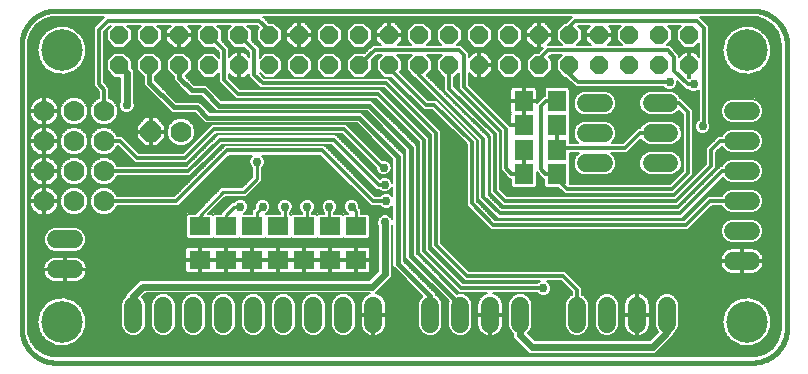
<source format=gbl>
G75*
%MOIN*%
%OFA0B0*%
%FSLAX25Y25*%
%IPPOS*%
%LPD*%
%AMOC8*
5,1,8,0,0,1.08239X$1,22.5*
%
%ADD10C,0.01600*%
%ADD11OC8,0.06000*%
%ADD12R,0.06299X0.07087*%
%ADD13OC8,0.07000*%
%ADD14C,0.07000*%
%ADD15C,0.05937*%
%ADD16C,0.06000*%
%ADD17R,0.07098X0.06299*%
%ADD18C,0.13843*%
%ADD19R,0.06299X0.07098*%
%ADD20C,0.00600*%
%ADD21C,0.02978*%
%ADD22C,0.02400*%
%ADD23C,0.01200*%
%ADD24C,0.01000*%
D10*
X0015799Y0007181D02*
X0247431Y0007181D01*
X0259424Y0018440D02*
X0259424Y0112975D01*
X0259420Y0113257D01*
X0259410Y0113540D01*
X0259393Y0113822D01*
X0259368Y0114104D01*
X0259337Y0114385D01*
X0259299Y0114665D01*
X0259254Y0114944D01*
X0259202Y0115222D01*
X0259144Y0115499D01*
X0259078Y0115774D01*
X0259006Y0116048D01*
X0258928Y0116319D01*
X0258842Y0116589D01*
X0258750Y0116856D01*
X0258652Y0117121D01*
X0258547Y0117384D01*
X0258435Y0117644D01*
X0258318Y0117901D01*
X0258194Y0118155D01*
X0258063Y0118406D01*
X0257927Y0118654D01*
X0257785Y0118898D01*
X0257636Y0119139D01*
X0257482Y0119376D01*
X0257322Y0119609D01*
X0257157Y0119839D01*
X0256986Y0120064D01*
X0256809Y0120285D01*
X0256627Y0120501D01*
X0256440Y0120713D01*
X0256247Y0120920D01*
X0256050Y0121123D01*
X0255848Y0121320D01*
X0255641Y0121513D01*
X0255429Y0121700D01*
X0255213Y0121882D01*
X0254992Y0122059D01*
X0254767Y0122231D01*
X0254538Y0122396D01*
X0254305Y0122557D01*
X0254068Y0122711D01*
X0253827Y0122859D01*
X0253583Y0123002D01*
X0253335Y0123138D01*
X0253084Y0123269D01*
X0252830Y0123393D01*
X0252573Y0123511D01*
X0252314Y0123623D01*
X0252051Y0123728D01*
X0251786Y0123827D01*
X0251519Y0123919D01*
X0251249Y0124004D01*
X0250978Y0124084D01*
X0250704Y0124156D01*
X0250429Y0124221D01*
X0250153Y0124280D01*
X0249875Y0124332D01*
X0249596Y0124377D01*
X0249315Y0124416D01*
X0249034Y0124447D01*
X0248753Y0124472D01*
X0248470Y0124489D01*
X0248188Y0124500D01*
X0247905Y0124504D01*
X0015709Y0124504D01*
X0015433Y0124500D01*
X0015157Y0124490D01*
X0014881Y0124473D01*
X0014606Y0124449D01*
X0014332Y0124419D01*
X0014058Y0124382D01*
X0013785Y0124339D01*
X0013514Y0124289D01*
X0013244Y0124232D01*
X0012975Y0124169D01*
X0012708Y0124099D01*
X0012442Y0124023D01*
X0012179Y0123941D01*
X0011917Y0123852D01*
X0011658Y0123757D01*
X0011401Y0123655D01*
X0011147Y0123548D01*
X0010895Y0123434D01*
X0010647Y0123314D01*
X0010401Y0123188D01*
X0010158Y0123057D01*
X0009919Y0122919D01*
X0009683Y0122776D01*
X0009450Y0122627D01*
X0009221Y0122473D01*
X0008996Y0122313D01*
X0008775Y0122147D01*
X0008558Y0121977D01*
X0008345Y0121801D01*
X0008137Y0121620D01*
X0007932Y0121434D01*
X0007733Y0121243D01*
X0007538Y0121048D01*
X0007348Y0120847D01*
X0007163Y0120643D01*
X0006982Y0120433D01*
X0006807Y0120220D01*
X0006638Y0120002D01*
X0006473Y0119781D01*
X0006314Y0119555D01*
X0006160Y0119325D01*
X0006012Y0119092D01*
X0005870Y0118856D01*
X0005733Y0118616D01*
X0005602Y0118373D01*
X0005478Y0118126D01*
X0005359Y0117877D01*
X0005246Y0117625D01*
X0005139Y0117370D01*
X0005039Y0117113D01*
X0004945Y0116854D01*
X0004857Y0116592D01*
X0004775Y0116328D01*
X0004700Y0116062D01*
X0004631Y0115795D01*
X0004569Y0115526D01*
X0004513Y0115256D01*
X0004464Y0114984D01*
X0004422Y0114711D01*
X0004386Y0114437D01*
X0004357Y0114163D01*
X0004334Y0113888D01*
X0004318Y0113612D01*
X0004309Y0113336D01*
X0004306Y0113060D01*
X0004306Y0018474D01*
X0004312Y0018199D01*
X0004325Y0017924D01*
X0004344Y0017649D01*
X0004369Y0017375D01*
X0004402Y0017102D01*
X0004440Y0016829D01*
X0004486Y0016557D01*
X0004538Y0016287D01*
X0004596Y0016018D01*
X0004661Y0015750D01*
X0004733Y0015485D01*
X0004811Y0015221D01*
X0004895Y0014958D01*
X0004985Y0014698D01*
X0005082Y0014441D01*
X0005185Y0014185D01*
X0005294Y0013933D01*
X0005410Y0013682D01*
X0005531Y0013435D01*
X0005658Y0013191D01*
X0005791Y0012950D01*
X0005930Y0012712D01*
X0006074Y0012478D01*
X0006224Y0012247D01*
X0006380Y0012020D01*
X0006541Y0011797D01*
X0006707Y0011577D01*
X0006879Y0011362D01*
X0007056Y0011151D01*
X0007238Y0010944D01*
X0007425Y0010742D01*
X0007616Y0010545D01*
X0007813Y0010352D01*
X0008014Y0010163D01*
X0008219Y0009980D01*
X0008429Y0009802D01*
X0008643Y0009629D01*
X0008861Y0009461D01*
X0009084Y0009298D01*
X0009310Y0009141D01*
X0009539Y0008990D01*
X0009773Y0008844D01*
X0010010Y0008703D01*
X0010250Y0008569D01*
X0010493Y0008440D01*
X0010740Y0008317D01*
X0010989Y0008200D01*
X0011241Y0008089D01*
X0011496Y0007985D01*
X0011753Y0007886D01*
X0012012Y0007794D01*
X0012274Y0007708D01*
X0012537Y0007629D01*
X0012803Y0007555D01*
X0013070Y0007489D01*
X0013338Y0007428D01*
X0013608Y0007374D01*
X0013880Y0007327D01*
X0014152Y0007287D01*
X0014425Y0007252D01*
X0014699Y0007225D01*
X0014974Y0007204D01*
X0015248Y0007190D01*
X0015524Y0007182D01*
X0015799Y0007181D01*
X0129769Y0040161D02*
X0129769Y0075850D01*
X0116767Y0088852D01*
X0066222Y0088852D01*
X0062769Y0092305D01*
X0055094Y0092305D01*
X0046865Y0100534D01*
X0046865Y0106323D01*
X0056865Y0106323D02*
X0056865Y0102068D01*
X0061033Y0097900D01*
X0064958Y0097900D01*
X0069986Y0092872D01*
X0120049Y0092872D01*
X0134156Y0078765D01*
X0134156Y0042780D01*
X0150478Y0026458D01*
X0150478Y0023190D01*
X0140478Y0023190D02*
X0140478Y0029453D01*
X0129769Y0040161D01*
X0247432Y0007181D02*
X0247713Y0007175D01*
X0247994Y0007177D01*
X0248275Y0007185D01*
X0248555Y0007200D01*
X0248836Y0007221D01*
X0249115Y0007250D01*
X0249394Y0007285D01*
X0249672Y0007327D01*
X0249949Y0007375D01*
X0250225Y0007431D01*
X0250499Y0007493D01*
X0250771Y0007561D01*
X0251042Y0007636D01*
X0251311Y0007718D01*
X0251578Y0007806D01*
X0251843Y0007901D01*
X0252105Y0008001D01*
X0252365Y0008109D01*
X0252622Y0008222D01*
X0252877Y0008342D01*
X0253128Y0008468D01*
X0253376Y0008599D01*
X0253621Y0008737D01*
X0253863Y0008881D01*
X0254101Y0009030D01*
X0254336Y0009185D01*
X0254566Y0009346D01*
X0254793Y0009512D01*
X0255015Y0009684D01*
X0255234Y0009861D01*
X0255448Y0010043D01*
X0255657Y0010231D01*
X0255862Y0010423D01*
X0256062Y0010620D01*
X0256258Y0010822D01*
X0256448Y0011029D01*
X0256634Y0011240D01*
X0256814Y0011456D01*
X0256989Y0011676D01*
X0257159Y0011900D01*
X0257323Y0012128D01*
X0257481Y0012361D01*
X0257634Y0012596D01*
X0257781Y0012836D01*
X0257923Y0013079D01*
X0258058Y0013325D01*
X0258188Y0013575D01*
X0258311Y0013827D01*
X0258428Y0014083D01*
X0258539Y0014341D01*
X0258644Y0014602D01*
X0258743Y0014865D01*
X0258835Y0015131D01*
X0258920Y0015398D01*
X0258999Y0015668D01*
X0259072Y0015940D01*
X0259138Y0016213D01*
X0259197Y0016488D01*
X0259250Y0016764D01*
X0259296Y0017041D01*
X0259335Y0017319D01*
X0259368Y0017598D01*
X0259394Y0017878D01*
X0259413Y0018159D01*
X0259425Y0018440D01*
D11*
X0226865Y0106323D03*
X0216865Y0106323D03*
X0206865Y0106323D03*
X0196865Y0106323D03*
X0186865Y0106323D03*
X0176865Y0106323D03*
X0166865Y0106323D03*
X0156865Y0106323D03*
X0146865Y0106323D03*
X0136865Y0106323D03*
X0126865Y0106323D03*
X0116865Y0106323D03*
X0106865Y0106323D03*
X0096865Y0106323D03*
X0086865Y0106323D03*
X0076865Y0106323D03*
X0066865Y0106323D03*
X0056865Y0106323D03*
X0046865Y0106323D03*
X0036865Y0106323D03*
X0036865Y0116323D03*
X0046865Y0116323D03*
X0056865Y0116323D03*
X0066865Y0116323D03*
X0076865Y0116323D03*
X0086865Y0116323D03*
X0096865Y0116323D03*
X0106865Y0116323D03*
X0116865Y0116323D03*
X0126865Y0116323D03*
X0136865Y0116323D03*
X0146865Y0116323D03*
X0156865Y0116323D03*
X0166865Y0116323D03*
X0176865Y0116323D03*
X0186865Y0116323D03*
X0196865Y0116323D03*
X0206865Y0116323D03*
X0216865Y0116323D03*
X0226865Y0116323D03*
D12*
X0182772Y0078216D03*
X0171749Y0078216D03*
X0171749Y0070160D03*
X0182772Y0070160D03*
D13*
X0047422Y0084124D03*
D14*
X0057422Y0084124D03*
X0031823Y0081001D03*
X0021823Y0081001D03*
X0011823Y0081001D03*
X0011823Y0091001D03*
X0021823Y0091001D03*
X0031823Y0091001D03*
X0031823Y0071001D03*
X0021823Y0071001D03*
X0011823Y0071001D03*
X0011823Y0061001D03*
X0021823Y0061001D03*
X0031823Y0061001D03*
D15*
X0021743Y0048253D02*
X0015806Y0048253D01*
X0015806Y0038253D02*
X0021743Y0038253D01*
X0041548Y0026159D02*
X0041548Y0020222D01*
X0051548Y0020222D02*
X0051548Y0026159D01*
X0061548Y0026159D02*
X0061548Y0020222D01*
X0071548Y0020222D02*
X0071548Y0026159D01*
X0081548Y0026159D02*
X0081548Y0020222D01*
X0091548Y0020222D02*
X0091548Y0026159D01*
X0101548Y0026159D02*
X0101548Y0020222D01*
X0111548Y0020222D02*
X0111548Y0026159D01*
X0121548Y0026159D02*
X0121548Y0020222D01*
X0140478Y0020222D02*
X0140478Y0026159D01*
X0150478Y0026159D02*
X0150478Y0020222D01*
X0160478Y0020222D02*
X0160478Y0026159D01*
X0170478Y0026159D02*
X0170478Y0020222D01*
X0189408Y0020222D02*
X0189408Y0026159D01*
X0199408Y0026159D02*
X0199408Y0020222D01*
X0209408Y0020222D02*
X0209408Y0026159D01*
X0219408Y0026159D02*
X0219408Y0020222D01*
X0241479Y0041047D02*
X0247416Y0041047D01*
X0247416Y0051047D02*
X0241479Y0051047D01*
X0241479Y0061047D02*
X0247416Y0061047D01*
X0247416Y0071047D02*
X0241479Y0071047D01*
X0241479Y0081047D02*
X0247416Y0081047D01*
X0247416Y0091047D02*
X0241479Y0091047D01*
X0220209Y0093692D02*
X0214272Y0093692D01*
X0214272Y0083692D02*
X0220209Y0083692D01*
X0220209Y0073692D02*
X0214272Y0073692D01*
D16*
X0198392Y0073692D02*
X0192392Y0073692D01*
X0192392Y0083692D02*
X0198392Y0083692D01*
X0198392Y0093692D02*
X0192392Y0093692D01*
D17*
X0115669Y0052595D03*
X0107000Y0052595D03*
X0098330Y0052595D03*
X0089661Y0052595D03*
X0080992Y0052595D03*
X0072322Y0052595D03*
X0063653Y0052595D03*
X0063653Y0041399D03*
X0072322Y0041399D03*
X0080992Y0041399D03*
X0089661Y0041399D03*
X0098330Y0041399D03*
X0107000Y0041399D03*
X0115669Y0041399D03*
D18*
X0017692Y0020772D03*
X0017692Y0111323D03*
X0246039Y0111323D03*
X0246039Y0020772D03*
D19*
X0182859Y0086273D03*
X0171662Y0086273D03*
X0171662Y0094329D03*
X0182859Y0094329D03*
D20*
X0187116Y0094376D02*
X0188285Y0094376D01*
X0188285Y0094509D02*
X0188285Y0092876D01*
X0188910Y0091366D01*
X0190066Y0090211D01*
X0191575Y0089585D01*
X0199209Y0089585D01*
X0200718Y0090211D01*
X0201874Y0091366D01*
X0202499Y0092876D01*
X0202499Y0094509D01*
X0201874Y0096019D01*
X0200718Y0097174D01*
X0199209Y0097800D01*
X0191575Y0097800D01*
X0190066Y0097174D01*
X0188910Y0096019D01*
X0188285Y0094509D01*
X0188478Y0094974D02*
X0187116Y0094974D01*
X0187116Y0095573D02*
X0188725Y0095573D01*
X0189063Y0096171D02*
X0187116Y0096171D01*
X0187116Y0096770D02*
X0189661Y0096770D01*
X0190534Y0097368D02*
X0187116Y0097368D01*
X0187116Y0097967D02*
X0226653Y0097967D01*
X0226888Y0097732D02*
X0226395Y0098225D01*
X0225634Y0098225D01*
X0222910Y0100949D01*
X0222910Y0100115D01*
X0222515Y0099160D01*
X0221785Y0098430D01*
X0220830Y0098035D01*
X0219798Y0098035D01*
X0218843Y0098430D01*
X0218350Y0098924D01*
X0189039Y0098924D01*
X0188039Y0099924D01*
X0185747Y0102216D01*
X0185164Y0102216D01*
X0182758Y0104622D01*
X0182758Y0108024D01*
X0184436Y0109702D01*
X0180592Y0109702D01*
X0179943Y0109053D01*
X0180972Y0108024D01*
X0180972Y0104622D01*
X0178567Y0102216D01*
X0175164Y0102216D01*
X0172758Y0104622D01*
X0172758Y0108024D01*
X0175164Y0110430D01*
X0176492Y0110430D01*
X0178085Y0112023D01*
X0177165Y0112023D01*
X0177165Y0116023D01*
X0176565Y0116023D01*
X0172565Y0116023D01*
X0172565Y0114542D01*
X0175084Y0112023D01*
X0176565Y0112023D01*
X0176565Y0116023D01*
X0176565Y0116623D01*
X0172565Y0116623D01*
X0172565Y0118104D01*
X0175084Y0120623D01*
X0176565Y0120623D01*
X0176565Y0116623D01*
X0177165Y0116623D01*
X0177165Y0120623D01*
X0178646Y0120623D01*
X0181165Y0118104D01*
X0181165Y0116623D01*
X0177165Y0116623D01*
X0177165Y0116023D01*
X0181165Y0116023D01*
X0181165Y0114542D01*
X0179739Y0113116D01*
X0184264Y0113116D01*
X0182758Y0114622D01*
X0182758Y0118024D01*
X0185164Y0120430D01*
X0185878Y0120430D01*
X0187207Y0121759D01*
X0187852Y0122404D01*
X0084793Y0122404D01*
X0085283Y0121914D01*
X0086767Y0120430D01*
X0088567Y0120430D01*
X0090972Y0118024D01*
X0090972Y0114622D01*
X0088567Y0112216D01*
X0085164Y0112216D01*
X0082758Y0114622D01*
X0082758Y0118024D01*
X0083552Y0118818D01*
X0082869Y0119500D01*
X0079497Y0119500D01*
X0080972Y0118024D01*
X0080972Y0114630D01*
X0082602Y0113000D01*
X0083602Y0112000D01*
X0083602Y0108868D01*
X0085164Y0110430D01*
X0088567Y0110430D01*
X0090972Y0108024D01*
X0090972Y0104622D01*
X0088567Y0102216D01*
X0085164Y0102216D01*
X0083602Y0103778D01*
X0083602Y0103723D01*
X0085317Y0102008D01*
X0126569Y0102008D01*
X0143109Y0085468D01*
X0144109Y0084468D01*
X0144109Y0047129D01*
X0153495Y0037743D01*
X0185443Y0037743D01*
X0186443Y0036743D01*
X0191115Y0032071D01*
X0191115Y0029863D01*
X0191717Y0029614D01*
X0192863Y0028467D01*
X0193483Y0026969D01*
X0193483Y0019411D01*
X0192863Y0017913D01*
X0191717Y0016767D01*
X0190219Y0016146D01*
X0188597Y0016146D01*
X0187099Y0016767D01*
X0185953Y0017913D01*
X0185332Y0019411D01*
X0185332Y0026969D01*
X0185953Y0028467D01*
X0187099Y0029614D01*
X0187701Y0029863D01*
X0187701Y0030657D01*
X0184029Y0034329D01*
X0179323Y0034329D01*
X0179606Y0034212D01*
X0180336Y0033482D01*
X0180731Y0032527D01*
X0180731Y0031495D01*
X0180336Y0030540D01*
X0179606Y0029810D01*
X0178651Y0029415D01*
X0177619Y0029415D01*
X0176664Y0029810D01*
X0176171Y0030304D01*
X0161533Y0030304D01*
X0162116Y0030114D01*
X0162715Y0029809D01*
X0163259Y0029414D01*
X0163734Y0028939D01*
X0164129Y0028396D01*
X0164434Y0027797D01*
X0164641Y0027158D01*
X0164746Y0026495D01*
X0164746Y0023490D01*
X0160778Y0023490D01*
X0160778Y0022890D01*
X0160778Y0015953D01*
X0160814Y0015953D01*
X0161477Y0016058D01*
X0162116Y0016266D01*
X0162715Y0016571D01*
X0163259Y0016966D01*
X0163734Y0017441D01*
X0164129Y0017984D01*
X0164434Y0018583D01*
X0164641Y0019222D01*
X0164746Y0019886D01*
X0164746Y0022890D01*
X0160778Y0022890D01*
X0160178Y0022890D01*
X0160178Y0015953D01*
X0160142Y0015953D01*
X0159478Y0016058D01*
X0158839Y0016266D01*
X0158241Y0016571D01*
X0157697Y0016966D01*
X0157222Y0017441D01*
X0156827Y0017984D01*
X0156522Y0018583D01*
X0156315Y0019222D01*
X0156209Y0019886D01*
X0156209Y0022890D01*
X0160178Y0022890D01*
X0160178Y0023490D01*
X0156209Y0023490D01*
X0156209Y0026495D01*
X0156315Y0027158D01*
X0156522Y0027797D01*
X0156827Y0028396D01*
X0157222Y0028939D01*
X0157697Y0029414D01*
X0158241Y0029809D01*
X0158839Y0030114D01*
X0159423Y0030304D01*
X0150170Y0030304D01*
X0136759Y0043715D01*
X0136759Y0080681D01*
X0122390Y0095050D01*
X0075761Y0095050D01*
X0074761Y0096050D01*
X0070130Y0100681D01*
X0070130Y0103779D01*
X0068567Y0102216D01*
X0065164Y0102216D01*
X0062758Y0104622D01*
X0062758Y0108024D01*
X0065164Y0110430D01*
X0068567Y0110430D01*
X0070130Y0108867D01*
X0070130Y0110644D01*
X0068558Y0112216D01*
X0065164Y0112216D01*
X0062758Y0114622D01*
X0062758Y0118024D01*
X0064234Y0119500D01*
X0059769Y0119500D01*
X0061165Y0118104D01*
X0061165Y0116623D01*
X0057165Y0116623D01*
X0057165Y0116023D01*
X0057165Y0112023D01*
X0058646Y0112023D01*
X0061165Y0114542D01*
X0061165Y0116023D01*
X0057165Y0116023D01*
X0056565Y0116023D01*
X0052565Y0116023D01*
X0052565Y0114542D01*
X0055084Y0112023D01*
X0056565Y0112023D01*
X0056565Y0116023D01*
X0056565Y0116623D01*
X0052565Y0116623D01*
X0052565Y0118104D01*
X0053961Y0119500D01*
X0049497Y0119500D01*
X0050972Y0118024D01*
X0050972Y0114622D01*
X0048567Y0112216D01*
X0045164Y0112216D01*
X0042758Y0114622D01*
X0042758Y0118024D01*
X0044234Y0119500D01*
X0039497Y0119500D01*
X0040972Y0118024D01*
X0040972Y0114622D01*
X0038567Y0112216D01*
X0035164Y0112216D01*
X0032758Y0114622D01*
X0032758Y0118024D01*
X0034234Y0119500D01*
X0033691Y0119500D01*
X0031710Y0117519D01*
X0031710Y0100707D01*
X0033530Y0098887D01*
X0033530Y0095281D01*
X0034433Y0094907D01*
X0035729Y0093611D01*
X0036430Y0091917D01*
X0036430Y0090085D01*
X0035729Y0088391D01*
X0034433Y0087095D01*
X0032739Y0086394D01*
X0030907Y0086394D01*
X0029213Y0087095D01*
X0027917Y0088391D01*
X0027216Y0090085D01*
X0027216Y0091917D01*
X0027917Y0093611D01*
X0029213Y0094907D01*
X0030116Y0095281D01*
X0030116Y0097473D01*
X0029296Y0098293D01*
X0029296Y0098293D01*
X0028296Y0099293D01*
X0028296Y0118933D01*
X0031767Y0122404D01*
X0015711Y0122404D01*
X0014253Y0122288D01*
X0011480Y0121382D01*
X0009123Y0119664D01*
X0007413Y0117301D01*
X0006517Y0114524D01*
X0006406Y0113066D01*
X0006406Y0113061D01*
X0006408Y0112196D01*
X0006406Y0112193D01*
X0006406Y0018492D01*
X0006533Y0017040D01*
X0007456Y0014283D01*
X0009186Y0011945D01*
X0011553Y0010257D01*
X0014326Y0009383D01*
X0015779Y0009281D01*
X0015790Y0009281D01*
X0016650Y0009289D01*
X0016658Y0009281D01*
X0246600Y0009281D01*
X0246628Y0009308D01*
X0247465Y0009281D01*
X0247520Y0009281D01*
X0248992Y0009350D01*
X0251856Y0010182D01*
X0254322Y0011858D01*
X0256150Y0014214D01*
X0257161Y0017019D01*
X0257324Y0018496D01*
X0257324Y0112974D01*
X0257208Y0114448D01*
X0256297Y0117253D01*
X0254565Y0119638D01*
X0252180Y0121373D01*
X0249377Y0122287D01*
X0247903Y0122404D01*
X0230548Y0122404D01*
X0232517Y0120435D01*
X0233517Y0119435D01*
X0233517Y0087346D01*
X0233901Y0086419D01*
X0233901Y0085387D01*
X0233506Y0084432D01*
X0232776Y0083702D01*
X0231821Y0083307D01*
X0230789Y0083307D01*
X0229834Y0083702D01*
X0229104Y0084432D01*
X0228709Y0085387D01*
X0228709Y0086419D01*
X0229104Y0087374D01*
X0229834Y0088104D01*
X0230103Y0088215D01*
X0230103Y0098005D01*
X0229830Y0097732D01*
X0228875Y0097336D01*
X0227843Y0097336D01*
X0226888Y0097732D01*
X0227765Y0097368D02*
X0221985Y0097368D01*
X0222518Y0097148D02*
X0221020Y0097768D01*
X0213462Y0097768D01*
X0211964Y0097148D01*
X0210817Y0096001D01*
X0210197Y0094503D01*
X0210197Y0092882D01*
X0210817Y0091384D01*
X0211964Y0090237D01*
X0213462Y0089617D01*
X0221020Y0089617D01*
X0222518Y0090237D01*
X0223458Y0091177D01*
X0224774Y0089861D01*
X0224774Y0071087D01*
X0220351Y0066664D01*
X0187029Y0066664D01*
X0187029Y0074162D01*
X0187003Y0074188D01*
X0187029Y0074214D01*
X0187029Y0077090D01*
X0189981Y0077090D01*
X0188910Y0076019D01*
X0188285Y0074509D01*
X0188285Y0072876D01*
X0188910Y0071366D01*
X0190066Y0070211D01*
X0191575Y0069585D01*
X0199209Y0069585D01*
X0200718Y0070211D01*
X0201874Y0071366D01*
X0202499Y0072876D01*
X0202499Y0074509D01*
X0201874Y0076019D01*
X0200803Y0077090D01*
X0206199Y0077090D01*
X0210722Y0081613D01*
X0210817Y0081384D01*
X0211964Y0080237D01*
X0213462Y0079617D01*
X0221020Y0079617D01*
X0222518Y0080237D01*
X0223665Y0081384D01*
X0224285Y0082882D01*
X0224285Y0084503D01*
X0223665Y0086001D01*
X0222518Y0087148D01*
X0221020Y0087768D01*
X0213462Y0087768D01*
X0211964Y0087148D01*
X0210817Y0086001D01*
X0210568Y0085400D01*
X0209680Y0085400D01*
X0204785Y0080504D01*
X0201012Y0080504D01*
X0201874Y0081366D01*
X0202499Y0082876D01*
X0202499Y0084509D01*
X0201874Y0086019D01*
X0200718Y0087174D01*
X0199209Y0087800D01*
X0191575Y0087800D01*
X0190066Y0087174D01*
X0188910Y0086019D01*
X0188285Y0084509D01*
X0188285Y0082876D01*
X0188910Y0081366D01*
X0189772Y0080504D01*
X0187029Y0080504D01*
X0187029Y0082178D01*
X0187116Y0082265D01*
X0187116Y0090280D01*
X0187095Y0090301D01*
X0187116Y0090321D01*
X0187116Y0098337D01*
X0186467Y0098985D01*
X0179251Y0098985D01*
X0178602Y0098337D01*
X0178602Y0096036D01*
X0178271Y0096036D01*
X0176627Y0094392D01*
X0176112Y0093877D01*
X0176112Y0094029D01*
X0171962Y0094029D01*
X0171962Y0089480D01*
X0171962Y0086573D01*
X0171362Y0086573D01*
X0171362Y0094029D01*
X0167212Y0094029D01*
X0167212Y0090609D01*
X0167295Y0090301D01*
X0167212Y0089993D01*
X0167212Y0086573D01*
X0171362Y0086573D01*
X0171362Y0085973D01*
X0167277Y0085973D01*
X0166388Y0086861D01*
X0153499Y0099750D01*
X0153499Y0103608D01*
X0155084Y0102023D01*
X0156565Y0102023D01*
X0156565Y0106023D01*
X0157165Y0106023D01*
X0157165Y0102023D01*
X0158646Y0102023D01*
X0161165Y0104542D01*
X0161165Y0106023D01*
X0157165Y0106023D01*
X0157165Y0106623D01*
X0156565Y0106623D01*
X0156565Y0110623D01*
X0155084Y0110623D01*
X0153499Y0109038D01*
X0153499Y0110464D01*
X0151807Y0112156D01*
X0150807Y0113156D01*
X0149507Y0113156D01*
X0150972Y0114622D01*
X0150972Y0118024D01*
X0148567Y0120430D01*
X0145164Y0120430D01*
X0142758Y0118024D01*
X0142758Y0114622D01*
X0144224Y0113156D01*
X0139507Y0113156D01*
X0140972Y0114622D01*
X0140972Y0118024D01*
X0138567Y0120430D01*
X0135164Y0120430D01*
X0132758Y0118024D01*
X0132758Y0114622D01*
X0134224Y0113156D01*
X0129779Y0113156D01*
X0131165Y0114542D01*
X0131165Y0116023D01*
X0127165Y0116023D01*
X0127165Y0116623D01*
X0126565Y0116623D01*
X0126565Y0116023D01*
X0122565Y0116023D01*
X0122565Y0114542D01*
X0123951Y0113156D01*
X0121284Y0113156D01*
X0118558Y0110430D01*
X0115164Y0110430D01*
X0112758Y0108024D01*
X0112758Y0104622D01*
X0115164Y0102216D01*
X0118567Y0102216D01*
X0120972Y0104622D01*
X0120972Y0108016D01*
X0122698Y0109742D01*
X0124476Y0109742D01*
X0122758Y0108024D01*
X0122758Y0104622D01*
X0125164Y0102216D01*
X0127482Y0102216D01*
X0137261Y0092437D01*
X0138261Y0091437D01*
X0141208Y0091437D01*
X0152586Y0080058D01*
X0152586Y0059550D01*
X0159744Y0052393D01*
X0160744Y0051393D01*
X0226498Y0051393D01*
X0227498Y0052393D01*
X0234445Y0059340D01*
X0237775Y0059340D01*
X0238024Y0058739D01*
X0239171Y0057592D01*
X0240669Y0056972D01*
X0248227Y0056972D01*
X0249725Y0057592D01*
X0250872Y0058739D01*
X0251492Y0060237D01*
X0251492Y0061858D01*
X0250872Y0063356D01*
X0249725Y0064503D01*
X0248227Y0065123D01*
X0240669Y0065123D01*
X0239171Y0064503D01*
X0238024Y0063356D01*
X0237775Y0062754D01*
X0233031Y0062754D01*
X0232031Y0061755D01*
X0232031Y0061754D01*
X0225084Y0054807D01*
X0162158Y0054807D01*
X0156001Y0060965D01*
X0156001Y0081473D01*
X0155001Y0082473D01*
X0155001Y0082473D01*
X0143622Y0093851D01*
X0143622Y0093851D01*
X0142622Y0094851D01*
X0139675Y0094851D01*
X0130439Y0104088D01*
X0130972Y0104622D01*
X0130972Y0108024D01*
X0129255Y0109742D01*
X0134476Y0109742D01*
X0132758Y0108024D01*
X0132758Y0104622D01*
X0135164Y0102216D01*
X0135277Y0102216D01*
X0136158Y0101335D01*
X0156508Y0080985D01*
X0156508Y0061606D01*
X0161919Y0056195D01*
X0162919Y0055195D01*
X0224446Y0055195D01*
X0225446Y0056195D01*
X0238014Y0068763D01*
X0238024Y0068739D01*
X0239171Y0067592D01*
X0240669Y0066972D01*
X0248227Y0066972D01*
X0249725Y0067592D01*
X0250872Y0068739D01*
X0251492Y0070237D01*
X0251492Y0071858D01*
X0250872Y0073356D01*
X0249725Y0074503D01*
X0248227Y0075123D01*
X0240669Y0075123D01*
X0239171Y0074503D01*
X0238024Y0073356D01*
X0237775Y0072754D01*
X0237177Y0072754D01*
X0223032Y0058609D01*
X0164333Y0058609D01*
X0159922Y0063020D01*
X0159922Y0082399D01*
X0158922Y0083399D01*
X0139336Y0102985D01*
X0140972Y0104622D01*
X0140972Y0108024D01*
X0139255Y0109742D01*
X0144476Y0109742D01*
X0142758Y0108024D01*
X0142758Y0104622D01*
X0145158Y0102222D01*
X0145158Y0097845D01*
X0146158Y0096845D01*
X0160311Y0082692D01*
X0160311Y0063697D01*
X0163740Y0060268D01*
X0164740Y0059268D01*
X0223040Y0059268D01*
X0235897Y0072124D01*
X0235897Y0077307D01*
X0237820Y0079231D01*
X0238024Y0078739D01*
X0239171Y0077592D01*
X0240669Y0076972D01*
X0248227Y0076972D01*
X0249725Y0077592D01*
X0250872Y0078739D01*
X0251492Y0080237D01*
X0251492Y0081858D01*
X0250872Y0083356D01*
X0249725Y0084503D01*
X0248227Y0085123D01*
X0240669Y0085123D01*
X0239171Y0084503D01*
X0238024Y0083356D01*
X0237775Y0082754D01*
X0236515Y0082754D01*
X0235515Y0081755D01*
X0233482Y0079722D01*
X0232482Y0078722D01*
X0232482Y0073539D01*
X0221626Y0062682D01*
X0166154Y0062682D01*
X0163725Y0065111D01*
X0163725Y0084106D01*
X0162725Y0085106D01*
X0148572Y0099259D01*
X0148572Y0102222D01*
X0150085Y0103734D01*
X0150085Y0098336D01*
X0163974Y0084447D01*
X0163974Y0071254D01*
X0164974Y0070254D01*
X0166775Y0068453D01*
X0167492Y0068453D01*
X0167492Y0066158D01*
X0168141Y0065510D01*
X0175357Y0065510D01*
X0176005Y0066158D01*
X0176005Y0070622D01*
X0176627Y0070001D01*
X0177207Y0069421D01*
X0178207Y0068421D01*
X0178516Y0068421D01*
X0178516Y0066158D01*
X0179164Y0065510D01*
X0183215Y0065510D01*
X0184474Y0064250D01*
X0185474Y0063250D01*
X0221765Y0063250D01*
X0227188Y0068673D01*
X0228188Y0069673D01*
X0228188Y0091275D01*
X0225064Y0094400D01*
X0224064Y0095400D01*
X0223914Y0095400D01*
X0223665Y0096001D01*
X0222518Y0097148D01*
X0222896Y0096770D02*
X0230103Y0096770D01*
X0230103Y0097368D02*
X0228953Y0097368D01*
X0230065Y0097967D02*
X0230103Y0097967D01*
X0230103Y0096171D02*
X0223494Y0096171D01*
X0223842Y0095573D02*
X0230103Y0095573D01*
X0230103Y0094974D02*
X0224489Y0094974D01*
X0225087Y0094376D02*
X0230103Y0094376D01*
X0230103Y0093777D02*
X0225686Y0093777D01*
X0226284Y0093179D02*
X0230103Y0093179D01*
X0230103Y0092580D02*
X0226883Y0092580D01*
X0227481Y0091982D02*
X0230103Y0091982D01*
X0230103Y0091383D02*
X0228080Y0091383D01*
X0228188Y0090785D02*
X0230103Y0090785D01*
X0230103Y0090186D02*
X0228188Y0090186D01*
X0228188Y0089588D02*
X0230103Y0089588D01*
X0230103Y0088989D02*
X0228188Y0088989D01*
X0228188Y0088391D02*
X0230103Y0088391D01*
X0229523Y0087792D02*
X0228188Y0087792D01*
X0228188Y0087194D02*
X0229030Y0087194D01*
X0228782Y0086595D02*
X0228188Y0086595D01*
X0228188Y0085997D02*
X0228709Y0085997D01*
X0228709Y0085398D02*
X0228188Y0085398D01*
X0228188Y0084800D02*
X0228952Y0084800D01*
X0229335Y0084201D02*
X0228188Y0084201D01*
X0228188Y0083603D02*
X0230075Y0083603D01*
X0228188Y0083004D02*
X0237879Y0083004D01*
X0238271Y0083603D02*
X0232535Y0083603D01*
X0233275Y0084201D02*
X0238870Y0084201D01*
X0239888Y0084800D02*
X0233658Y0084800D01*
X0233901Y0085398D02*
X0257324Y0085398D01*
X0257324Y0084800D02*
X0249008Y0084800D01*
X0250026Y0084201D02*
X0257324Y0084201D01*
X0257324Y0083603D02*
X0250625Y0083603D01*
X0251017Y0083004D02*
X0257324Y0083004D01*
X0257324Y0082406D02*
X0251265Y0082406D01*
X0251492Y0081807D02*
X0257324Y0081807D01*
X0257324Y0081209D02*
X0251492Y0081209D01*
X0251492Y0080610D02*
X0257324Y0080610D01*
X0257324Y0080012D02*
X0251399Y0080012D01*
X0251151Y0079413D02*
X0257324Y0079413D01*
X0257324Y0078815D02*
X0250903Y0078815D01*
X0250349Y0078216D02*
X0257324Y0078216D01*
X0257324Y0077618D02*
X0249750Y0077618D01*
X0248341Y0077019D02*
X0257324Y0077019D01*
X0257324Y0076421D02*
X0235897Y0076421D01*
X0235897Y0077019D02*
X0240555Y0077019D01*
X0239146Y0077618D02*
X0236207Y0077618D01*
X0236805Y0078216D02*
X0238547Y0078216D01*
X0237993Y0078815D02*
X0237404Y0078815D01*
X0234371Y0080610D02*
X0228188Y0080610D01*
X0228188Y0080012D02*
X0233772Y0080012D01*
X0233174Y0079413D02*
X0228188Y0079413D01*
X0228188Y0078815D02*
X0232575Y0078815D01*
X0232482Y0078216D02*
X0228188Y0078216D01*
X0228188Y0077618D02*
X0232482Y0077618D01*
X0232482Y0077019D02*
X0228188Y0077019D01*
X0228188Y0076421D02*
X0232482Y0076421D01*
X0232482Y0075822D02*
X0228188Y0075822D01*
X0228188Y0075224D02*
X0232482Y0075224D01*
X0232482Y0074625D02*
X0228188Y0074625D01*
X0228188Y0074026D02*
X0232482Y0074026D01*
X0232372Y0073428D02*
X0228188Y0073428D01*
X0228188Y0072829D02*
X0231773Y0072829D01*
X0231175Y0072231D02*
X0228188Y0072231D01*
X0228188Y0071632D02*
X0230576Y0071632D01*
X0229978Y0071034D02*
X0228188Y0071034D01*
X0228188Y0070435D02*
X0229379Y0070435D01*
X0228781Y0069837D02*
X0228188Y0069837D01*
X0228182Y0069238D02*
X0227754Y0069238D01*
X0227584Y0068640D02*
X0227155Y0068640D01*
X0226985Y0068041D02*
X0226557Y0068041D01*
X0226387Y0067443D02*
X0225958Y0067443D01*
X0225788Y0066844D02*
X0225360Y0066844D01*
X0225190Y0066246D02*
X0224761Y0066246D01*
X0224591Y0065647D02*
X0224163Y0065647D01*
X0223993Y0065049D02*
X0223564Y0065049D01*
X0223394Y0064450D02*
X0222966Y0064450D01*
X0222796Y0063852D02*
X0222367Y0063852D01*
X0222197Y0063253D02*
X0221768Y0063253D01*
X0224631Y0060859D02*
X0225282Y0060859D01*
X0225230Y0061458D02*
X0225881Y0061458D01*
X0225828Y0062056D02*
X0226479Y0062056D01*
X0226427Y0062655D02*
X0227078Y0062655D01*
X0227025Y0063253D02*
X0227676Y0063253D01*
X0227624Y0063852D02*
X0228275Y0063852D01*
X0228223Y0064450D02*
X0228873Y0064450D01*
X0228821Y0065049D02*
X0229472Y0065049D01*
X0229420Y0065647D02*
X0230070Y0065647D01*
X0230018Y0066246D02*
X0230669Y0066246D01*
X0230617Y0066844D02*
X0231267Y0066844D01*
X0231215Y0067443D02*
X0231866Y0067443D01*
X0231814Y0068041D02*
X0232464Y0068041D01*
X0232412Y0068640D02*
X0233063Y0068640D01*
X0233011Y0069238D02*
X0233661Y0069238D01*
X0233609Y0069837D02*
X0234260Y0069837D01*
X0234208Y0070435D02*
X0234858Y0070435D01*
X0234806Y0071034D02*
X0235457Y0071034D01*
X0235405Y0071632D02*
X0236055Y0071632D01*
X0235897Y0072231D02*
X0236654Y0072231D01*
X0235897Y0072829D02*
X0237806Y0072829D01*
X0238096Y0073428D02*
X0235897Y0073428D01*
X0235897Y0074026D02*
X0238695Y0074026D01*
X0239467Y0074625D02*
X0235897Y0074625D01*
X0235897Y0075224D02*
X0257324Y0075224D01*
X0257324Y0075822D02*
X0235897Y0075822D01*
X0234969Y0081209D02*
X0228188Y0081209D01*
X0228188Y0081807D02*
X0235568Y0081807D01*
X0236166Y0082406D02*
X0228188Y0082406D01*
X0224774Y0082406D02*
X0224088Y0082406D01*
X0224285Y0083004D02*
X0224774Y0083004D01*
X0224774Y0083603D02*
X0224285Y0083603D01*
X0224285Y0084201D02*
X0224774Y0084201D01*
X0224774Y0084800D02*
X0224162Y0084800D01*
X0223914Y0085398D02*
X0224774Y0085398D01*
X0224774Y0085997D02*
X0223666Y0085997D01*
X0223070Y0086595D02*
X0224774Y0086595D01*
X0224774Y0087194D02*
X0222407Y0087194D01*
X0224774Y0087792D02*
X0199227Y0087792D01*
X0200672Y0087194D02*
X0212075Y0087194D01*
X0211411Y0086595D02*
X0201298Y0086595D01*
X0201883Y0085997D02*
X0210816Y0085997D01*
X0209679Y0085398D02*
X0202131Y0085398D01*
X0202379Y0084800D02*
X0209080Y0084800D01*
X0208482Y0084201D02*
X0202499Y0084201D01*
X0202499Y0083603D02*
X0207883Y0083603D01*
X0207285Y0083004D02*
X0202499Y0083004D01*
X0202304Y0082406D02*
X0206686Y0082406D01*
X0206088Y0081807D02*
X0202057Y0081807D01*
X0201716Y0081209D02*
X0205489Y0081209D01*
X0204891Y0080610D02*
X0201118Y0080610D01*
X0200874Y0077019D02*
X0211835Y0077019D01*
X0211964Y0077148D02*
X0210817Y0076001D01*
X0210197Y0074503D01*
X0210197Y0072882D01*
X0210817Y0071384D01*
X0211964Y0070237D01*
X0213462Y0069617D01*
X0221020Y0069617D01*
X0222518Y0070237D01*
X0223665Y0071384D01*
X0224285Y0072882D01*
X0224285Y0074503D01*
X0223665Y0076001D01*
X0222518Y0077148D01*
X0221020Y0077768D01*
X0213462Y0077768D01*
X0211964Y0077148D01*
X0211237Y0076421D02*
X0201472Y0076421D01*
X0201955Y0075822D02*
X0210743Y0075822D01*
X0210495Y0075224D02*
X0202203Y0075224D01*
X0202451Y0074625D02*
X0210247Y0074625D01*
X0210197Y0074026D02*
X0202499Y0074026D01*
X0202499Y0073428D02*
X0210197Y0073428D01*
X0210219Y0072829D02*
X0202480Y0072829D01*
X0202232Y0072231D02*
X0210466Y0072231D01*
X0210714Y0071632D02*
X0201984Y0071632D01*
X0201542Y0071034D02*
X0211167Y0071034D01*
X0211766Y0070435D02*
X0200943Y0070435D01*
X0199816Y0069837D02*
X0212931Y0069837D01*
X0220531Y0066844D02*
X0187029Y0066844D01*
X0187029Y0067443D02*
X0221130Y0067443D01*
X0221728Y0068041D02*
X0187029Y0068041D01*
X0187029Y0068640D02*
X0222327Y0068640D01*
X0222925Y0069238D02*
X0187029Y0069238D01*
X0187029Y0069837D02*
X0190968Y0069837D01*
X0189841Y0070435D02*
X0187029Y0070435D01*
X0187029Y0071034D02*
X0189242Y0071034D01*
X0188800Y0071632D02*
X0187029Y0071632D01*
X0187029Y0072231D02*
X0188552Y0072231D01*
X0188304Y0072829D02*
X0187029Y0072829D01*
X0187029Y0073428D02*
X0188285Y0073428D01*
X0188285Y0074026D02*
X0187029Y0074026D01*
X0187029Y0074625D02*
X0188333Y0074625D01*
X0188581Y0075224D02*
X0187029Y0075224D01*
X0187029Y0075822D02*
X0188829Y0075822D01*
X0189312Y0076421D02*
X0187029Y0076421D01*
X0187029Y0077019D02*
X0189910Y0077019D01*
X0189666Y0080610D02*
X0187029Y0080610D01*
X0187029Y0081209D02*
X0189068Y0081209D01*
X0188727Y0081807D02*
X0187029Y0081807D01*
X0187116Y0082406D02*
X0188480Y0082406D01*
X0188285Y0083004D02*
X0187116Y0083004D01*
X0187116Y0083603D02*
X0188285Y0083603D01*
X0188285Y0084201D02*
X0187116Y0084201D01*
X0187116Y0084800D02*
X0188405Y0084800D01*
X0188653Y0085398D02*
X0187116Y0085398D01*
X0187116Y0085997D02*
X0188901Y0085997D01*
X0189486Y0086595D02*
X0187116Y0086595D01*
X0187116Y0087194D02*
X0190112Y0087194D01*
X0191557Y0087792D02*
X0187116Y0087792D01*
X0187116Y0088391D02*
X0224774Y0088391D01*
X0224774Y0088989D02*
X0187116Y0088989D01*
X0187116Y0089588D02*
X0191569Y0089588D01*
X0190124Y0090186D02*
X0187116Y0090186D01*
X0187116Y0090785D02*
X0189491Y0090785D01*
X0188903Y0091383D02*
X0187116Y0091383D01*
X0187116Y0091982D02*
X0188655Y0091982D01*
X0188407Y0092580D02*
X0187116Y0092580D01*
X0187116Y0093179D02*
X0188285Y0093179D01*
X0188285Y0093777D02*
X0187116Y0093777D01*
X0178602Y0096171D02*
X0176112Y0096171D01*
X0176112Y0095573D02*
X0177808Y0095573D01*
X0177209Y0094974D02*
X0176112Y0094974D01*
X0176112Y0094629D02*
X0176112Y0098049D01*
X0176023Y0098380D01*
X0175852Y0098676D01*
X0175610Y0098918D01*
X0175313Y0099090D01*
X0174983Y0099178D01*
X0171962Y0099178D01*
X0171962Y0094629D01*
X0171362Y0094629D01*
X0171362Y0094029D01*
X0171962Y0094029D01*
X0171962Y0094629D01*
X0176112Y0094629D01*
X0176611Y0094376D02*
X0171962Y0094376D01*
X0171962Y0094974D02*
X0171362Y0094974D01*
X0171362Y0094629D02*
X0171362Y0099178D01*
X0168341Y0099178D01*
X0168011Y0099090D01*
X0167714Y0098918D01*
X0167472Y0098676D01*
X0167301Y0098380D01*
X0167212Y0098049D01*
X0167212Y0094629D01*
X0171362Y0094629D01*
X0171362Y0094376D02*
X0158873Y0094376D01*
X0158275Y0094974D02*
X0167212Y0094974D01*
X0167212Y0095573D02*
X0157676Y0095573D01*
X0157078Y0096171D02*
X0167212Y0096171D01*
X0167212Y0096770D02*
X0156479Y0096770D01*
X0155881Y0097368D02*
X0167212Y0097368D01*
X0167212Y0097967D02*
X0155282Y0097967D01*
X0154684Y0098565D02*
X0167408Y0098565D01*
X0168288Y0099164D02*
X0154085Y0099164D01*
X0153499Y0099762D02*
X0188201Y0099762D01*
X0188799Y0099164D02*
X0175036Y0099164D01*
X0175916Y0098565D02*
X0178831Y0098565D01*
X0178602Y0097967D02*
X0176112Y0097967D01*
X0176112Y0097368D02*
X0178602Y0097368D01*
X0178602Y0096770D02*
X0176112Y0096770D01*
X0171962Y0096770D02*
X0171362Y0096770D01*
X0171362Y0097368D02*
X0171962Y0097368D01*
X0171962Y0097967D02*
X0171362Y0097967D01*
X0171362Y0098565D02*
X0171962Y0098565D01*
X0171962Y0099164D02*
X0171362Y0099164D01*
X0171362Y0096171D02*
X0171962Y0096171D01*
X0171962Y0095573D02*
X0171362Y0095573D01*
X0171362Y0093777D02*
X0171962Y0093777D01*
X0171962Y0093179D02*
X0171362Y0093179D01*
X0171362Y0092580D02*
X0171962Y0092580D01*
X0171962Y0091982D02*
X0171362Y0091982D01*
X0171362Y0091383D02*
X0171962Y0091383D01*
X0171962Y0090785D02*
X0171362Y0090785D01*
X0171362Y0090186D02*
X0171962Y0090186D01*
X0171962Y0089588D02*
X0171362Y0089588D01*
X0171362Y0088989D02*
X0171962Y0088989D01*
X0171962Y0088391D02*
X0171362Y0088391D01*
X0171362Y0087792D02*
X0171962Y0087792D01*
X0171962Y0087194D02*
X0171362Y0087194D01*
X0171362Y0086595D02*
X0171962Y0086595D01*
X0171362Y0085997D02*
X0167252Y0085997D01*
X0167212Y0086595D02*
X0166654Y0086595D01*
X0166388Y0086861D02*
X0166388Y0086861D01*
X0166055Y0087194D02*
X0167212Y0087194D01*
X0167212Y0087792D02*
X0165457Y0087792D01*
X0164858Y0088391D02*
X0167212Y0088391D01*
X0167212Y0088989D02*
X0164260Y0088989D01*
X0163661Y0089588D02*
X0167212Y0089588D01*
X0167264Y0090186D02*
X0163063Y0090186D01*
X0162464Y0090785D02*
X0167212Y0090785D01*
X0167212Y0091383D02*
X0161866Y0091383D01*
X0161267Y0091982D02*
X0167212Y0091982D01*
X0167212Y0092580D02*
X0160669Y0092580D01*
X0160070Y0093179D02*
X0167212Y0093179D01*
X0167212Y0093777D02*
X0159472Y0093777D01*
X0156439Y0091982D02*
X0155850Y0091982D01*
X0155840Y0092580D02*
X0155251Y0092580D01*
X0155242Y0093179D02*
X0154653Y0093179D01*
X0154643Y0093777D02*
X0154054Y0093777D01*
X0154045Y0094376D02*
X0153456Y0094376D01*
X0153446Y0094974D02*
X0152857Y0094974D01*
X0152848Y0095573D02*
X0152259Y0095573D01*
X0152249Y0096171D02*
X0151660Y0096171D01*
X0151651Y0096770D02*
X0151062Y0096770D01*
X0151052Y0097368D02*
X0150463Y0097368D01*
X0150454Y0097967D02*
X0149865Y0097967D01*
X0150085Y0098565D02*
X0149266Y0098565D01*
X0148668Y0099164D02*
X0150085Y0099164D01*
X0150085Y0099762D02*
X0148572Y0099762D01*
X0148572Y0100361D02*
X0150085Y0100361D01*
X0150085Y0100959D02*
X0148572Y0100959D01*
X0148572Y0101558D02*
X0150085Y0101558D01*
X0150085Y0102157D02*
X0148572Y0102157D01*
X0149106Y0102755D02*
X0150085Y0102755D01*
X0150085Y0103354D02*
X0149704Y0103354D01*
X0145158Y0102157D02*
X0140165Y0102157D01*
X0139566Y0102755D02*
X0144625Y0102755D01*
X0144026Y0103354D02*
X0139704Y0103354D01*
X0140303Y0103952D02*
X0143428Y0103952D01*
X0142829Y0104551D02*
X0140901Y0104551D01*
X0140972Y0105149D02*
X0142758Y0105149D01*
X0142758Y0105748D02*
X0140972Y0105748D01*
X0140972Y0106346D02*
X0142758Y0106346D01*
X0142758Y0106945D02*
X0140972Y0106945D01*
X0140972Y0107543D02*
X0142758Y0107543D01*
X0142876Y0108142D02*
X0140855Y0108142D01*
X0140256Y0108740D02*
X0143474Y0108740D01*
X0144073Y0109339D02*
X0139658Y0109339D01*
X0134073Y0109339D02*
X0129658Y0109339D01*
X0130256Y0108740D02*
X0133474Y0108740D01*
X0132876Y0108142D02*
X0130855Y0108142D01*
X0130972Y0107543D02*
X0132758Y0107543D01*
X0132758Y0106945D02*
X0130972Y0106945D01*
X0130972Y0106346D02*
X0132758Y0106346D01*
X0132758Y0105748D02*
X0130972Y0105748D01*
X0130972Y0105149D02*
X0132758Y0105149D01*
X0132829Y0104551D02*
X0130901Y0104551D01*
X0130574Y0103952D02*
X0133428Y0103952D01*
X0134026Y0103354D02*
X0131173Y0103354D01*
X0131771Y0102755D02*
X0134625Y0102755D01*
X0135337Y0102157D02*
X0132370Y0102157D01*
X0132968Y0101558D02*
X0135935Y0101558D01*
X0136534Y0100959D02*
X0133567Y0100959D01*
X0134165Y0100361D02*
X0137132Y0100361D01*
X0137731Y0099762D02*
X0134764Y0099762D01*
X0135363Y0099164D02*
X0138329Y0099164D01*
X0138928Y0098565D02*
X0135961Y0098565D01*
X0136560Y0097967D02*
X0139526Y0097967D01*
X0140125Y0097368D02*
X0137158Y0097368D01*
X0137757Y0096770D02*
X0140723Y0096770D01*
X0141322Y0096171D02*
X0138355Y0096171D01*
X0138954Y0095573D02*
X0141920Y0095573D01*
X0142519Y0094974D02*
X0139552Y0094974D01*
X0143097Y0094376D02*
X0143117Y0094376D01*
X0143696Y0093777D02*
X0143716Y0093777D01*
X0144294Y0093179D02*
X0144314Y0093179D01*
X0144893Y0092580D02*
X0144913Y0092580D01*
X0145491Y0091982D02*
X0145511Y0091982D01*
X0146090Y0091383D02*
X0146110Y0091383D01*
X0146688Y0090785D02*
X0146708Y0090785D01*
X0147287Y0090186D02*
X0147307Y0090186D01*
X0147885Y0089588D02*
X0147905Y0089588D01*
X0148484Y0088989D02*
X0148504Y0088989D01*
X0149082Y0088391D02*
X0149102Y0088391D01*
X0149681Y0087792D02*
X0149701Y0087792D01*
X0150279Y0087194D02*
X0150299Y0087194D01*
X0150878Y0086595D02*
X0150898Y0086595D01*
X0151476Y0085997D02*
X0151496Y0085997D01*
X0152075Y0085398D02*
X0152095Y0085398D01*
X0152673Y0084800D02*
X0152693Y0084800D01*
X0153272Y0084201D02*
X0153292Y0084201D01*
X0153870Y0083603D02*
X0153890Y0083603D01*
X0154469Y0083004D02*
X0154489Y0083004D01*
X0155067Y0082406D02*
X0155087Y0082406D01*
X0155666Y0081807D02*
X0155686Y0081807D01*
X0156001Y0081209D02*
X0156284Y0081209D01*
X0156508Y0080610D02*
X0156001Y0080610D01*
X0156001Y0080012D02*
X0156508Y0080012D01*
X0156508Y0079413D02*
X0156001Y0079413D01*
X0156001Y0078815D02*
X0156508Y0078815D01*
X0156508Y0078216D02*
X0156001Y0078216D01*
X0156001Y0077618D02*
X0156508Y0077618D01*
X0156508Y0077019D02*
X0156001Y0077019D01*
X0156001Y0076421D02*
X0156508Y0076421D01*
X0156508Y0075822D02*
X0156001Y0075822D01*
X0156001Y0075224D02*
X0156508Y0075224D01*
X0156508Y0074625D02*
X0156001Y0074625D01*
X0156001Y0074026D02*
X0156508Y0074026D01*
X0156508Y0073428D02*
X0156001Y0073428D01*
X0156001Y0072829D02*
X0156508Y0072829D01*
X0156508Y0072231D02*
X0156001Y0072231D01*
X0156001Y0071632D02*
X0156508Y0071632D01*
X0156508Y0071034D02*
X0156001Y0071034D01*
X0156001Y0070435D02*
X0156508Y0070435D01*
X0156508Y0069837D02*
X0156001Y0069837D01*
X0156001Y0069238D02*
X0156508Y0069238D01*
X0156508Y0068640D02*
X0156001Y0068640D01*
X0156001Y0068041D02*
X0156508Y0068041D01*
X0156508Y0067443D02*
X0156001Y0067443D01*
X0156001Y0066844D02*
X0156508Y0066844D01*
X0156508Y0066246D02*
X0156001Y0066246D01*
X0156001Y0065647D02*
X0156508Y0065647D01*
X0156508Y0065049D02*
X0156001Y0065049D01*
X0156001Y0064450D02*
X0156508Y0064450D01*
X0156508Y0063852D02*
X0156001Y0063852D01*
X0156001Y0063253D02*
X0156508Y0063253D01*
X0156508Y0062655D02*
X0156001Y0062655D01*
X0156001Y0062056D02*
X0156508Y0062056D01*
X0156656Y0061458D02*
X0156001Y0061458D01*
X0156106Y0060859D02*
X0157255Y0060859D01*
X0156704Y0060261D02*
X0157853Y0060261D01*
X0157303Y0059662D02*
X0158452Y0059662D01*
X0157901Y0059064D02*
X0159050Y0059064D01*
X0158500Y0058465D02*
X0159649Y0058465D01*
X0159099Y0057867D02*
X0160247Y0057867D01*
X0159697Y0057268D02*
X0160846Y0057268D01*
X0160296Y0056670D02*
X0161444Y0056670D01*
X0160894Y0056071D02*
X0162043Y0056071D01*
X0161493Y0055473D02*
X0162641Y0055473D01*
X0162091Y0054874D02*
X0225151Y0054874D01*
X0224724Y0055473D02*
X0225749Y0055473D01*
X0225322Y0056071D02*
X0226348Y0056071D01*
X0225921Y0056670D02*
X0226946Y0056670D01*
X0226519Y0057268D02*
X0227545Y0057268D01*
X0227118Y0057867D02*
X0228144Y0057867D01*
X0227716Y0058465D02*
X0228742Y0058465D01*
X0228315Y0059064D02*
X0229341Y0059064D01*
X0228913Y0059662D02*
X0229939Y0059662D01*
X0229512Y0060261D02*
X0230538Y0060261D01*
X0230110Y0060859D02*
X0231136Y0060859D01*
X0230709Y0061458D02*
X0231735Y0061458D01*
X0231307Y0062056D02*
X0232333Y0062056D01*
X0231906Y0062655D02*
X0232932Y0062655D01*
X0232504Y0063253D02*
X0237982Y0063253D01*
X0238520Y0063852D02*
X0233103Y0063852D01*
X0233701Y0064450D02*
X0239119Y0064450D01*
X0240490Y0065049D02*
X0234300Y0065049D01*
X0234898Y0065647D02*
X0257324Y0065647D01*
X0257324Y0065049D02*
X0248406Y0065049D01*
X0249777Y0064450D02*
X0257324Y0064450D01*
X0257324Y0063852D02*
X0250376Y0063852D01*
X0250914Y0063253D02*
X0257324Y0063253D01*
X0257324Y0062655D02*
X0251162Y0062655D01*
X0251410Y0062056D02*
X0257324Y0062056D01*
X0257324Y0061458D02*
X0251492Y0061458D01*
X0251492Y0060859D02*
X0257324Y0060859D01*
X0257324Y0060261D02*
X0251492Y0060261D01*
X0251254Y0059662D02*
X0257324Y0059662D01*
X0257324Y0059064D02*
X0251006Y0059064D01*
X0250598Y0058465D02*
X0257324Y0058465D01*
X0257324Y0057867D02*
X0250000Y0057867D01*
X0248943Y0057268D02*
X0257324Y0057268D01*
X0257324Y0056670D02*
X0231775Y0056670D01*
X0232373Y0057268D02*
X0239953Y0057268D01*
X0238896Y0057867D02*
X0232972Y0057867D01*
X0233570Y0058465D02*
X0238298Y0058465D01*
X0237890Y0059064D02*
X0234169Y0059064D01*
X0231176Y0056071D02*
X0257324Y0056071D01*
X0257324Y0055473D02*
X0230578Y0055473D01*
X0229979Y0054874D02*
X0240068Y0054874D01*
X0240669Y0055123D02*
X0239171Y0054503D01*
X0238024Y0053356D01*
X0237404Y0051858D01*
X0237404Y0050237D01*
X0238024Y0048739D01*
X0239171Y0047592D01*
X0240669Y0046972D01*
X0248227Y0046972D01*
X0249725Y0047592D01*
X0250872Y0048739D01*
X0251492Y0050237D01*
X0251492Y0051858D01*
X0250872Y0053356D01*
X0249725Y0054503D01*
X0248227Y0055123D01*
X0240669Y0055123D01*
X0238944Y0054276D02*
X0229381Y0054276D01*
X0228782Y0053677D02*
X0238345Y0053677D01*
X0237909Y0053079D02*
X0228184Y0053079D01*
X0227585Y0052480D02*
X0237662Y0052480D01*
X0237414Y0051882D02*
X0226987Y0051882D01*
X0227498Y0052393D02*
X0227498Y0052393D01*
X0225446Y0056195D02*
X0225446Y0056195D01*
X0223487Y0059064D02*
X0163878Y0059064D01*
X0164346Y0059662D02*
X0163280Y0059662D01*
X0163747Y0060261D02*
X0162681Y0060261D01*
X0163149Y0060859D02*
X0162083Y0060859D01*
X0162550Y0061458D02*
X0161484Y0061458D01*
X0161952Y0062056D02*
X0160886Y0062056D01*
X0161353Y0062655D02*
X0160287Y0062655D01*
X0159922Y0063253D02*
X0160755Y0063253D01*
X0160311Y0063852D02*
X0159922Y0063852D01*
X0159922Y0064450D02*
X0160311Y0064450D01*
X0160311Y0065049D02*
X0159922Y0065049D01*
X0159922Y0065647D02*
X0160311Y0065647D01*
X0160311Y0066246D02*
X0159922Y0066246D01*
X0159922Y0066844D02*
X0160311Y0066844D01*
X0160311Y0067443D02*
X0159922Y0067443D01*
X0159922Y0068041D02*
X0160311Y0068041D01*
X0160311Y0068640D02*
X0159922Y0068640D01*
X0159922Y0069238D02*
X0160311Y0069238D01*
X0160311Y0069837D02*
X0159922Y0069837D01*
X0159922Y0070435D02*
X0160311Y0070435D01*
X0160311Y0071034D02*
X0159922Y0071034D01*
X0159922Y0071632D02*
X0160311Y0071632D01*
X0160311Y0072231D02*
X0159922Y0072231D01*
X0159922Y0072829D02*
X0160311Y0072829D01*
X0160311Y0073428D02*
X0159922Y0073428D01*
X0159922Y0074026D02*
X0160311Y0074026D01*
X0160311Y0074625D02*
X0159922Y0074625D01*
X0159922Y0075224D02*
X0160311Y0075224D01*
X0160311Y0075822D02*
X0159922Y0075822D01*
X0159922Y0076421D02*
X0160311Y0076421D01*
X0160311Y0077019D02*
X0159922Y0077019D01*
X0159922Y0077618D02*
X0160311Y0077618D01*
X0160311Y0078216D02*
X0159922Y0078216D01*
X0159922Y0078815D02*
X0160311Y0078815D01*
X0160311Y0079413D02*
X0159922Y0079413D01*
X0159922Y0080012D02*
X0160311Y0080012D01*
X0160311Y0080610D02*
X0159922Y0080610D01*
X0159922Y0081209D02*
X0160311Y0081209D01*
X0160311Y0081807D02*
X0159922Y0081807D01*
X0159916Y0082406D02*
X0160311Y0082406D01*
X0159999Y0083004D02*
X0159317Y0083004D01*
X0159400Y0083603D02*
X0158719Y0083603D01*
X0158802Y0084201D02*
X0158120Y0084201D01*
X0158203Y0084800D02*
X0157522Y0084800D01*
X0157605Y0085398D02*
X0156923Y0085398D01*
X0157006Y0085997D02*
X0156325Y0085997D01*
X0156408Y0086595D02*
X0155726Y0086595D01*
X0155809Y0087194D02*
X0155128Y0087194D01*
X0155211Y0087792D02*
X0154529Y0087792D01*
X0154612Y0088391D02*
X0153931Y0088391D01*
X0154014Y0088989D02*
X0153332Y0088989D01*
X0153415Y0089588D02*
X0152734Y0089588D01*
X0152817Y0090186D02*
X0152135Y0090186D01*
X0152218Y0090785D02*
X0151537Y0090785D01*
X0151620Y0091383D02*
X0150938Y0091383D01*
X0151021Y0091982D02*
X0150340Y0091982D01*
X0150423Y0092580D02*
X0149741Y0092580D01*
X0149824Y0093179D02*
X0149143Y0093179D01*
X0149226Y0093777D02*
X0148544Y0093777D01*
X0148627Y0094376D02*
X0147946Y0094376D01*
X0148029Y0094974D02*
X0147347Y0094974D01*
X0147430Y0095573D02*
X0146749Y0095573D01*
X0146832Y0096171D02*
X0146150Y0096171D01*
X0146233Y0096770D02*
X0145552Y0096770D01*
X0145635Y0097368D02*
X0144953Y0097368D01*
X0145158Y0097967D02*
X0144355Y0097967D01*
X0143756Y0098565D02*
X0145158Y0098565D01*
X0145158Y0099164D02*
X0143158Y0099164D01*
X0142559Y0099762D02*
X0145158Y0099762D01*
X0145158Y0100361D02*
X0141960Y0100361D01*
X0141362Y0100959D02*
X0145158Y0100959D01*
X0145158Y0101558D02*
X0140763Y0101558D01*
X0132928Y0096770D02*
X0131807Y0096770D01*
X0132330Y0097368D02*
X0131209Y0097368D01*
X0131731Y0097967D02*
X0130610Y0097967D01*
X0131133Y0098565D02*
X0130012Y0098565D01*
X0130534Y0099164D02*
X0129413Y0099164D01*
X0129936Y0099762D02*
X0128815Y0099762D01*
X0129337Y0100361D02*
X0128216Y0100361D01*
X0128739Y0100959D02*
X0127618Y0100959D01*
X0128140Y0101558D02*
X0127019Y0101558D01*
X0127542Y0102157D02*
X0085169Y0102157D01*
X0084625Y0102755D02*
X0084570Y0102755D01*
X0084026Y0103354D02*
X0083972Y0103354D01*
X0081537Y0100959D02*
X0074680Y0100959D01*
X0075278Y0100361D02*
X0082136Y0100361D01*
X0082734Y0099762D02*
X0075877Y0099762D01*
X0076475Y0099164D02*
X0083333Y0099164D01*
X0083903Y0098594D02*
X0125155Y0098594D01*
X0140695Y0083054D01*
X0140695Y0045715D01*
X0152081Y0034329D01*
X0153495Y0034329D01*
X0176947Y0034329D01*
X0176664Y0034212D01*
X0176171Y0033718D01*
X0151584Y0033718D01*
X0140173Y0045129D01*
X0140173Y0082095D01*
X0139173Y0083095D01*
X0123804Y0098464D01*
X0077175Y0098464D01*
X0073544Y0102095D01*
X0073544Y0103563D01*
X0075084Y0102023D01*
X0076565Y0102023D01*
X0076565Y0106023D01*
X0077165Y0106023D01*
X0077165Y0102023D01*
X0078646Y0102023D01*
X0080188Y0103564D01*
X0080188Y0102309D01*
X0083903Y0098594D01*
X0080939Y0101558D02*
X0074081Y0101558D01*
X0073544Y0102157D02*
X0074951Y0102157D01*
X0074352Y0102755D02*
X0073544Y0102755D01*
X0073544Y0103354D02*
X0073754Y0103354D01*
X0076565Y0103354D02*
X0077165Y0103354D01*
X0077165Y0103952D02*
X0076565Y0103952D01*
X0076565Y0104551D02*
X0077165Y0104551D01*
X0077165Y0105149D02*
X0076565Y0105149D01*
X0076565Y0105748D02*
X0077165Y0105748D01*
X0077165Y0106623D02*
X0076565Y0106623D01*
X0076565Y0110623D01*
X0075084Y0110623D01*
X0073544Y0109083D01*
X0073544Y0112058D01*
X0072544Y0113058D01*
X0070972Y0114630D01*
X0070972Y0118024D01*
X0069497Y0119500D01*
X0074234Y0119500D01*
X0072758Y0118024D01*
X0072758Y0114622D01*
X0075164Y0112216D01*
X0078558Y0112216D01*
X0080188Y0110586D01*
X0080188Y0109081D01*
X0078646Y0110623D01*
X0077165Y0110623D01*
X0077165Y0106623D01*
X0077165Y0106945D02*
X0076565Y0106945D01*
X0076565Y0107543D02*
X0077165Y0107543D01*
X0077165Y0108142D02*
X0076565Y0108142D01*
X0076565Y0108740D02*
X0077165Y0108740D01*
X0077165Y0109339D02*
X0076565Y0109339D01*
X0076565Y0109937D02*
X0077165Y0109937D01*
X0077165Y0110536D02*
X0076565Y0110536D01*
X0074997Y0110536D02*
X0073544Y0110536D01*
X0073544Y0111134D02*
X0079640Y0111134D01*
X0080188Y0110536D02*
X0078734Y0110536D01*
X0079332Y0109937D02*
X0080188Y0109937D01*
X0080188Y0109339D02*
X0079931Y0109339D01*
X0079041Y0111733D02*
X0073544Y0111733D01*
X0073271Y0112331D02*
X0075049Y0112331D01*
X0074450Y0112930D02*
X0072673Y0112930D01*
X0072074Y0113528D02*
X0073852Y0113528D01*
X0073253Y0114127D02*
X0071476Y0114127D01*
X0070972Y0114725D02*
X0072758Y0114725D01*
X0072758Y0115324D02*
X0070972Y0115324D01*
X0070972Y0115922D02*
X0072758Y0115922D01*
X0072758Y0116521D02*
X0070972Y0116521D01*
X0070972Y0117119D02*
X0072758Y0117119D01*
X0072758Y0117718D02*
X0070972Y0117718D01*
X0070680Y0118316D02*
X0073050Y0118316D01*
X0073649Y0118915D02*
X0070082Y0118915D01*
X0063649Y0118915D02*
X0060355Y0118915D01*
X0060953Y0118316D02*
X0063050Y0118316D01*
X0062758Y0117718D02*
X0061165Y0117718D01*
X0061165Y0117119D02*
X0062758Y0117119D01*
X0062758Y0116521D02*
X0057165Y0116521D01*
X0057165Y0115922D02*
X0056565Y0115922D01*
X0056565Y0115324D02*
X0057165Y0115324D01*
X0057165Y0114725D02*
X0056565Y0114725D01*
X0056565Y0114127D02*
X0057165Y0114127D01*
X0057165Y0113528D02*
X0056565Y0113528D01*
X0056565Y0112930D02*
X0057165Y0112930D01*
X0057165Y0112331D02*
X0056565Y0112331D01*
X0054776Y0112331D02*
X0048682Y0112331D01*
X0049280Y0112930D02*
X0054177Y0112930D01*
X0053579Y0113528D02*
X0049879Y0113528D01*
X0050477Y0114127D02*
X0052980Y0114127D01*
X0052565Y0114725D02*
X0050972Y0114725D01*
X0050972Y0115324D02*
X0052565Y0115324D01*
X0052565Y0115922D02*
X0050972Y0115922D01*
X0050972Y0116521D02*
X0056565Y0116521D01*
X0061165Y0115922D02*
X0062758Y0115922D01*
X0062758Y0115324D02*
X0061165Y0115324D01*
X0061165Y0114725D02*
X0062758Y0114725D01*
X0063253Y0114127D02*
X0060750Y0114127D01*
X0060152Y0113528D02*
X0063852Y0113528D01*
X0064450Y0112930D02*
X0059553Y0112930D01*
X0058955Y0112331D02*
X0065049Y0112331D01*
X0064671Y0109937D02*
X0059059Y0109937D01*
X0058567Y0110430D02*
X0055164Y0110430D01*
X0052758Y0108024D01*
X0052758Y0104622D01*
X0054958Y0102422D01*
X0054958Y0101278D01*
X0059126Y0097110D01*
X0060243Y0095993D01*
X0064168Y0095993D01*
X0069196Y0090965D01*
X0119259Y0090965D01*
X0132249Y0077975D01*
X0132249Y0041990D01*
X0146656Y0027583D01*
X0146402Y0026969D01*
X0146402Y0019411D01*
X0147023Y0017913D01*
X0148169Y0016767D01*
X0149667Y0016146D01*
X0151289Y0016146D01*
X0152787Y0016767D01*
X0153933Y0017913D01*
X0154554Y0019411D01*
X0154554Y0026969D01*
X0153933Y0028467D01*
X0152787Y0029614D01*
X0151289Y0030234D01*
X0149667Y0030234D01*
X0149477Y0030156D01*
X0136063Y0043570D01*
X0136063Y0079555D01*
X0134946Y0080672D01*
X0120839Y0094779D01*
X0070776Y0094779D01*
X0066865Y0098690D01*
X0065748Y0099807D01*
X0061823Y0099807D01*
X0058990Y0102640D01*
X0060972Y0104622D01*
X0060972Y0108024D01*
X0058567Y0110430D01*
X0059658Y0109339D02*
X0064073Y0109339D01*
X0063474Y0108740D02*
X0060256Y0108740D01*
X0060855Y0108142D02*
X0062876Y0108142D01*
X0062758Y0107543D02*
X0060972Y0107543D01*
X0060972Y0106945D02*
X0062758Y0106945D01*
X0062758Y0106346D02*
X0060972Y0106346D01*
X0060972Y0105748D02*
X0062758Y0105748D01*
X0062758Y0105149D02*
X0060972Y0105149D01*
X0060901Y0104551D02*
X0062829Y0104551D01*
X0063428Y0103952D02*
X0060303Y0103952D01*
X0059704Y0103354D02*
X0064026Y0103354D01*
X0064625Y0102755D02*
X0059106Y0102755D01*
X0059473Y0102157D02*
X0070130Y0102157D01*
X0070130Y0102755D02*
X0069106Y0102755D01*
X0069704Y0103354D02*
X0070130Y0103354D01*
X0070130Y0101558D02*
X0060072Y0101558D01*
X0060670Y0100959D02*
X0070130Y0100959D01*
X0070450Y0100361D02*
X0061269Y0100361D01*
X0057670Y0098565D02*
X0051531Y0098565D01*
X0052129Y0097967D02*
X0058269Y0097967D01*
X0058868Y0097368D02*
X0052728Y0097368D01*
X0053326Y0096770D02*
X0059466Y0096770D01*
X0060065Y0096171D02*
X0053925Y0096171D01*
X0054523Y0095573D02*
X0064588Y0095573D01*
X0065187Y0094974D02*
X0055122Y0094974D01*
X0055720Y0094376D02*
X0065785Y0094376D01*
X0066384Y0093777D02*
X0063994Y0093777D01*
X0063558Y0094213D02*
X0055883Y0094213D01*
X0048772Y0101324D01*
X0048772Y0102422D01*
X0050972Y0104622D01*
X0050972Y0108024D01*
X0048567Y0110430D01*
X0045164Y0110430D01*
X0042758Y0108024D01*
X0042758Y0104622D01*
X0044958Y0102422D01*
X0044958Y0099744D01*
X0054304Y0090398D01*
X0061979Y0090398D01*
X0065432Y0086945D01*
X0115977Y0086945D01*
X0127862Y0075060D01*
X0127862Y0067223D01*
X0127549Y0067979D01*
X0126819Y0068709D01*
X0125864Y0069105D01*
X0124832Y0069105D01*
X0123877Y0068709D01*
X0123681Y0068513D01*
X0108960Y0083234D01*
X0069693Y0083234D01*
X0068693Y0082234D01*
X0059167Y0072708D01*
X0036103Y0072708D01*
X0035729Y0073611D01*
X0034433Y0074907D01*
X0032739Y0075608D01*
X0030907Y0075608D01*
X0029213Y0074907D01*
X0027917Y0073611D01*
X0027216Y0071917D01*
X0027216Y0070085D01*
X0027917Y0068391D01*
X0029213Y0067095D01*
X0030907Y0066394D01*
X0032739Y0066394D01*
X0034433Y0067095D01*
X0035729Y0068391D01*
X0036103Y0069294D01*
X0060581Y0069294D01*
X0071107Y0079820D01*
X0107546Y0079820D01*
X0122564Y0064801D01*
X0123384Y0064801D01*
X0123877Y0064308D01*
X0124832Y0063912D01*
X0125864Y0063912D01*
X0126819Y0064308D01*
X0127549Y0065038D01*
X0127862Y0065794D01*
X0127862Y0062637D01*
X0127240Y0063260D01*
X0126285Y0063655D01*
X0125253Y0063655D01*
X0124298Y0063260D01*
X0123805Y0062766D01*
X0122105Y0062766D01*
X0105264Y0079607D01*
X0072090Y0079607D01*
X0055191Y0062708D01*
X0036103Y0062708D01*
X0035729Y0063611D01*
X0034433Y0064907D01*
X0032739Y0065608D01*
X0030907Y0065608D01*
X0029213Y0064907D01*
X0027917Y0063611D01*
X0027216Y0061917D01*
X0027216Y0060085D01*
X0027917Y0058391D01*
X0029213Y0057095D01*
X0030907Y0056394D01*
X0032739Y0056394D01*
X0034433Y0057095D01*
X0035729Y0058391D01*
X0036103Y0059294D01*
X0056605Y0059294D01*
X0057605Y0060294D01*
X0073504Y0076193D01*
X0081154Y0076193D01*
X0080610Y0075650D01*
X0080215Y0074695D01*
X0080215Y0073663D01*
X0080610Y0072708D01*
X0081204Y0072115D01*
X0081204Y0069120D01*
X0077735Y0065650D01*
X0070821Y0065650D01*
X0069879Y0064709D01*
X0062046Y0056876D01*
X0062046Y0056852D01*
X0059645Y0056852D01*
X0058997Y0056204D01*
X0058997Y0048987D01*
X0059645Y0048339D01*
X0067661Y0048339D01*
X0067988Y0048666D01*
X0068315Y0048339D01*
X0076330Y0048339D01*
X0076657Y0048666D01*
X0076984Y0048339D01*
X0084999Y0048339D01*
X0085326Y0048666D01*
X0085653Y0048339D01*
X0093669Y0048339D01*
X0093996Y0048666D01*
X0094323Y0048339D01*
X0102338Y0048339D01*
X0102665Y0048666D01*
X0102992Y0048339D01*
X0111007Y0048339D01*
X0111334Y0048666D01*
X0111661Y0048339D01*
X0119677Y0048339D01*
X0120325Y0048987D01*
X0120325Y0056204D01*
X0119677Y0056852D01*
X0117276Y0056852D01*
X0117276Y0058467D01*
X0116863Y0058880D01*
X0116863Y0059720D01*
X0116468Y0060674D01*
X0115738Y0061404D01*
X0114783Y0061799D01*
X0113751Y0061799D01*
X0112796Y0061404D01*
X0112066Y0060674D01*
X0111671Y0059720D01*
X0111671Y0058687D01*
X0112066Y0057733D01*
X0112796Y0057002D01*
X0113159Y0056852D01*
X0111661Y0056852D01*
X0111334Y0056525D01*
X0111007Y0056852D01*
X0108462Y0056852D01*
X0108462Y0057139D01*
X0109056Y0057733D01*
X0109451Y0058687D01*
X0109451Y0059720D01*
X0109056Y0060674D01*
X0108326Y0061404D01*
X0107372Y0061799D01*
X0106339Y0061799D01*
X0105385Y0061404D01*
X0104654Y0060674D01*
X0104259Y0059720D01*
X0104259Y0058687D01*
X0104654Y0057733D01*
X0105248Y0057139D01*
X0105248Y0056852D01*
X0102992Y0056852D01*
X0102665Y0056525D01*
X0102338Y0056852D01*
X0101051Y0056852D01*
X0101051Y0057139D01*
X0101644Y0057733D01*
X0102040Y0058687D01*
X0102040Y0059720D01*
X0101644Y0060674D01*
X0100914Y0061404D01*
X0099960Y0061799D01*
X0098927Y0061799D01*
X0097973Y0061404D01*
X0097243Y0060674D01*
X0096848Y0059720D01*
X0096848Y0058687D01*
X0097243Y0057733D01*
X0097837Y0057139D01*
X0097837Y0056852D01*
X0094323Y0056852D01*
X0093996Y0056525D01*
X0093669Y0056852D01*
X0093639Y0056852D01*
X0093639Y0057139D01*
X0094233Y0057733D01*
X0094628Y0058687D01*
X0094628Y0059720D01*
X0094233Y0060674D01*
X0093503Y0061404D01*
X0092548Y0061799D01*
X0091516Y0061799D01*
X0090561Y0061404D01*
X0089831Y0060674D01*
X0089436Y0059720D01*
X0089436Y0058687D01*
X0089831Y0057733D01*
X0090425Y0057139D01*
X0090425Y0056852D01*
X0085728Y0056852D01*
X0086091Y0057002D01*
X0086821Y0057733D01*
X0087216Y0058687D01*
X0087216Y0059720D01*
X0086821Y0060674D01*
X0086091Y0061404D01*
X0085137Y0061799D01*
X0084104Y0061799D01*
X0083150Y0061404D01*
X0082419Y0060674D01*
X0082024Y0059720D01*
X0082024Y0058880D01*
X0081176Y0058032D01*
X0081176Y0056852D01*
X0078316Y0056852D01*
X0078679Y0057002D01*
X0079409Y0057733D01*
X0079805Y0058687D01*
X0079805Y0059720D01*
X0079409Y0060674D01*
X0078679Y0061404D01*
X0077725Y0061799D01*
X0076692Y0061799D01*
X0075738Y0061404D01*
X0075144Y0060810D01*
X0074349Y0060810D01*
X0070715Y0057177D01*
X0070715Y0056852D01*
X0068315Y0056852D01*
X0067988Y0056525D01*
X0067661Y0056852D01*
X0066568Y0056852D01*
X0072152Y0062436D01*
X0079066Y0062436D01*
X0080007Y0063378D01*
X0084418Y0067788D01*
X0084418Y0069120D01*
X0084418Y0072115D01*
X0085012Y0072708D01*
X0085407Y0073663D01*
X0085407Y0074695D01*
X0085012Y0075650D01*
X0084468Y0076193D01*
X0103850Y0076193D01*
X0120691Y0059352D01*
X0123805Y0059352D01*
X0124298Y0058858D01*
X0125253Y0058463D01*
X0126285Y0058463D01*
X0127240Y0058858D01*
X0127862Y0059481D01*
X0127862Y0054946D01*
X0127633Y0055500D01*
X0126903Y0056230D01*
X0125948Y0056625D01*
X0124916Y0056625D01*
X0123961Y0056230D01*
X0123231Y0055500D01*
X0122836Y0054545D01*
X0122836Y0053513D01*
X0123125Y0052815D01*
X0123125Y0037740D01*
X0120244Y0034859D01*
X0043893Y0034859D01*
X0039241Y0030207D01*
X0039241Y0029614D01*
X0039239Y0029614D01*
X0038093Y0028467D01*
X0037472Y0026969D01*
X0037472Y0019411D01*
X0038093Y0017913D01*
X0039239Y0016767D01*
X0040737Y0016146D01*
X0042359Y0016146D01*
X0043857Y0016767D01*
X0045003Y0017913D01*
X0045624Y0019411D01*
X0045624Y0026969D01*
X0045003Y0028467D01*
X0044515Y0028955D01*
X0045805Y0030245D01*
X0120311Y0030245D01*
X0119909Y0030114D01*
X0119311Y0029809D01*
X0118767Y0029414D01*
X0118292Y0028939D01*
X0117897Y0028396D01*
X0117592Y0027797D01*
X0117385Y0027158D01*
X0117279Y0026495D01*
X0117279Y0023490D01*
X0121248Y0023490D01*
X0121248Y0022890D01*
X0121848Y0022890D01*
X0121848Y0015953D01*
X0121884Y0015953D01*
X0122548Y0016058D01*
X0123187Y0016266D01*
X0123785Y0016571D01*
X0124329Y0016966D01*
X0124804Y0017441D01*
X0125199Y0017984D01*
X0125504Y0018583D01*
X0125711Y0019222D01*
X0125816Y0019886D01*
X0125816Y0022890D01*
X0121848Y0022890D01*
X0121848Y0023490D01*
X0125816Y0023490D01*
X0125816Y0026495D01*
X0125711Y0027158D01*
X0125504Y0027797D01*
X0125199Y0028396D01*
X0124804Y0028939D01*
X0124329Y0029414D01*
X0123785Y0029809D01*
X0123187Y0030114D01*
X0122548Y0030322D01*
X0122276Y0030365D01*
X0127739Y0035828D01*
X0127739Y0052815D01*
X0127862Y0053112D01*
X0127862Y0039372D01*
X0128979Y0038254D01*
X0137895Y0029339D01*
X0137023Y0028467D01*
X0136402Y0026969D01*
X0136402Y0019411D01*
X0137023Y0017913D01*
X0138169Y0016767D01*
X0139667Y0016146D01*
X0141289Y0016146D01*
X0142787Y0016767D01*
X0143933Y0017913D01*
X0144554Y0019411D01*
X0144554Y0026969D01*
X0143933Y0028467D01*
X0142787Y0029614D01*
X0142385Y0029780D01*
X0142385Y0030242D01*
X0131676Y0040951D01*
X0131676Y0076640D01*
X0117557Y0090759D01*
X0067012Y0090759D01*
X0064676Y0093095D01*
X0063558Y0094213D01*
X0064592Y0093179D02*
X0066982Y0093179D01*
X0067581Y0092580D02*
X0065191Y0092580D01*
X0065789Y0091982D02*
X0068179Y0091982D01*
X0068778Y0091383D02*
X0066388Y0091383D01*
X0066986Y0090785D02*
X0119439Y0090785D01*
X0120038Y0090186D02*
X0118130Y0090186D01*
X0118728Y0089588D02*
X0120636Y0089588D01*
X0121235Y0088989D02*
X0119327Y0088989D01*
X0119925Y0088391D02*
X0121833Y0088391D01*
X0122432Y0087792D02*
X0120524Y0087792D01*
X0121122Y0087194D02*
X0123030Y0087194D01*
X0123629Y0086595D02*
X0121721Y0086595D01*
X0122319Y0085997D02*
X0124227Y0085997D01*
X0124826Y0085398D02*
X0122918Y0085398D01*
X0123516Y0084800D02*
X0125424Y0084800D01*
X0126023Y0084201D02*
X0124115Y0084201D01*
X0124713Y0083603D02*
X0126621Y0083603D01*
X0127220Y0083004D02*
X0125312Y0083004D01*
X0125910Y0082406D02*
X0127818Y0082406D01*
X0128417Y0081807D02*
X0126509Y0081807D01*
X0127107Y0081209D02*
X0129015Y0081209D01*
X0129614Y0080610D02*
X0127706Y0080610D01*
X0128304Y0080012D02*
X0130212Y0080012D01*
X0130811Y0079413D02*
X0128903Y0079413D01*
X0129501Y0078815D02*
X0131409Y0078815D01*
X0132008Y0078216D02*
X0130100Y0078216D01*
X0130698Y0077618D02*
X0132249Y0077618D01*
X0132249Y0077019D02*
X0131297Y0077019D01*
X0131676Y0076421D02*
X0132249Y0076421D01*
X0132249Y0075822D02*
X0131676Y0075822D01*
X0131676Y0075224D02*
X0132249Y0075224D01*
X0132249Y0074625D02*
X0131676Y0074625D01*
X0131676Y0074026D02*
X0132249Y0074026D01*
X0132249Y0073428D02*
X0131676Y0073428D01*
X0131676Y0072829D02*
X0132249Y0072829D01*
X0132249Y0072231D02*
X0131676Y0072231D01*
X0131676Y0071632D02*
X0132249Y0071632D01*
X0132249Y0071034D02*
X0131676Y0071034D01*
X0131676Y0070435D02*
X0132249Y0070435D01*
X0132249Y0069837D02*
X0131676Y0069837D01*
X0131676Y0069238D02*
X0132249Y0069238D01*
X0132249Y0068640D02*
X0131676Y0068640D01*
X0131676Y0068041D02*
X0132249Y0068041D01*
X0132249Y0067443D02*
X0131676Y0067443D01*
X0131676Y0066844D02*
X0132249Y0066844D01*
X0132249Y0066246D02*
X0131676Y0066246D01*
X0131676Y0065647D02*
X0132249Y0065647D01*
X0132249Y0065049D02*
X0131676Y0065049D01*
X0131676Y0064450D02*
X0132249Y0064450D01*
X0132249Y0063852D02*
X0131676Y0063852D01*
X0131676Y0063253D02*
X0132249Y0063253D01*
X0132249Y0062655D02*
X0131676Y0062655D01*
X0131676Y0062056D02*
X0132249Y0062056D01*
X0132249Y0061458D02*
X0131676Y0061458D01*
X0131676Y0060859D02*
X0132249Y0060859D01*
X0132249Y0060261D02*
X0131676Y0060261D01*
X0131676Y0059662D02*
X0132249Y0059662D01*
X0132249Y0059064D02*
X0131676Y0059064D01*
X0131676Y0058465D02*
X0132249Y0058465D01*
X0132249Y0057867D02*
X0131676Y0057867D01*
X0131676Y0057268D02*
X0132249Y0057268D01*
X0132249Y0056670D02*
X0131676Y0056670D01*
X0131676Y0056071D02*
X0132249Y0056071D01*
X0132249Y0055473D02*
X0131676Y0055473D01*
X0131676Y0054874D02*
X0132249Y0054874D01*
X0132249Y0054276D02*
X0131676Y0054276D01*
X0131676Y0053677D02*
X0132249Y0053677D01*
X0132249Y0053079D02*
X0131676Y0053079D01*
X0131676Y0052480D02*
X0132249Y0052480D01*
X0132249Y0051882D02*
X0131676Y0051882D01*
X0131676Y0051283D02*
X0132249Y0051283D01*
X0132249Y0050685D02*
X0131676Y0050685D01*
X0131676Y0050086D02*
X0132249Y0050086D01*
X0132249Y0049488D02*
X0131676Y0049488D01*
X0131676Y0048889D02*
X0132249Y0048889D01*
X0132249Y0048291D02*
X0131676Y0048291D01*
X0131676Y0047692D02*
X0132249Y0047692D01*
X0132249Y0047093D02*
X0131676Y0047093D01*
X0131676Y0046495D02*
X0132249Y0046495D01*
X0132249Y0045896D02*
X0131676Y0045896D01*
X0131676Y0045298D02*
X0132249Y0045298D01*
X0132249Y0044699D02*
X0131676Y0044699D01*
X0131676Y0044101D02*
X0132249Y0044101D01*
X0132249Y0043502D02*
X0131676Y0043502D01*
X0131676Y0042904D02*
X0132249Y0042904D01*
X0132249Y0042305D02*
X0131676Y0042305D01*
X0131676Y0041707D02*
X0132532Y0041707D01*
X0133131Y0041108D02*
X0131676Y0041108D01*
X0132118Y0040510D02*
X0133729Y0040510D01*
X0134328Y0039911D02*
X0132716Y0039911D01*
X0133315Y0039313D02*
X0134926Y0039313D01*
X0135525Y0038714D02*
X0133913Y0038714D01*
X0134512Y0038116D02*
X0136123Y0038116D01*
X0136722Y0037517D02*
X0135110Y0037517D01*
X0135709Y0036919D02*
X0137320Y0036919D01*
X0137919Y0036320D02*
X0136307Y0036320D01*
X0136906Y0035722D02*
X0138517Y0035722D01*
X0139116Y0035123D02*
X0137504Y0035123D01*
X0138103Y0034525D02*
X0139714Y0034525D01*
X0140313Y0033926D02*
X0138701Y0033926D01*
X0139300Y0033328D02*
X0140911Y0033328D01*
X0141510Y0032729D02*
X0139898Y0032729D01*
X0140497Y0032131D02*
X0142108Y0032131D01*
X0142707Y0031532D02*
X0141095Y0031532D01*
X0141694Y0030934D02*
X0143305Y0030934D01*
X0143904Y0030335D02*
X0142292Y0030335D01*
X0142490Y0029737D02*
X0144502Y0029737D01*
X0145101Y0029138D02*
X0143262Y0029138D01*
X0143861Y0028540D02*
X0145699Y0028540D01*
X0146298Y0027941D02*
X0144151Y0027941D01*
X0144399Y0027343D02*
X0146557Y0027343D01*
X0146402Y0026744D02*
X0144554Y0026744D01*
X0144554Y0026146D02*
X0146402Y0026146D01*
X0146402Y0025547D02*
X0144554Y0025547D01*
X0144554Y0024949D02*
X0146402Y0024949D01*
X0146402Y0024350D02*
X0144554Y0024350D01*
X0144554Y0023752D02*
X0146402Y0023752D01*
X0146402Y0023153D02*
X0144554Y0023153D01*
X0144554Y0022555D02*
X0146402Y0022555D01*
X0146402Y0021956D02*
X0144554Y0021956D01*
X0144554Y0021357D02*
X0146402Y0021357D01*
X0146402Y0020759D02*
X0144554Y0020759D01*
X0144554Y0020160D02*
X0146402Y0020160D01*
X0146402Y0019562D02*
X0144554Y0019562D01*
X0144368Y0018963D02*
X0146588Y0018963D01*
X0146836Y0018365D02*
X0144120Y0018365D01*
X0143786Y0017766D02*
X0147169Y0017766D01*
X0147768Y0017168D02*
X0143188Y0017168D01*
X0142311Y0016569D02*
X0148645Y0016569D01*
X0152311Y0016569D02*
X0158244Y0016569D01*
X0157495Y0017168D02*
X0153188Y0017168D01*
X0153786Y0017766D02*
X0156986Y0017766D01*
X0156633Y0018365D02*
X0154120Y0018365D01*
X0154368Y0018963D02*
X0156399Y0018963D01*
X0156261Y0019562D02*
X0154554Y0019562D01*
X0154554Y0020160D02*
X0156209Y0020160D01*
X0156209Y0020759D02*
X0154554Y0020759D01*
X0154554Y0021357D02*
X0156209Y0021357D01*
X0156209Y0021956D02*
X0154554Y0021956D01*
X0154554Y0022555D02*
X0156209Y0022555D01*
X0156209Y0023752D02*
X0154554Y0023752D01*
X0154554Y0024350D02*
X0156209Y0024350D01*
X0156209Y0024949D02*
X0154554Y0024949D01*
X0154554Y0025547D02*
X0156209Y0025547D01*
X0156209Y0026146D02*
X0154554Y0026146D01*
X0154554Y0026744D02*
X0156249Y0026744D01*
X0156374Y0027343D02*
X0154399Y0027343D01*
X0154151Y0027941D02*
X0156596Y0027941D01*
X0156932Y0028540D02*
X0153861Y0028540D01*
X0153262Y0029138D02*
X0157421Y0029138D01*
X0158141Y0029737D02*
X0152490Y0029737D01*
X0150139Y0030335D02*
X0149298Y0030335D01*
X0149540Y0030934D02*
X0148699Y0030934D01*
X0148942Y0031532D02*
X0148101Y0031532D01*
X0148343Y0032131D02*
X0147502Y0032131D01*
X0147745Y0032729D02*
X0146904Y0032729D01*
X0147146Y0033328D02*
X0146305Y0033328D01*
X0146548Y0033926D02*
X0145707Y0033926D01*
X0145949Y0034525D02*
X0145108Y0034525D01*
X0145351Y0035123D02*
X0144510Y0035123D01*
X0144752Y0035722D02*
X0143911Y0035722D01*
X0144154Y0036320D02*
X0143313Y0036320D01*
X0143555Y0036919D02*
X0142714Y0036919D01*
X0142957Y0037517D02*
X0142116Y0037517D01*
X0142358Y0038116D02*
X0141517Y0038116D01*
X0141759Y0038714D02*
X0140919Y0038714D01*
X0141161Y0039313D02*
X0140320Y0039313D01*
X0140562Y0039911D02*
X0139722Y0039911D01*
X0139964Y0040510D02*
X0139123Y0040510D01*
X0139365Y0041108D02*
X0138525Y0041108D01*
X0138767Y0041707D02*
X0137926Y0041707D01*
X0138168Y0042305D02*
X0137328Y0042305D01*
X0137570Y0042904D02*
X0136729Y0042904D01*
X0136971Y0043502D02*
X0136131Y0043502D01*
X0136063Y0044101D02*
X0136759Y0044101D01*
X0136759Y0044699D02*
X0136063Y0044699D01*
X0136063Y0045298D02*
X0136759Y0045298D01*
X0136759Y0045896D02*
X0136063Y0045896D01*
X0136063Y0046495D02*
X0136759Y0046495D01*
X0136759Y0047093D02*
X0136063Y0047093D01*
X0136063Y0047692D02*
X0136759Y0047692D01*
X0136759Y0048291D02*
X0136063Y0048291D01*
X0136063Y0048889D02*
X0136759Y0048889D01*
X0136759Y0049488D02*
X0136063Y0049488D01*
X0136063Y0050086D02*
X0136759Y0050086D01*
X0136759Y0050685D02*
X0136063Y0050685D01*
X0136063Y0051283D02*
X0136759Y0051283D01*
X0136759Y0051882D02*
X0136063Y0051882D01*
X0136063Y0052480D02*
X0136759Y0052480D01*
X0136759Y0053079D02*
X0136063Y0053079D01*
X0136063Y0053677D02*
X0136759Y0053677D01*
X0136759Y0054276D02*
X0136063Y0054276D01*
X0136063Y0054874D02*
X0136759Y0054874D01*
X0136759Y0055473D02*
X0136063Y0055473D01*
X0136063Y0056071D02*
X0136759Y0056071D01*
X0136759Y0056670D02*
X0136063Y0056670D01*
X0136063Y0057268D02*
X0136759Y0057268D01*
X0136759Y0057867D02*
X0136063Y0057867D01*
X0136063Y0058465D02*
X0136759Y0058465D01*
X0136759Y0059064D02*
X0136063Y0059064D01*
X0136063Y0059662D02*
X0136759Y0059662D01*
X0136759Y0060261D02*
X0136063Y0060261D01*
X0136063Y0060859D02*
X0136759Y0060859D01*
X0136759Y0061458D02*
X0136063Y0061458D01*
X0136063Y0062056D02*
X0136759Y0062056D01*
X0136759Y0062655D02*
X0136063Y0062655D01*
X0136063Y0063253D02*
X0136759Y0063253D01*
X0136759Y0063852D02*
X0136063Y0063852D01*
X0136063Y0064450D02*
X0136759Y0064450D01*
X0136759Y0065049D02*
X0136063Y0065049D01*
X0136063Y0065647D02*
X0136759Y0065647D01*
X0136759Y0066246D02*
X0136063Y0066246D01*
X0136063Y0066844D02*
X0136759Y0066844D01*
X0136759Y0067443D02*
X0136063Y0067443D01*
X0136063Y0068041D02*
X0136759Y0068041D01*
X0136759Y0068640D02*
X0136063Y0068640D01*
X0136063Y0069238D02*
X0136759Y0069238D01*
X0136759Y0069837D02*
X0136063Y0069837D01*
X0136063Y0070435D02*
X0136759Y0070435D01*
X0136759Y0071034D02*
X0136063Y0071034D01*
X0136063Y0071632D02*
X0136759Y0071632D01*
X0136759Y0072231D02*
X0136063Y0072231D01*
X0136063Y0072829D02*
X0136759Y0072829D01*
X0136759Y0073428D02*
X0136063Y0073428D01*
X0136063Y0074026D02*
X0136759Y0074026D01*
X0136759Y0074625D02*
X0136063Y0074625D01*
X0136063Y0075224D02*
X0136759Y0075224D01*
X0136759Y0075822D02*
X0136063Y0075822D01*
X0136063Y0076421D02*
X0136759Y0076421D01*
X0136759Y0077019D02*
X0136063Y0077019D01*
X0136063Y0077618D02*
X0136759Y0077618D01*
X0136759Y0078216D02*
X0136063Y0078216D01*
X0136063Y0078815D02*
X0136759Y0078815D01*
X0136759Y0079413D02*
X0136063Y0079413D01*
X0135606Y0080012D02*
X0136759Y0080012D01*
X0136759Y0080610D02*
X0135008Y0080610D01*
X0134409Y0081209D02*
X0136231Y0081209D01*
X0135633Y0081807D02*
X0133811Y0081807D01*
X0133212Y0082406D02*
X0135034Y0082406D01*
X0134436Y0083004D02*
X0132614Y0083004D01*
X0132015Y0083603D02*
X0133837Y0083603D01*
X0133239Y0084201D02*
X0131417Y0084201D01*
X0130818Y0084800D02*
X0132640Y0084800D01*
X0132042Y0085398D02*
X0130220Y0085398D01*
X0129621Y0085997D02*
X0131443Y0085997D01*
X0130845Y0086595D02*
X0129023Y0086595D01*
X0128424Y0087194D02*
X0130246Y0087194D01*
X0129648Y0087792D02*
X0127826Y0087792D01*
X0127227Y0088391D02*
X0129049Y0088391D01*
X0128451Y0088989D02*
X0126629Y0088989D01*
X0126030Y0089588D02*
X0127852Y0089588D01*
X0127253Y0090186D02*
X0125432Y0090186D01*
X0124833Y0090785D02*
X0126655Y0090785D01*
X0126056Y0091383D02*
X0124235Y0091383D01*
X0123636Y0091982D02*
X0125458Y0091982D01*
X0124859Y0092580D02*
X0123038Y0092580D01*
X0122439Y0093179D02*
X0124261Y0093179D01*
X0123662Y0093777D02*
X0121841Y0093777D01*
X0121242Y0094376D02*
X0123064Y0094376D01*
X0122465Y0094974D02*
X0070581Y0094974D01*
X0069982Y0095573D02*
X0075238Y0095573D01*
X0074639Y0096171D02*
X0069384Y0096171D01*
X0068785Y0096770D02*
X0074041Y0096770D01*
X0073442Y0097368D02*
X0068187Y0097368D01*
X0067588Y0097967D02*
X0072844Y0097967D01*
X0072245Y0098565D02*
X0066990Y0098565D01*
X0066391Y0099164D02*
X0071647Y0099164D01*
X0071048Y0099762D02*
X0065793Y0099762D01*
X0057072Y0099164D02*
X0050932Y0099164D01*
X0050334Y0099762D02*
X0056473Y0099762D01*
X0055875Y0100361D02*
X0049735Y0100361D01*
X0049137Y0100959D02*
X0055276Y0100959D01*
X0054958Y0101558D02*
X0048772Y0101558D01*
X0048772Y0102157D02*
X0054958Y0102157D01*
X0054625Y0102755D02*
X0049106Y0102755D01*
X0049704Y0103354D02*
X0054026Y0103354D01*
X0053428Y0103952D02*
X0050303Y0103952D01*
X0050901Y0104551D02*
X0052829Y0104551D01*
X0052758Y0105149D02*
X0050972Y0105149D01*
X0050972Y0105748D02*
X0052758Y0105748D01*
X0052758Y0106346D02*
X0050972Y0106346D01*
X0050972Y0106945D02*
X0052758Y0106945D01*
X0052758Y0107543D02*
X0050972Y0107543D01*
X0050855Y0108142D02*
X0052876Y0108142D01*
X0053474Y0108740D02*
X0050256Y0108740D01*
X0049658Y0109339D02*
X0054073Y0109339D01*
X0054671Y0109937D02*
X0049059Y0109937D01*
X0044671Y0109937D02*
X0039059Y0109937D01*
X0038567Y0110430D02*
X0035164Y0110430D01*
X0032758Y0108024D01*
X0032758Y0104622D01*
X0035164Y0102216D01*
X0037044Y0102216D01*
X0037044Y0094168D01*
X0036755Y0093470D01*
X0036755Y0092438D01*
X0037150Y0091483D01*
X0037880Y0090753D01*
X0038835Y0090358D01*
X0039867Y0090358D01*
X0040822Y0090753D01*
X0041552Y0091483D01*
X0041947Y0092438D01*
X0041947Y0093470D01*
X0041658Y0094168D01*
X0041658Y0104793D01*
X0040972Y0105479D01*
X0040972Y0108024D01*
X0038567Y0110430D01*
X0039658Y0109339D02*
X0044073Y0109339D01*
X0043474Y0108740D02*
X0040256Y0108740D01*
X0040855Y0108142D02*
X0042876Y0108142D01*
X0042758Y0107543D02*
X0040972Y0107543D01*
X0040972Y0106945D02*
X0042758Y0106945D01*
X0042758Y0106346D02*
X0040972Y0106346D01*
X0040972Y0105748D02*
X0042758Y0105748D01*
X0042758Y0105149D02*
X0041302Y0105149D01*
X0041658Y0104551D02*
X0042829Y0104551D01*
X0043428Y0103952D02*
X0041658Y0103952D01*
X0041658Y0103354D02*
X0044026Y0103354D01*
X0044625Y0102755D02*
X0041658Y0102755D01*
X0041658Y0102157D02*
X0044958Y0102157D01*
X0044958Y0101558D02*
X0041658Y0101558D01*
X0041658Y0100959D02*
X0044958Y0100959D01*
X0044958Y0100361D02*
X0041658Y0100361D01*
X0041658Y0099762D02*
X0044958Y0099762D01*
X0045538Y0099164D02*
X0041658Y0099164D01*
X0041658Y0098565D02*
X0046137Y0098565D01*
X0046735Y0097967D02*
X0041658Y0097967D01*
X0041658Y0097368D02*
X0047334Y0097368D01*
X0047932Y0096770D02*
X0041658Y0096770D01*
X0041658Y0096171D02*
X0048531Y0096171D01*
X0049129Y0095573D02*
X0041658Y0095573D01*
X0041658Y0094974D02*
X0049728Y0094974D01*
X0050326Y0094376D02*
X0041658Y0094376D01*
X0041820Y0093777D02*
X0050925Y0093777D01*
X0051523Y0093179D02*
X0041947Y0093179D01*
X0041947Y0092580D02*
X0052122Y0092580D01*
X0052720Y0091982D02*
X0041758Y0091982D01*
X0041452Y0091383D02*
X0053319Y0091383D01*
X0053917Y0090785D02*
X0040853Y0090785D01*
X0037849Y0090785D02*
X0036430Y0090785D01*
X0036430Y0091383D02*
X0037250Y0091383D01*
X0036944Y0091982D02*
X0036403Y0091982D01*
X0036155Y0092580D02*
X0036755Y0092580D01*
X0036755Y0093179D02*
X0035908Y0093179D01*
X0035562Y0093777D02*
X0036882Y0093777D01*
X0037044Y0094376D02*
X0034963Y0094376D01*
X0034269Y0094974D02*
X0037044Y0094974D01*
X0037044Y0095573D02*
X0033530Y0095573D01*
X0033530Y0096171D02*
X0037044Y0096171D01*
X0037044Y0096770D02*
X0033530Y0096770D01*
X0033530Y0097368D02*
X0037044Y0097368D01*
X0037044Y0097967D02*
X0033530Y0097967D01*
X0033530Y0098565D02*
X0037044Y0098565D01*
X0037044Y0099164D02*
X0033253Y0099164D01*
X0032655Y0099762D02*
X0037044Y0099762D01*
X0037044Y0100361D02*
X0032056Y0100361D01*
X0031710Y0100959D02*
X0037044Y0100959D01*
X0037044Y0101558D02*
X0031710Y0101558D01*
X0031710Y0102157D02*
X0037044Y0102157D01*
X0034625Y0102755D02*
X0031710Y0102755D01*
X0031710Y0103354D02*
X0034026Y0103354D01*
X0033428Y0103952D02*
X0031710Y0103952D01*
X0031710Y0104551D02*
X0032829Y0104551D01*
X0032758Y0105149D02*
X0031710Y0105149D01*
X0031710Y0105748D02*
X0032758Y0105748D01*
X0032758Y0106346D02*
X0031710Y0106346D01*
X0031710Y0106945D02*
X0032758Y0106945D01*
X0032758Y0107543D02*
X0031710Y0107543D01*
X0031710Y0108142D02*
X0032876Y0108142D01*
X0033474Y0108740D02*
X0031710Y0108740D01*
X0031710Y0109339D02*
X0034073Y0109339D01*
X0034671Y0109937D02*
X0031710Y0109937D01*
X0031710Y0110536D02*
X0070130Y0110536D01*
X0070130Y0109937D02*
X0069059Y0109937D01*
X0069658Y0109339D02*
X0070130Y0109339D01*
X0069640Y0111134D02*
X0031710Y0111134D01*
X0031710Y0111733D02*
X0069041Y0111733D01*
X0073544Y0109937D02*
X0074398Y0109937D01*
X0073800Y0109339D02*
X0073544Y0109339D01*
X0082074Y0113528D02*
X0083852Y0113528D01*
X0084450Y0112930D02*
X0082673Y0112930D01*
X0083271Y0112331D02*
X0085049Y0112331D01*
X0083602Y0111733D02*
X0119861Y0111733D01*
X0120459Y0112331D02*
X0118682Y0112331D01*
X0118567Y0112216D02*
X0120972Y0114622D01*
X0120972Y0118024D01*
X0118567Y0120430D01*
X0115164Y0120430D01*
X0112758Y0118024D01*
X0112758Y0114622D01*
X0115164Y0112216D01*
X0118567Y0112216D01*
X0119280Y0112930D02*
X0121058Y0112930D01*
X0119879Y0113528D02*
X0123579Y0113528D01*
X0122980Y0114127D02*
X0120477Y0114127D01*
X0120972Y0114725D02*
X0122565Y0114725D01*
X0122565Y0115324D02*
X0120972Y0115324D01*
X0120972Y0115922D02*
X0122565Y0115922D01*
X0122565Y0116623D02*
X0126565Y0116623D01*
X0126565Y0120623D01*
X0125084Y0120623D01*
X0122565Y0118104D01*
X0122565Y0116623D01*
X0122565Y0117119D02*
X0120972Y0117119D01*
X0120972Y0116521D02*
X0126565Y0116521D01*
X0126565Y0117119D02*
X0127165Y0117119D01*
X0127165Y0116623D02*
X0127165Y0120623D01*
X0128646Y0120623D01*
X0131165Y0118104D01*
X0131165Y0116623D01*
X0127165Y0116623D01*
X0127165Y0116521D02*
X0132758Y0116521D01*
X0132758Y0117119D02*
X0131165Y0117119D01*
X0131165Y0117718D02*
X0132758Y0117718D01*
X0133050Y0118316D02*
X0130953Y0118316D01*
X0130355Y0118915D02*
X0133649Y0118915D01*
X0134247Y0119513D02*
X0129756Y0119513D01*
X0129158Y0120112D02*
X0134846Y0120112D01*
X0138885Y0120112D02*
X0144846Y0120112D01*
X0144247Y0119513D02*
X0139483Y0119513D01*
X0140082Y0118915D02*
X0143649Y0118915D01*
X0143050Y0118316D02*
X0140680Y0118316D01*
X0140972Y0117718D02*
X0142758Y0117718D01*
X0142758Y0117119D02*
X0140972Y0117119D01*
X0140972Y0116521D02*
X0142758Y0116521D01*
X0142758Y0115922D02*
X0140972Y0115922D01*
X0140972Y0115324D02*
X0142758Y0115324D01*
X0142758Y0114725D02*
X0140972Y0114725D01*
X0140477Y0114127D02*
X0143253Y0114127D01*
X0143852Y0113528D02*
X0139879Y0113528D01*
X0133852Y0113528D02*
X0130152Y0113528D01*
X0130750Y0114127D02*
X0133253Y0114127D01*
X0132758Y0114725D02*
X0131165Y0114725D01*
X0131165Y0115324D02*
X0132758Y0115324D01*
X0132758Y0115922D02*
X0131165Y0115922D01*
X0127165Y0117718D02*
X0126565Y0117718D01*
X0126565Y0118316D02*
X0127165Y0118316D01*
X0127165Y0118915D02*
X0126565Y0118915D01*
X0126565Y0119513D02*
X0127165Y0119513D01*
X0127165Y0120112D02*
X0126565Y0120112D01*
X0124573Y0120112D02*
X0118885Y0120112D01*
X0119483Y0119513D02*
X0123975Y0119513D01*
X0123376Y0118915D02*
X0120082Y0118915D01*
X0120680Y0118316D02*
X0122778Y0118316D01*
X0122565Y0117718D02*
X0120972Y0117718D01*
X0114846Y0120112D02*
X0108885Y0120112D01*
X0108567Y0120430D02*
X0105164Y0120430D01*
X0102758Y0118024D01*
X0102758Y0114622D01*
X0105164Y0112216D01*
X0108567Y0112216D01*
X0110972Y0114622D01*
X0110972Y0118024D01*
X0108567Y0120430D01*
X0109483Y0119513D02*
X0114247Y0119513D01*
X0113649Y0118915D02*
X0110082Y0118915D01*
X0110680Y0118316D02*
X0113050Y0118316D01*
X0112758Y0117718D02*
X0110972Y0117718D01*
X0110972Y0117119D02*
X0112758Y0117119D01*
X0112758Y0116521D02*
X0110972Y0116521D01*
X0110972Y0115922D02*
X0112758Y0115922D01*
X0112758Y0115324D02*
X0110972Y0115324D01*
X0110972Y0114725D02*
X0112758Y0114725D01*
X0113253Y0114127D02*
X0110477Y0114127D01*
X0109879Y0113528D02*
X0113852Y0113528D01*
X0114450Y0112930D02*
X0109280Y0112930D01*
X0108682Y0112331D02*
X0115049Y0112331D01*
X0114671Y0109937D02*
X0109059Y0109937D01*
X0108567Y0110430D02*
X0105164Y0110430D01*
X0102758Y0108024D01*
X0102758Y0104622D01*
X0105164Y0102216D01*
X0108567Y0102216D01*
X0110972Y0104622D01*
X0110972Y0108024D01*
X0108567Y0110430D01*
X0109658Y0109339D02*
X0114073Y0109339D01*
X0113474Y0108740D02*
X0110256Y0108740D01*
X0110855Y0108142D02*
X0112876Y0108142D01*
X0112758Y0107543D02*
X0110972Y0107543D01*
X0110972Y0106945D02*
X0112758Y0106945D01*
X0112758Y0106346D02*
X0110972Y0106346D01*
X0110972Y0105748D02*
X0112758Y0105748D01*
X0112758Y0105149D02*
X0110972Y0105149D01*
X0110901Y0104551D02*
X0112829Y0104551D01*
X0113428Y0103952D02*
X0110303Y0103952D01*
X0109704Y0103354D02*
X0114026Y0103354D01*
X0114625Y0102755D02*
X0109106Y0102755D01*
X0104625Y0102755D02*
X0099106Y0102755D01*
X0098567Y0102216D02*
X0100972Y0104622D01*
X0100972Y0108024D01*
X0098567Y0110430D01*
X0095164Y0110430D01*
X0092758Y0108024D01*
X0092758Y0104622D01*
X0095164Y0102216D01*
X0098567Y0102216D01*
X0099704Y0103354D02*
X0104026Y0103354D01*
X0103428Y0103952D02*
X0100303Y0103952D01*
X0100901Y0104551D02*
X0102829Y0104551D01*
X0102758Y0105149D02*
X0100972Y0105149D01*
X0100972Y0105748D02*
X0102758Y0105748D01*
X0102758Y0106346D02*
X0100972Y0106346D01*
X0100972Y0106945D02*
X0102758Y0106945D01*
X0102758Y0107543D02*
X0100972Y0107543D01*
X0100855Y0108142D02*
X0102876Y0108142D01*
X0103474Y0108740D02*
X0100256Y0108740D01*
X0099658Y0109339D02*
X0104073Y0109339D01*
X0104671Y0109937D02*
X0099059Y0109937D01*
X0098646Y0112023D02*
X0101165Y0114542D01*
X0101165Y0116023D01*
X0097165Y0116023D01*
X0097165Y0112023D01*
X0098646Y0112023D01*
X0098955Y0112331D02*
X0105049Y0112331D01*
X0104450Y0112930D02*
X0099553Y0112930D01*
X0100152Y0113528D02*
X0103852Y0113528D01*
X0103253Y0114127D02*
X0100750Y0114127D01*
X0101165Y0114725D02*
X0102758Y0114725D01*
X0102758Y0115324D02*
X0101165Y0115324D01*
X0101165Y0115922D02*
X0102758Y0115922D01*
X0102758Y0116521D02*
X0097165Y0116521D01*
X0097165Y0116623D02*
X0097165Y0116023D01*
X0096565Y0116023D01*
X0092565Y0116023D01*
X0092565Y0114542D01*
X0095084Y0112023D01*
X0096565Y0112023D01*
X0096565Y0116023D01*
X0096565Y0116623D01*
X0092565Y0116623D01*
X0092565Y0118104D01*
X0095084Y0120623D01*
X0096565Y0120623D01*
X0096565Y0116623D01*
X0097165Y0116623D01*
X0097165Y0120623D01*
X0098646Y0120623D01*
X0101165Y0118104D01*
X0101165Y0116623D01*
X0097165Y0116623D01*
X0097165Y0117119D02*
X0096565Y0117119D01*
X0096565Y0116521D02*
X0090972Y0116521D01*
X0090972Y0117119D02*
X0092565Y0117119D01*
X0092565Y0117718D02*
X0090972Y0117718D01*
X0090680Y0118316D02*
X0092778Y0118316D01*
X0093376Y0118915D02*
X0090082Y0118915D01*
X0089483Y0119513D02*
X0093975Y0119513D01*
X0094573Y0120112D02*
X0088885Y0120112D01*
X0086487Y0120710D02*
X0186158Y0120710D01*
X0186757Y0121309D02*
X0085889Y0121309D01*
X0085290Y0121907D02*
X0187355Y0121907D01*
X0184846Y0120112D02*
X0179158Y0120112D01*
X0179756Y0119513D02*
X0184247Y0119513D01*
X0183649Y0118915D02*
X0180355Y0118915D01*
X0180953Y0118316D02*
X0183050Y0118316D01*
X0182758Y0117718D02*
X0181165Y0117718D01*
X0181165Y0117119D02*
X0182758Y0117119D01*
X0182758Y0116521D02*
X0177165Y0116521D01*
X0177165Y0117119D02*
X0176565Y0117119D01*
X0176565Y0116521D02*
X0170972Y0116521D01*
X0170972Y0117119D02*
X0172565Y0117119D01*
X0172565Y0117718D02*
X0170972Y0117718D01*
X0170972Y0118024D02*
X0168567Y0120430D01*
X0165164Y0120430D01*
X0162758Y0118024D01*
X0162758Y0114622D01*
X0165164Y0112216D01*
X0168567Y0112216D01*
X0170972Y0114622D01*
X0170972Y0118024D01*
X0170680Y0118316D02*
X0172778Y0118316D01*
X0173376Y0118915D02*
X0170082Y0118915D01*
X0169483Y0119513D02*
X0173975Y0119513D01*
X0174573Y0120112D02*
X0168885Y0120112D01*
X0164846Y0120112D02*
X0158885Y0120112D01*
X0158567Y0120430D02*
X0155164Y0120430D01*
X0152758Y0118024D01*
X0152758Y0114622D01*
X0155164Y0112216D01*
X0158567Y0112216D01*
X0160972Y0114622D01*
X0160972Y0118024D01*
X0158567Y0120430D01*
X0159483Y0119513D02*
X0164247Y0119513D01*
X0163649Y0118915D02*
X0160082Y0118915D01*
X0160680Y0118316D02*
X0163050Y0118316D01*
X0162758Y0117718D02*
X0160972Y0117718D01*
X0160972Y0117119D02*
X0162758Y0117119D01*
X0162758Y0116521D02*
X0160972Y0116521D01*
X0160972Y0115922D02*
X0162758Y0115922D01*
X0162758Y0115324D02*
X0160972Y0115324D01*
X0160972Y0114725D02*
X0162758Y0114725D01*
X0163253Y0114127D02*
X0160477Y0114127D01*
X0159879Y0113528D02*
X0163852Y0113528D01*
X0164450Y0112930D02*
X0159280Y0112930D01*
X0158682Y0112331D02*
X0165049Y0112331D01*
X0165164Y0110430D02*
X0162758Y0108024D01*
X0162758Y0104622D01*
X0165164Y0102216D01*
X0168567Y0102216D01*
X0170972Y0104622D01*
X0170972Y0108024D01*
X0168567Y0110430D01*
X0165164Y0110430D01*
X0164671Y0109937D02*
X0159332Y0109937D01*
X0158734Y0110536D02*
X0176598Y0110536D01*
X0177196Y0111134D02*
X0152829Y0111134D01*
X0153427Y0110536D02*
X0154997Y0110536D01*
X0154398Y0109937D02*
X0153499Y0109937D01*
X0153499Y0109339D02*
X0153800Y0109339D01*
X0156565Y0109339D02*
X0157165Y0109339D01*
X0157165Y0109937D02*
X0156565Y0109937D01*
X0156565Y0110536D02*
X0157165Y0110536D01*
X0157165Y0110623D02*
X0157165Y0106623D01*
X0161165Y0106623D01*
X0161165Y0108104D01*
X0158646Y0110623D01*
X0157165Y0110623D01*
X0157165Y0108740D02*
X0156565Y0108740D01*
X0156565Y0108142D02*
X0157165Y0108142D01*
X0157165Y0107543D02*
X0156565Y0107543D01*
X0156565Y0106945D02*
X0157165Y0106945D01*
X0157165Y0106346D02*
X0162758Y0106346D01*
X0162758Y0105748D02*
X0161165Y0105748D01*
X0161165Y0105149D02*
X0162758Y0105149D01*
X0162829Y0104551D02*
X0161165Y0104551D01*
X0160575Y0103952D02*
X0163428Y0103952D01*
X0164026Y0103354D02*
X0159977Y0103354D01*
X0159378Y0102755D02*
X0164625Y0102755D01*
X0169106Y0102755D02*
X0174625Y0102755D01*
X0174026Y0103354D02*
X0169704Y0103354D01*
X0170303Y0103952D02*
X0173428Y0103952D01*
X0172829Y0104551D02*
X0170901Y0104551D01*
X0170972Y0105149D02*
X0172758Y0105149D01*
X0172758Y0105748D02*
X0170972Y0105748D01*
X0170972Y0106346D02*
X0172758Y0106346D01*
X0172758Y0106945D02*
X0170972Y0106945D01*
X0170972Y0107543D02*
X0172758Y0107543D01*
X0172876Y0108142D02*
X0170855Y0108142D01*
X0170256Y0108740D02*
X0173474Y0108740D01*
X0174073Y0109339D02*
X0169658Y0109339D01*
X0169059Y0109937D02*
X0174671Y0109937D01*
X0174776Y0112331D02*
X0168682Y0112331D01*
X0169280Y0112930D02*
X0174177Y0112930D01*
X0173579Y0113528D02*
X0169879Y0113528D01*
X0170477Y0114127D02*
X0172980Y0114127D01*
X0172565Y0114725D02*
X0170972Y0114725D01*
X0170972Y0115324D02*
X0172565Y0115324D01*
X0172565Y0115922D02*
X0170972Y0115922D01*
X0176565Y0115922D02*
X0177165Y0115922D01*
X0177165Y0115324D02*
X0176565Y0115324D01*
X0176565Y0114725D02*
X0177165Y0114725D01*
X0177165Y0114127D02*
X0176565Y0114127D01*
X0176565Y0113528D02*
X0177165Y0113528D01*
X0177165Y0112930D02*
X0176565Y0112930D01*
X0176565Y0112331D02*
X0177165Y0112331D01*
X0177795Y0111733D02*
X0152230Y0111733D01*
X0151632Y0112331D02*
X0155049Y0112331D01*
X0154450Y0112930D02*
X0151033Y0112930D01*
X0149879Y0113528D02*
X0153852Y0113528D01*
X0153253Y0114127D02*
X0150477Y0114127D01*
X0150972Y0114725D02*
X0152758Y0114725D01*
X0152758Y0115324D02*
X0150972Y0115324D01*
X0150972Y0115922D02*
X0152758Y0115922D01*
X0152758Y0116521D02*
X0150972Y0116521D01*
X0150972Y0117119D02*
X0152758Y0117119D01*
X0152758Y0117718D02*
X0150972Y0117718D01*
X0150680Y0118316D02*
X0153050Y0118316D01*
X0153649Y0118915D02*
X0150082Y0118915D01*
X0149483Y0119513D02*
X0154247Y0119513D01*
X0154846Y0120112D02*
X0148885Y0120112D01*
X0159931Y0109339D02*
X0164073Y0109339D01*
X0163474Y0108740D02*
X0160529Y0108740D01*
X0161128Y0108142D02*
X0162876Y0108142D01*
X0162758Y0107543D02*
X0161165Y0107543D01*
X0161165Y0106945D02*
X0162758Y0106945D01*
X0157165Y0105748D02*
X0156565Y0105748D01*
X0156565Y0105149D02*
X0157165Y0105149D01*
X0157165Y0104551D02*
X0156565Y0104551D01*
X0156565Y0103952D02*
X0157165Y0103952D01*
X0157165Y0103354D02*
X0156565Y0103354D01*
X0156565Y0102755D02*
X0157165Y0102755D01*
X0157165Y0102157D02*
X0156565Y0102157D01*
X0154951Y0102157D02*
X0153499Y0102157D01*
X0153499Y0102755D02*
X0154352Y0102755D01*
X0153754Y0103354D02*
X0153499Y0103354D01*
X0153499Y0101558D02*
X0186405Y0101558D01*
X0185807Y0102157D02*
X0158780Y0102157D01*
X0153499Y0100959D02*
X0187004Y0100959D01*
X0187602Y0100361D02*
X0153499Y0100361D01*
X0137716Y0091982D02*
X0136595Y0091982D01*
X0137118Y0092580D02*
X0135997Y0092580D01*
X0136519Y0093179D02*
X0135398Y0093179D01*
X0135921Y0093777D02*
X0134800Y0093777D01*
X0135322Y0094376D02*
X0134201Y0094376D01*
X0134724Y0094974D02*
X0133603Y0094974D01*
X0134125Y0095573D02*
X0133004Y0095573D01*
X0133527Y0096171D02*
X0132406Y0096171D01*
X0129373Y0094376D02*
X0127892Y0094376D01*
X0127294Y0094974D02*
X0128774Y0094974D01*
X0128176Y0095573D02*
X0126695Y0095573D01*
X0126097Y0096171D02*
X0127577Y0096171D01*
X0126979Y0096770D02*
X0125498Y0096770D01*
X0124900Y0097368D02*
X0126380Y0097368D01*
X0125782Y0097967D02*
X0124301Y0097967D01*
X0125183Y0098565D02*
X0077074Y0098565D01*
X0077165Y0102157D02*
X0076565Y0102157D01*
X0076565Y0102755D02*
X0077165Y0102755D01*
X0078780Y0102157D02*
X0080340Y0102157D01*
X0080188Y0102755D02*
X0079378Y0102755D01*
X0079977Y0103354D02*
X0080188Y0103354D01*
X0083602Y0109339D02*
X0084073Y0109339D01*
X0083602Y0109937D02*
X0084671Y0109937D01*
X0083602Y0110536D02*
X0118664Y0110536D01*
X0119262Y0111134D02*
X0083602Y0111134D01*
X0088682Y0112331D02*
X0094776Y0112331D01*
X0094177Y0112930D02*
X0089280Y0112930D01*
X0089879Y0113528D02*
X0093579Y0113528D01*
X0092980Y0114127D02*
X0090477Y0114127D01*
X0090972Y0114725D02*
X0092565Y0114725D01*
X0092565Y0115324D02*
X0090972Y0115324D01*
X0090972Y0115922D02*
X0092565Y0115922D01*
X0096565Y0115922D02*
X0097165Y0115922D01*
X0097165Y0115324D02*
X0096565Y0115324D01*
X0096565Y0114725D02*
X0097165Y0114725D01*
X0097165Y0114127D02*
X0096565Y0114127D01*
X0096565Y0113528D02*
X0097165Y0113528D01*
X0097165Y0112930D02*
X0096565Y0112930D01*
X0096565Y0112331D02*
X0097165Y0112331D01*
X0094671Y0109937D02*
X0089059Y0109937D01*
X0089658Y0109339D02*
X0094073Y0109339D01*
X0093474Y0108740D02*
X0090256Y0108740D01*
X0090855Y0108142D02*
X0092876Y0108142D01*
X0092758Y0107543D02*
X0090972Y0107543D01*
X0090972Y0106945D02*
X0092758Y0106945D01*
X0092758Y0106346D02*
X0090972Y0106346D01*
X0090972Y0105748D02*
X0092758Y0105748D01*
X0092758Y0105149D02*
X0090972Y0105149D01*
X0090901Y0104551D02*
X0092829Y0104551D01*
X0093428Y0103952D02*
X0090303Y0103952D01*
X0089704Y0103354D02*
X0094026Y0103354D01*
X0094625Y0102755D02*
X0089106Y0102755D01*
X0083253Y0114127D02*
X0081476Y0114127D01*
X0080972Y0114725D02*
X0082758Y0114725D01*
X0082758Y0115324D02*
X0080972Y0115324D01*
X0080972Y0115922D02*
X0082758Y0115922D01*
X0082758Y0116521D02*
X0080972Y0116521D01*
X0080972Y0117119D02*
X0082758Y0117119D01*
X0082758Y0117718D02*
X0080972Y0117718D01*
X0080680Y0118316D02*
X0083050Y0118316D01*
X0083454Y0118915D02*
X0080082Y0118915D01*
X0096565Y0118915D02*
X0097165Y0118915D01*
X0097165Y0119513D02*
X0096565Y0119513D01*
X0096565Y0120112D02*
X0097165Y0120112D01*
X0097165Y0118316D02*
X0096565Y0118316D01*
X0096565Y0117718D02*
X0097165Y0117718D01*
X0100355Y0118915D02*
X0103649Y0118915D01*
X0104247Y0119513D02*
X0099756Y0119513D01*
X0099158Y0120112D02*
X0104846Y0120112D01*
X0103050Y0118316D02*
X0100953Y0118316D01*
X0101165Y0117718D02*
X0102758Y0117718D01*
X0102758Y0117119D02*
X0101165Y0117119D01*
X0121098Y0108142D02*
X0122876Y0108142D01*
X0122758Y0107543D02*
X0120972Y0107543D01*
X0120972Y0106945D02*
X0122758Y0106945D01*
X0122758Y0106346D02*
X0120972Y0106346D01*
X0120972Y0105748D02*
X0122758Y0105748D01*
X0122758Y0105149D02*
X0120972Y0105149D01*
X0120901Y0104551D02*
X0122829Y0104551D01*
X0123428Y0103952D02*
X0120303Y0103952D01*
X0119704Y0103354D02*
X0124026Y0103354D01*
X0124625Y0102755D02*
X0119106Y0102755D01*
X0121697Y0108740D02*
X0123474Y0108740D01*
X0124073Y0109339D02*
X0122295Y0109339D01*
X0128491Y0093777D02*
X0129971Y0093777D01*
X0130570Y0093179D02*
X0129089Y0093179D01*
X0129688Y0092580D02*
X0131168Y0092580D01*
X0131767Y0091982D02*
X0130286Y0091982D01*
X0130885Y0091383D02*
X0132365Y0091383D01*
X0132964Y0090785D02*
X0131483Y0090785D01*
X0132082Y0090186D02*
X0133563Y0090186D01*
X0134161Y0089588D02*
X0132680Y0089588D01*
X0133279Y0088989D02*
X0134760Y0088989D01*
X0135358Y0088391D02*
X0133877Y0088391D01*
X0134476Y0087792D02*
X0135957Y0087792D01*
X0136555Y0087194D02*
X0135074Y0087194D01*
X0135673Y0086595D02*
X0137154Y0086595D01*
X0137752Y0085997D02*
X0136271Y0085997D01*
X0136870Y0085398D02*
X0138351Y0085398D01*
X0138949Y0084800D02*
X0137468Y0084800D01*
X0138067Y0084201D02*
X0139548Y0084201D01*
X0140146Y0083603D02*
X0138665Y0083603D01*
X0139264Y0083004D02*
X0140695Y0083004D01*
X0140695Y0082406D02*
X0139863Y0082406D01*
X0140173Y0081807D02*
X0140695Y0081807D01*
X0140695Y0081209D02*
X0140173Y0081209D01*
X0140173Y0080610D02*
X0140695Y0080610D01*
X0140695Y0080012D02*
X0140173Y0080012D01*
X0140173Y0079413D02*
X0140695Y0079413D01*
X0140695Y0078815D02*
X0140173Y0078815D01*
X0140173Y0078216D02*
X0140695Y0078216D01*
X0140695Y0077618D02*
X0140173Y0077618D01*
X0140173Y0077019D02*
X0140695Y0077019D01*
X0140695Y0076421D02*
X0140173Y0076421D01*
X0140173Y0075822D02*
X0140695Y0075822D01*
X0140695Y0075224D02*
X0140173Y0075224D01*
X0140173Y0074625D02*
X0140695Y0074625D01*
X0140695Y0074026D02*
X0140173Y0074026D01*
X0140173Y0073428D02*
X0140695Y0073428D01*
X0140695Y0072829D02*
X0140173Y0072829D01*
X0140173Y0072231D02*
X0140695Y0072231D01*
X0140695Y0071632D02*
X0140173Y0071632D01*
X0140173Y0071034D02*
X0140695Y0071034D01*
X0140695Y0070435D02*
X0140173Y0070435D01*
X0140173Y0069837D02*
X0140695Y0069837D01*
X0140695Y0069238D02*
X0140173Y0069238D01*
X0140173Y0068640D02*
X0140695Y0068640D01*
X0140695Y0068041D02*
X0140173Y0068041D01*
X0140173Y0067443D02*
X0140695Y0067443D01*
X0140695Y0066844D02*
X0140173Y0066844D01*
X0140173Y0066246D02*
X0140695Y0066246D01*
X0140695Y0065647D02*
X0140173Y0065647D01*
X0140173Y0065049D02*
X0140695Y0065049D01*
X0140695Y0064450D02*
X0140173Y0064450D01*
X0140173Y0063852D02*
X0140695Y0063852D01*
X0140695Y0063253D02*
X0140173Y0063253D01*
X0140173Y0062655D02*
X0140695Y0062655D01*
X0140695Y0062056D02*
X0140173Y0062056D01*
X0140173Y0061458D02*
X0140695Y0061458D01*
X0140695Y0060859D02*
X0140173Y0060859D01*
X0140173Y0060261D02*
X0140695Y0060261D01*
X0140695Y0059662D02*
X0140173Y0059662D01*
X0140173Y0059064D02*
X0140695Y0059064D01*
X0140695Y0058465D02*
X0140173Y0058465D01*
X0140173Y0057867D02*
X0140695Y0057867D01*
X0140695Y0057268D02*
X0140173Y0057268D01*
X0140173Y0056670D02*
X0140695Y0056670D01*
X0140695Y0056071D02*
X0140173Y0056071D01*
X0140173Y0055473D02*
X0140695Y0055473D01*
X0140695Y0054874D02*
X0140173Y0054874D01*
X0140173Y0054276D02*
X0140695Y0054276D01*
X0140695Y0053677D02*
X0140173Y0053677D01*
X0140173Y0053079D02*
X0140695Y0053079D01*
X0140695Y0052480D02*
X0140173Y0052480D01*
X0140173Y0051882D02*
X0140695Y0051882D01*
X0140695Y0051283D02*
X0140173Y0051283D01*
X0140173Y0050685D02*
X0140695Y0050685D01*
X0140695Y0050086D02*
X0140173Y0050086D01*
X0140173Y0049488D02*
X0140695Y0049488D01*
X0140695Y0048889D02*
X0140173Y0048889D01*
X0140173Y0048291D02*
X0140695Y0048291D01*
X0140695Y0047692D02*
X0140173Y0047692D01*
X0140173Y0047093D02*
X0140695Y0047093D01*
X0140695Y0046495D02*
X0140173Y0046495D01*
X0140173Y0045896D02*
X0140695Y0045896D01*
X0141112Y0045298D02*
X0140173Y0045298D01*
X0140603Y0044699D02*
X0141710Y0044699D01*
X0141201Y0044101D02*
X0142309Y0044101D01*
X0141800Y0043502D02*
X0142907Y0043502D01*
X0142398Y0042904D02*
X0143506Y0042904D01*
X0142997Y0042305D02*
X0144104Y0042305D01*
X0143595Y0041707D02*
X0144703Y0041707D01*
X0144194Y0041108D02*
X0145301Y0041108D01*
X0144792Y0040510D02*
X0145900Y0040510D01*
X0145391Y0039911D02*
X0146498Y0039911D01*
X0145989Y0039313D02*
X0147097Y0039313D01*
X0146588Y0038714D02*
X0147695Y0038714D01*
X0147186Y0038116D02*
X0148294Y0038116D01*
X0147785Y0037517D02*
X0148893Y0037517D01*
X0148383Y0036919D02*
X0149491Y0036919D01*
X0148982Y0036320D02*
X0150090Y0036320D01*
X0149580Y0035722D02*
X0150688Y0035722D01*
X0150179Y0035123D02*
X0151287Y0035123D01*
X0150777Y0034525D02*
X0151885Y0034525D01*
X0151376Y0033926D02*
X0176379Y0033926D01*
X0179891Y0033926D02*
X0184432Y0033926D01*
X0185030Y0033328D02*
X0180400Y0033328D01*
X0180647Y0032729D02*
X0185629Y0032729D01*
X0186227Y0032131D02*
X0180731Y0032131D01*
X0180731Y0031532D02*
X0186826Y0031532D01*
X0187424Y0030934D02*
X0180499Y0030934D01*
X0180131Y0030335D02*
X0187701Y0030335D01*
X0187396Y0029737D02*
X0179428Y0029737D01*
X0176842Y0029737D02*
X0172490Y0029737D01*
X0172787Y0029614D02*
X0171289Y0030234D01*
X0169667Y0030234D01*
X0168169Y0029614D01*
X0167023Y0028467D01*
X0166402Y0026969D01*
X0166402Y0019411D01*
X0167023Y0017913D01*
X0168169Y0016767D01*
X0168171Y0016766D01*
X0168171Y0015491D01*
X0169522Y0014140D01*
X0169522Y0014140D01*
X0172125Y0011537D01*
X0173476Y0010186D01*
X0215583Y0010186D01*
X0220364Y0014967D01*
X0221715Y0016318D01*
X0221715Y0016766D01*
X0221717Y0016767D01*
X0222863Y0017913D01*
X0223483Y0019411D01*
X0223483Y0026969D01*
X0222863Y0028467D01*
X0221717Y0029614D01*
X0220219Y0030234D01*
X0218597Y0030234D01*
X0217099Y0029614D01*
X0215953Y0028467D01*
X0215332Y0026969D01*
X0215332Y0019411D01*
X0215953Y0017913D01*
X0216369Y0017497D01*
X0213671Y0014800D01*
X0175388Y0014800D01*
X0173104Y0017084D01*
X0173933Y0017913D01*
X0174554Y0019411D01*
X0174554Y0026969D01*
X0173933Y0028467D01*
X0172787Y0029614D01*
X0173262Y0029138D02*
X0186624Y0029138D01*
X0186025Y0028540D02*
X0173861Y0028540D01*
X0174151Y0027941D02*
X0185735Y0027941D01*
X0185487Y0027343D02*
X0174399Y0027343D01*
X0174554Y0026744D02*
X0185332Y0026744D01*
X0185332Y0026146D02*
X0174554Y0026146D01*
X0174554Y0025547D02*
X0185332Y0025547D01*
X0185332Y0024949D02*
X0174554Y0024949D01*
X0174554Y0024350D02*
X0185332Y0024350D01*
X0185332Y0023752D02*
X0174554Y0023752D01*
X0174554Y0023153D02*
X0185332Y0023153D01*
X0185332Y0022555D02*
X0174554Y0022555D01*
X0174554Y0021956D02*
X0185332Y0021956D01*
X0185332Y0021357D02*
X0174554Y0021357D01*
X0174554Y0020759D02*
X0185332Y0020759D01*
X0185332Y0020160D02*
X0174554Y0020160D01*
X0174554Y0019562D02*
X0185332Y0019562D01*
X0185518Y0018963D02*
X0174368Y0018963D01*
X0174120Y0018365D02*
X0185766Y0018365D01*
X0186099Y0017766D02*
X0173786Y0017766D01*
X0173188Y0017168D02*
X0186698Y0017168D01*
X0187575Y0016569D02*
X0173618Y0016569D01*
X0174217Y0015971D02*
X0208960Y0015971D01*
X0209072Y0015953D02*
X0208408Y0016058D01*
X0207769Y0016266D01*
X0207171Y0016571D01*
X0206627Y0016966D01*
X0206152Y0017441D01*
X0205757Y0017984D01*
X0205452Y0018583D01*
X0205245Y0019222D01*
X0205139Y0019886D01*
X0205139Y0022890D01*
X0209108Y0022890D01*
X0209708Y0022890D01*
X0209708Y0015953D01*
X0209744Y0015953D01*
X0210407Y0016058D01*
X0211046Y0016266D01*
X0211645Y0016571D01*
X0212189Y0016966D01*
X0212664Y0017441D01*
X0213059Y0017984D01*
X0213364Y0018583D01*
X0213571Y0019222D01*
X0213676Y0019886D01*
X0213676Y0022890D01*
X0209708Y0022890D01*
X0209708Y0023490D01*
X0213676Y0023490D01*
X0213676Y0026495D01*
X0213571Y0027158D01*
X0213364Y0027797D01*
X0213059Y0028396D01*
X0212664Y0028939D01*
X0212189Y0029414D01*
X0211645Y0029809D01*
X0211046Y0030114D01*
X0210407Y0030322D01*
X0209744Y0030427D01*
X0209708Y0030427D01*
X0209708Y0023490D01*
X0209108Y0023490D01*
X0209108Y0022890D01*
X0209108Y0015953D01*
X0209072Y0015953D01*
X0209108Y0015971D02*
X0209708Y0015971D01*
X0209856Y0015971D02*
X0214842Y0015971D01*
X0214244Y0015372D02*
X0174815Y0015372D01*
X0171282Y0012380D02*
X0008864Y0012380D01*
X0008421Y0012978D02*
X0015077Y0012978D01*
X0015147Y0012938D02*
X0015788Y0012871D01*
X0016095Y0012743D01*
X0016997Y0012743D01*
X0018553Y0012580D01*
X0019056Y0012743D01*
X0019289Y0012743D01*
X0020135Y0013094D01*
X0021811Y0013638D01*
X0022118Y0013915D01*
X0022240Y0013966D01*
X0022833Y0014559D01*
X0024356Y0015930D01*
X0024478Y0016204D01*
X0024498Y0016224D01*
X0024650Y0016591D01*
X0025749Y0019059D01*
X0025749Y0022484D01*
X0024650Y0024953D01*
X0024498Y0025320D01*
X0024478Y0025340D01*
X0024356Y0025613D01*
X0022833Y0026985D01*
X0022240Y0027578D01*
X0022118Y0027628D01*
X0021811Y0027905D01*
X0020135Y0028450D01*
X0019289Y0028800D01*
X0019056Y0028800D01*
X0018553Y0028964D01*
X0016997Y0028800D01*
X0016095Y0028800D01*
X0015788Y0028673D01*
X0015147Y0028606D01*
X0013931Y0027904D01*
X0013144Y0027578D01*
X0012841Y0027274D01*
X0012180Y0026893D01*
X0011439Y0025872D01*
X0010886Y0025320D01*
X0010685Y0024835D01*
X0010167Y0024122D01*
X0009932Y0023017D01*
X0009664Y0022369D01*
X0009664Y0021753D01*
X0009455Y0020772D01*
X0009664Y0019790D01*
X0009664Y0019175D01*
X0009932Y0018526D01*
X0010167Y0017422D01*
X0010685Y0016708D01*
X0010886Y0016224D01*
X0011439Y0015671D01*
X0012180Y0014651D01*
X0012841Y0014269D01*
X0013144Y0013966D01*
X0013931Y0013640D01*
X0015147Y0012938D01*
X0014040Y0013577D02*
X0007978Y0013577D01*
X0007535Y0014175D02*
X0012935Y0014175D01*
X0012091Y0014774D02*
X0007292Y0014774D01*
X0007091Y0015372D02*
X0011656Y0015372D01*
X0011139Y0015971D02*
X0006891Y0015971D01*
X0006691Y0016569D02*
X0010743Y0016569D01*
X0010351Y0017168D02*
X0006522Y0017168D01*
X0006470Y0017766D02*
X0010094Y0017766D01*
X0009967Y0018365D02*
X0006417Y0018365D01*
X0006406Y0018963D02*
X0009751Y0018963D01*
X0009664Y0019562D02*
X0006406Y0019562D01*
X0006406Y0020160D02*
X0009585Y0020160D01*
X0009458Y0020759D02*
X0006406Y0020759D01*
X0006406Y0021357D02*
X0009580Y0021357D01*
X0009664Y0021956D02*
X0006406Y0021956D01*
X0006406Y0022555D02*
X0009741Y0022555D01*
X0009961Y0023153D02*
X0006406Y0023153D01*
X0006406Y0023752D02*
X0010088Y0023752D01*
X0010333Y0024350D02*
X0006406Y0024350D01*
X0006406Y0024949D02*
X0010732Y0024949D01*
X0011114Y0025547D02*
X0006406Y0025547D01*
X0006406Y0026146D02*
X0011637Y0026146D01*
X0012072Y0026744D02*
X0006406Y0026744D01*
X0006406Y0027343D02*
X0012909Y0027343D01*
X0013996Y0027941D02*
X0006406Y0027941D01*
X0006406Y0028540D02*
X0015032Y0028540D01*
X0019918Y0028540D02*
X0038165Y0028540D01*
X0037875Y0027941D02*
X0021700Y0027941D01*
X0022475Y0027343D02*
X0037627Y0027343D01*
X0037472Y0026744D02*
X0023100Y0026744D01*
X0023765Y0026146D02*
X0037472Y0026146D01*
X0037472Y0025547D02*
X0024385Y0025547D01*
X0024652Y0024949D02*
X0037472Y0024949D01*
X0037472Y0024350D02*
X0024918Y0024350D01*
X0025185Y0023752D02*
X0037472Y0023752D01*
X0037472Y0023153D02*
X0025451Y0023153D01*
X0025718Y0022555D02*
X0037472Y0022555D01*
X0037472Y0021956D02*
X0025749Y0021956D01*
X0025749Y0021357D02*
X0037472Y0021357D01*
X0037472Y0020759D02*
X0025749Y0020759D01*
X0025749Y0020160D02*
X0037472Y0020160D01*
X0037472Y0019562D02*
X0025749Y0019562D01*
X0025706Y0018963D02*
X0037658Y0018963D01*
X0037906Y0018365D02*
X0025440Y0018365D01*
X0025173Y0017766D02*
X0038239Y0017766D01*
X0038838Y0017168D02*
X0024907Y0017168D01*
X0024641Y0016569D02*
X0039715Y0016569D01*
X0043381Y0016569D02*
X0049715Y0016569D01*
X0049239Y0016767D02*
X0050737Y0016146D01*
X0052359Y0016146D01*
X0053857Y0016767D01*
X0055003Y0017913D01*
X0055624Y0019411D01*
X0055624Y0026969D01*
X0055003Y0028467D01*
X0053857Y0029614D01*
X0052359Y0030234D01*
X0050737Y0030234D01*
X0049239Y0029614D01*
X0048093Y0028467D01*
X0047472Y0026969D01*
X0047472Y0019411D01*
X0048093Y0017913D01*
X0049239Y0016767D01*
X0048838Y0017168D02*
X0044258Y0017168D01*
X0044857Y0017766D02*
X0048239Y0017766D01*
X0047906Y0018365D02*
X0045190Y0018365D01*
X0045438Y0018963D02*
X0047658Y0018963D01*
X0047472Y0019562D02*
X0045624Y0019562D01*
X0045624Y0020160D02*
X0047472Y0020160D01*
X0047472Y0020759D02*
X0045624Y0020759D01*
X0045624Y0021357D02*
X0047472Y0021357D01*
X0047472Y0021956D02*
X0045624Y0021956D01*
X0045624Y0022555D02*
X0047472Y0022555D01*
X0047472Y0023153D02*
X0045624Y0023153D01*
X0045624Y0023752D02*
X0047472Y0023752D01*
X0047472Y0024350D02*
X0045624Y0024350D01*
X0045624Y0024949D02*
X0047472Y0024949D01*
X0047472Y0025547D02*
X0045624Y0025547D01*
X0045624Y0026146D02*
X0047472Y0026146D01*
X0047472Y0026744D02*
X0045624Y0026744D01*
X0045469Y0027343D02*
X0047627Y0027343D01*
X0047875Y0027941D02*
X0045221Y0027941D01*
X0044931Y0028540D02*
X0048165Y0028540D01*
X0048764Y0029138D02*
X0044698Y0029138D01*
X0045296Y0029737D02*
X0049536Y0029737D01*
X0053560Y0029737D02*
X0059536Y0029737D01*
X0059239Y0029614D02*
X0058093Y0028467D01*
X0057472Y0026969D01*
X0057472Y0019411D01*
X0058093Y0017913D01*
X0059239Y0016767D01*
X0060737Y0016146D01*
X0062359Y0016146D01*
X0063857Y0016767D01*
X0065003Y0017913D01*
X0065624Y0019411D01*
X0065624Y0026969D01*
X0065003Y0028467D01*
X0063857Y0029614D01*
X0062359Y0030234D01*
X0060737Y0030234D01*
X0059239Y0029614D01*
X0058764Y0029138D02*
X0054332Y0029138D01*
X0054931Y0028540D02*
X0058165Y0028540D01*
X0057875Y0027941D02*
X0055221Y0027941D01*
X0055469Y0027343D02*
X0057627Y0027343D01*
X0057472Y0026744D02*
X0055624Y0026744D01*
X0055624Y0026146D02*
X0057472Y0026146D01*
X0057472Y0025547D02*
X0055624Y0025547D01*
X0055624Y0024949D02*
X0057472Y0024949D01*
X0057472Y0024350D02*
X0055624Y0024350D01*
X0055624Y0023752D02*
X0057472Y0023752D01*
X0057472Y0023153D02*
X0055624Y0023153D01*
X0055624Y0022555D02*
X0057472Y0022555D01*
X0057472Y0021956D02*
X0055624Y0021956D01*
X0055624Y0021357D02*
X0057472Y0021357D01*
X0057472Y0020759D02*
X0055624Y0020759D01*
X0055624Y0020160D02*
X0057472Y0020160D01*
X0057472Y0019562D02*
X0055624Y0019562D01*
X0055438Y0018963D02*
X0057658Y0018963D01*
X0057906Y0018365D02*
X0055190Y0018365D01*
X0054857Y0017766D02*
X0058239Y0017766D01*
X0058838Y0017168D02*
X0054258Y0017168D01*
X0053381Y0016569D02*
X0059715Y0016569D01*
X0063381Y0016569D02*
X0069715Y0016569D01*
X0069239Y0016767D02*
X0070737Y0016146D01*
X0072359Y0016146D01*
X0073857Y0016767D01*
X0075003Y0017913D01*
X0075624Y0019411D01*
X0075624Y0026969D01*
X0075003Y0028467D01*
X0073857Y0029614D01*
X0072359Y0030234D01*
X0070737Y0030234D01*
X0069239Y0029614D01*
X0068093Y0028467D01*
X0067472Y0026969D01*
X0067472Y0019411D01*
X0068093Y0017913D01*
X0069239Y0016767D01*
X0068838Y0017168D02*
X0064258Y0017168D01*
X0064857Y0017766D02*
X0068239Y0017766D01*
X0067906Y0018365D02*
X0065190Y0018365D01*
X0065438Y0018963D02*
X0067658Y0018963D01*
X0067472Y0019562D02*
X0065624Y0019562D01*
X0065624Y0020160D02*
X0067472Y0020160D01*
X0067472Y0020759D02*
X0065624Y0020759D01*
X0065624Y0021357D02*
X0067472Y0021357D01*
X0067472Y0021956D02*
X0065624Y0021956D01*
X0065624Y0022555D02*
X0067472Y0022555D01*
X0067472Y0023153D02*
X0065624Y0023153D01*
X0065624Y0023752D02*
X0067472Y0023752D01*
X0067472Y0024350D02*
X0065624Y0024350D01*
X0065624Y0024949D02*
X0067472Y0024949D01*
X0067472Y0025547D02*
X0065624Y0025547D01*
X0065624Y0026146D02*
X0067472Y0026146D01*
X0067472Y0026744D02*
X0065624Y0026744D01*
X0065469Y0027343D02*
X0067627Y0027343D01*
X0067875Y0027941D02*
X0065221Y0027941D01*
X0064931Y0028540D02*
X0068165Y0028540D01*
X0068764Y0029138D02*
X0064332Y0029138D01*
X0063560Y0029737D02*
X0069536Y0029737D01*
X0073560Y0029737D02*
X0079536Y0029737D01*
X0079239Y0029614D02*
X0078093Y0028467D01*
X0077472Y0026969D01*
X0077472Y0019411D01*
X0078093Y0017913D01*
X0079239Y0016767D01*
X0080737Y0016146D01*
X0082359Y0016146D01*
X0083857Y0016767D01*
X0085003Y0017913D01*
X0085624Y0019411D01*
X0085624Y0026969D01*
X0085003Y0028467D01*
X0083857Y0029614D01*
X0082359Y0030234D01*
X0080737Y0030234D01*
X0079239Y0029614D01*
X0078764Y0029138D02*
X0074332Y0029138D01*
X0074931Y0028540D02*
X0078165Y0028540D01*
X0077875Y0027941D02*
X0075221Y0027941D01*
X0075469Y0027343D02*
X0077627Y0027343D01*
X0077472Y0026744D02*
X0075624Y0026744D01*
X0075624Y0026146D02*
X0077472Y0026146D01*
X0077472Y0025547D02*
X0075624Y0025547D01*
X0075624Y0024949D02*
X0077472Y0024949D01*
X0077472Y0024350D02*
X0075624Y0024350D01*
X0075624Y0023752D02*
X0077472Y0023752D01*
X0077472Y0023153D02*
X0075624Y0023153D01*
X0075624Y0022555D02*
X0077472Y0022555D01*
X0077472Y0021956D02*
X0075624Y0021956D01*
X0075624Y0021357D02*
X0077472Y0021357D01*
X0077472Y0020759D02*
X0075624Y0020759D01*
X0075624Y0020160D02*
X0077472Y0020160D01*
X0077472Y0019562D02*
X0075624Y0019562D01*
X0075438Y0018963D02*
X0077658Y0018963D01*
X0077906Y0018365D02*
X0075190Y0018365D01*
X0074857Y0017766D02*
X0078239Y0017766D01*
X0078838Y0017168D02*
X0074258Y0017168D01*
X0073381Y0016569D02*
X0079715Y0016569D01*
X0083381Y0016569D02*
X0089715Y0016569D01*
X0089239Y0016767D02*
X0090737Y0016146D01*
X0092359Y0016146D01*
X0093857Y0016767D01*
X0095003Y0017913D01*
X0095624Y0019411D01*
X0095624Y0026969D01*
X0095003Y0028467D01*
X0093857Y0029614D01*
X0092359Y0030234D01*
X0090737Y0030234D01*
X0089239Y0029614D01*
X0088093Y0028467D01*
X0087472Y0026969D01*
X0087472Y0019411D01*
X0088093Y0017913D01*
X0089239Y0016767D01*
X0088838Y0017168D02*
X0084258Y0017168D01*
X0084857Y0017766D02*
X0088239Y0017766D01*
X0087906Y0018365D02*
X0085190Y0018365D01*
X0085438Y0018963D02*
X0087658Y0018963D01*
X0087472Y0019562D02*
X0085624Y0019562D01*
X0085624Y0020160D02*
X0087472Y0020160D01*
X0087472Y0020759D02*
X0085624Y0020759D01*
X0085624Y0021357D02*
X0087472Y0021357D01*
X0087472Y0021956D02*
X0085624Y0021956D01*
X0085624Y0022555D02*
X0087472Y0022555D01*
X0087472Y0023153D02*
X0085624Y0023153D01*
X0085624Y0023752D02*
X0087472Y0023752D01*
X0087472Y0024350D02*
X0085624Y0024350D01*
X0085624Y0024949D02*
X0087472Y0024949D01*
X0087472Y0025547D02*
X0085624Y0025547D01*
X0085624Y0026146D02*
X0087472Y0026146D01*
X0087472Y0026744D02*
X0085624Y0026744D01*
X0085469Y0027343D02*
X0087627Y0027343D01*
X0087875Y0027941D02*
X0085221Y0027941D01*
X0084931Y0028540D02*
X0088165Y0028540D01*
X0088764Y0029138D02*
X0084332Y0029138D01*
X0083560Y0029737D02*
X0089536Y0029737D01*
X0093560Y0029737D02*
X0099536Y0029737D01*
X0099239Y0029614D02*
X0098093Y0028467D01*
X0097472Y0026969D01*
X0097472Y0019411D01*
X0098093Y0017913D01*
X0099239Y0016767D01*
X0100737Y0016146D01*
X0102359Y0016146D01*
X0103857Y0016767D01*
X0105003Y0017913D01*
X0105624Y0019411D01*
X0105624Y0026969D01*
X0105003Y0028467D01*
X0103857Y0029614D01*
X0102359Y0030234D01*
X0100737Y0030234D01*
X0099239Y0029614D01*
X0098764Y0029138D02*
X0094332Y0029138D01*
X0094931Y0028540D02*
X0098165Y0028540D01*
X0097875Y0027941D02*
X0095221Y0027941D01*
X0095469Y0027343D02*
X0097627Y0027343D01*
X0097472Y0026744D02*
X0095624Y0026744D01*
X0095624Y0026146D02*
X0097472Y0026146D01*
X0097472Y0025547D02*
X0095624Y0025547D01*
X0095624Y0024949D02*
X0097472Y0024949D01*
X0097472Y0024350D02*
X0095624Y0024350D01*
X0095624Y0023752D02*
X0097472Y0023752D01*
X0097472Y0023153D02*
X0095624Y0023153D01*
X0095624Y0022555D02*
X0097472Y0022555D01*
X0097472Y0021956D02*
X0095624Y0021956D01*
X0095624Y0021357D02*
X0097472Y0021357D01*
X0097472Y0020759D02*
X0095624Y0020759D01*
X0095624Y0020160D02*
X0097472Y0020160D01*
X0097472Y0019562D02*
X0095624Y0019562D01*
X0095438Y0018963D02*
X0097658Y0018963D01*
X0097906Y0018365D02*
X0095190Y0018365D01*
X0094857Y0017766D02*
X0098239Y0017766D01*
X0098838Y0017168D02*
X0094258Y0017168D01*
X0093381Y0016569D02*
X0099715Y0016569D01*
X0103381Y0016569D02*
X0109715Y0016569D01*
X0109239Y0016767D02*
X0110737Y0016146D01*
X0112359Y0016146D01*
X0113857Y0016767D01*
X0115003Y0017913D01*
X0115624Y0019411D01*
X0115624Y0026969D01*
X0115003Y0028467D01*
X0113857Y0029614D01*
X0112359Y0030234D01*
X0110737Y0030234D01*
X0109239Y0029614D01*
X0108093Y0028467D01*
X0107472Y0026969D01*
X0107472Y0019411D01*
X0108093Y0017913D01*
X0109239Y0016767D01*
X0108838Y0017168D02*
X0104258Y0017168D01*
X0104857Y0017766D02*
X0108239Y0017766D01*
X0107906Y0018365D02*
X0105190Y0018365D01*
X0105438Y0018963D02*
X0107658Y0018963D01*
X0107472Y0019562D02*
X0105624Y0019562D01*
X0105624Y0020160D02*
X0107472Y0020160D01*
X0107472Y0020759D02*
X0105624Y0020759D01*
X0105624Y0021357D02*
X0107472Y0021357D01*
X0107472Y0021956D02*
X0105624Y0021956D01*
X0105624Y0022555D02*
X0107472Y0022555D01*
X0107472Y0023153D02*
X0105624Y0023153D01*
X0105624Y0023752D02*
X0107472Y0023752D01*
X0107472Y0024350D02*
X0105624Y0024350D01*
X0105624Y0024949D02*
X0107472Y0024949D01*
X0107472Y0025547D02*
X0105624Y0025547D01*
X0105624Y0026146D02*
X0107472Y0026146D01*
X0107472Y0026744D02*
X0105624Y0026744D01*
X0105469Y0027343D02*
X0107627Y0027343D01*
X0107875Y0027941D02*
X0105221Y0027941D01*
X0104931Y0028540D02*
X0108165Y0028540D01*
X0108764Y0029138D02*
X0104332Y0029138D01*
X0103560Y0029737D02*
X0109536Y0029737D01*
X0113560Y0029737D02*
X0119211Y0029737D01*
X0118491Y0029138D02*
X0114332Y0029138D01*
X0114931Y0028540D02*
X0118002Y0028540D01*
X0117666Y0027941D02*
X0115221Y0027941D01*
X0115469Y0027343D02*
X0117445Y0027343D01*
X0117319Y0026744D02*
X0115624Y0026744D01*
X0115624Y0026146D02*
X0117279Y0026146D01*
X0117279Y0025547D02*
X0115624Y0025547D01*
X0115624Y0024949D02*
X0117279Y0024949D01*
X0117279Y0024350D02*
X0115624Y0024350D01*
X0115624Y0023752D02*
X0117279Y0023752D01*
X0117279Y0022890D02*
X0117279Y0019886D01*
X0117385Y0019222D01*
X0117592Y0018583D01*
X0117897Y0017984D01*
X0118292Y0017441D01*
X0118767Y0016966D01*
X0119311Y0016571D01*
X0119909Y0016266D01*
X0120548Y0016058D01*
X0121212Y0015953D01*
X0121248Y0015953D01*
X0121248Y0022890D01*
X0117279Y0022890D01*
X0117279Y0022555D02*
X0115624Y0022555D01*
X0115624Y0023153D02*
X0121248Y0023153D01*
X0121248Y0022555D02*
X0121848Y0022555D01*
X0121848Y0023153D02*
X0136402Y0023153D01*
X0136402Y0022555D02*
X0125816Y0022555D01*
X0125816Y0021956D02*
X0136402Y0021956D01*
X0136402Y0021357D02*
X0125816Y0021357D01*
X0125816Y0020759D02*
X0136402Y0020759D01*
X0136402Y0020160D02*
X0125816Y0020160D01*
X0125765Y0019562D02*
X0136402Y0019562D01*
X0136588Y0018963D02*
X0125627Y0018963D01*
X0125393Y0018365D02*
X0136836Y0018365D01*
X0137169Y0017766D02*
X0125040Y0017766D01*
X0124531Y0017168D02*
X0137768Y0017168D01*
X0138645Y0016569D02*
X0123782Y0016569D01*
X0121996Y0015971D02*
X0160030Y0015971D01*
X0160178Y0015971D02*
X0160778Y0015971D01*
X0160926Y0015971D02*
X0168171Y0015971D01*
X0168171Y0016569D02*
X0162712Y0016569D01*
X0163461Y0017168D02*
X0167768Y0017168D01*
X0167169Y0017766D02*
X0163970Y0017766D01*
X0164323Y0018365D02*
X0166836Y0018365D01*
X0166588Y0018963D02*
X0164557Y0018963D01*
X0164695Y0019562D02*
X0166402Y0019562D01*
X0166402Y0020160D02*
X0164746Y0020160D01*
X0164746Y0020759D02*
X0166402Y0020759D01*
X0166402Y0021357D02*
X0164746Y0021357D01*
X0164746Y0021956D02*
X0166402Y0021956D01*
X0166402Y0022555D02*
X0164746Y0022555D01*
X0164746Y0023752D02*
X0166402Y0023752D01*
X0166402Y0024350D02*
X0164746Y0024350D01*
X0164746Y0024949D02*
X0166402Y0024949D01*
X0166402Y0025547D02*
X0164746Y0025547D01*
X0164746Y0026146D02*
X0166402Y0026146D01*
X0166402Y0026744D02*
X0164707Y0026744D01*
X0164581Y0027343D02*
X0166557Y0027343D01*
X0166805Y0027941D02*
X0164360Y0027941D01*
X0164024Y0028540D02*
X0167095Y0028540D01*
X0167694Y0029138D02*
X0163535Y0029138D01*
X0162815Y0029737D02*
X0168466Y0029737D01*
X0166402Y0023153D02*
X0160778Y0023153D01*
X0160778Y0022555D02*
X0160178Y0022555D01*
X0160178Y0023153D02*
X0154554Y0023153D01*
X0160178Y0021956D02*
X0160778Y0021956D01*
X0160778Y0021357D02*
X0160178Y0021357D01*
X0160178Y0020759D02*
X0160778Y0020759D01*
X0160778Y0020160D02*
X0160178Y0020160D01*
X0160178Y0019562D02*
X0160778Y0019562D01*
X0160778Y0018963D02*
X0160178Y0018963D01*
X0160178Y0018365D02*
X0160778Y0018365D01*
X0160778Y0017766D02*
X0160178Y0017766D01*
X0160178Y0017168D02*
X0160778Y0017168D01*
X0160778Y0016569D02*
X0160178Y0016569D01*
X0168290Y0015372D02*
X0023736Y0015372D01*
X0024374Y0015971D02*
X0121100Y0015971D01*
X0121248Y0015971D02*
X0121848Y0015971D01*
X0121848Y0016569D02*
X0121248Y0016569D01*
X0121248Y0017168D02*
X0121848Y0017168D01*
X0121848Y0017766D02*
X0121248Y0017766D01*
X0121248Y0018365D02*
X0121848Y0018365D01*
X0121848Y0018963D02*
X0121248Y0018963D01*
X0121248Y0019562D02*
X0121848Y0019562D01*
X0121848Y0020160D02*
X0121248Y0020160D01*
X0121248Y0020759D02*
X0121848Y0020759D01*
X0121848Y0021357D02*
X0121248Y0021357D01*
X0121248Y0021956D02*
X0121848Y0021956D01*
X0125816Y0023752D02*
X0136402Y0023752D01*
X0136402Y0024350D02*
X0125816Y0024350D01*
X0125816Y0024949D02*
X0136402Y0024949D01*
X0136402Y0025547D02*
X0125816Y0025547D01*
X0125816Y0026146D02*
X0136402Y0026146D01*
X0136402Y0026744D02*
X0125777Y0026744D01*
X0125651Y0027343D02*
X0136557Y0027343D01*
X0136805Y0027941D02*
X0125430Y0027941D01*
X0125094Y0028540D02*
X0137095Y0028540D01*
X0137694Y0029138D02*
X0124605Y0029138D01*
X0123885Y0029737D02*
X0137497Y0029737D01*
X0136898Y0030335D02*
X0122465Y0030335D01*
X0122844Y0030934D02*
X0136300Y0030934D01*
X0135701Y0031532D02*
X0123443Y0031532D01*
X0124041Y0032131D02*
X0135103Y0032131D01*
X0134504Y0032729D02*
X0124640Y0032729D01*
X0125238Y0033328D02*
X0133906Y0033328D01*
X0133307Y0033926D02*
X0125837Y0033926D01*
X0126435Y0034525D02*
X0132709Y0034525D01*
X0132110Y0035123D02*
X0127034Y0035123D01*
X0127632Y0035722D02*
X0131512Y0035722D01*
X0130913Y0036320D02*
X0127739Y0036320D01*
X0127739Y0036919D02*
X0130315Y0036919D01*
X0129716Y0037517D02*
X0127739Y0037517D01*
X0127739Y0038116D02*
X0129118Y0038116D01*
X0128519Y0038714D02*
X0127739Y0038714D01*
X0127739Y0039313D02*
X0127921Y0039313D01*
X0127862Y0039911D02*
X0127739Y0039911D01*
X0127739Y0040510D02*
X0127862Y0040510D01*
X0127862Y0041108D02*
X0127739Y0041108D01*
X0127739Y0041707D02*
X0127862Y0041707D01*
X0127862Y0042305D02*
X0127739Y0042305D01*
X0127739Y0042904D02*
X0127862Y0042904D01*
X0127862Y0043502D02*
X0127739Y0043502D01*
X0127739Y0044101D02*
X0127862Y0044101D01*
X0127862Y0044699D02*
X0127739Y0044699D01*
X0127739Y0045298D02*
X0127862Y0045298D01*
X0127862Y0045896D02*
X0127739Y0045896D01*
X0127739Y0046495D02*
X0127862Y0046495D01*
X0127862Y0047093D02*
X0127739Y0047093D01*
X0127739Y0047692D02*
X0127862Y0047692D01*
X0127862Y0048291D02*
X0127739Y0048291D01*
X0127739Y0048889D02*
X0127862Y0048889D01*
X0127862Y0049488D02*
X0127739Y0049488D01*
X0127739Y0050086D02*
X0127862Y0050086D01*
X0127862Y0050685D02*
X0127739Y0050685D01*
X0127739Y0051283D02*
X0127862Y0051283D01*
X0127862Y0051882D02*
X0127739Y0051882D01*
X0127739Y0052480D02*
X0127862Y0052480D01*
X0127848Y0053079D02*
X0127862Y0053079D01*
X0127862Y0055473D02*
X0127644Y0055473D01*
X0127862Y0056071D02*
X0127061Y0056071D01*
X0127862Y0056670D02*
X0119859Y0056670D01*
X0120325Y0056071D02*
X0123803Y0056071D01*
X0123220Y0055473D02*
X0120325Y0055473D01*
X0120325Y0054874D02*
X0122972Y0054874D01*
X0122836Y0054276D02*
X0120325Y0054276D01*
X0120325Y0053677D02*
X0122836Y0053677D01*
X0123016Y0053079D02*
X0120325Y0053079D01*
X0120325Y0052480D02*
X0123125Y0052480D01*
X0123125Y0051882D02*
X0120325Y0051882D01*
X0120325Y0051283D02*
X0123125Y0051283D01*
X0123125Y0050685D02*
X0120325Y0050685D01*
X0120325Y0050086D02*
X0123125Y0050086D01*
X0123125Y0049488D02*
X0120325Y0049488D01*
X0120227Y0048889D02*
X0123125Y0048889D01*
X0123125Y0048291D02*
X0025819Y0048291D01*
X0025819Y0048889D02*
X0059095Y0048889D01*
X0058997Y0049488D02*
X0025644Y0049488D01*
X0025819Y0049064D02*
X0025199Y0050562D01*
X0024052Y0051708D01*
X0022554Y0052329D01*
X0014996Y0052329D01*
X0013498Y0051708D01*
X0012351Y0050562D01*
X0011731Y0049064D01*
X0011731Y0047442D01*
X0012351Y0045944D01*
X0013498Y0044798D01*
X0014996Y0044177D01*
X0022554Y0044177D01*
X0024052Y0044798D01*
X0025199Y0045944D01*
X0025819Y0047442D01*
X0025819Y0049064D01*
X0025396Y0050086D02*
X0058997Y0050086D01*
X0058997Y0050685D02*
X0025076Y0050685D01*
X0024477Y0051283D02*
X0058997Y0051283D01*
X0058997Y0051882D02*
X0023633Y0051882D01*
X0022739Y0056394D02*
X0020907Y0056394D01*
X0019213Y0057095D01*
X0017917Y0058391D01*
X0017216Y0060085D01*
X0017216Y0061917D01*
X0017917Y0063611D01*
X0019213Y0064907D01*
X0020907Y0065608D01*
X0022739Y0065608D01*
X0024433Y0064907D01*
X0025729Y0063611D01*
X0026430Y0061917D01*
X0026430Y0060085D01*
X0025729Y0058391D01*
X0024433Y0057095D01*
X0022739Y0056394D01*
X0023405Y0056670D02*
X0030241Y0056670D01*
X0029040Y0057268D02*
X0024606Y0057268D01*
X0025204Y0057867D02*
X0028442Y0057867D01*
X0027887Y0058465D02*
X0025759Y0058465D01*
X0026007Y0059064D02*
X0027639Y0059064D01*
X0027391Y0059662D02*
X0026255Y0059662D01*
X0026430Y0060261D02*
X0027216Y0060261D01*
X0027216Y0060859D02*
X0026430Y0060859D01*
X0026430Y0061458D02*
X0027216Y0061458D01*
X0027273Y0062056D02*
X0026373Y0062056D01*
X0026125Y0062655D02*
X0027521Y0062655D01*
X0027769Y0063253D02*
X0025877Y0063253D01*
X0025488Y0063852D02*
X0028158Y0063852D01*
X0028757Y0064450D02*
X0024889Y0064450D01*
X0024090Y0065049D02*
X0029556Y0065049D01*
X0029819Y0066844D02*
X0023827Y0066844D01*
X0024433Y0067095D02*
X0022739Y0066394D01*
X0020907Y0066394D01*
X0019213Y0067095D01*
X0017917Y0068391D01*
X0017216Y0070085D01*
X0017216Y0071917D01*
X0017917Y0073611D01*
X0019213Y0074907D01*
X0020907Y0075608D01*
X0022739Y0075608D01*
X0024433Y0074907D01*
X0025729Y0073611D01*
X0026430Y0071917D01*
X0026430Y0070085D01*
X0025729Y0068391D01*
X0024433Y0067095D01*
X0024780Y0067443D02*
X0028866Y0067443D01*
X0028267Y0068041D02*
X0025379Y0068041D01*
X0025832Y0068640D02*
X0027814Y0068640D01*
X0027566Y0069238D02*
X0026080Y0069238D01*
X0026327Y0069837D02*
X0027318Y0069837D01*
X0027216Y0070435D02*
X0026430Y0070435D01*
X0026430Y0071034D02*
X0027216Y0071034D01*
X0027216Y0071632D02*
X0026430Y0071632D01*
X0026300Y0072231D02*
X0027346Y0072231D01*
X0027594Y0072829D02*
X0026052Y0072829D01*
X0025804Y0073428D02*
X0027842Y0073428D01*
X0028333Y0074026D02*
X0025313Y0074026D01*
X0024714Y0074625D02*
X0028932Y0074625D01*
X0029978Y0075224D02*
X0023668Y0075224D01*
X0022804Y0076421D02*
X0030842Y0076421D01*
X0030907Y0076394D02*
X0032739Y0076394D01*
X0034433Y0077095D01*
X0035729Y0078391D01*
X0036103Y0079294D01*
X0036479Y0079294D01*
X0040970Y0074803D01*
X0041970Y0073803D01*
X0059373Y0073803D01*
X0069013Y0083443D01*
X0110921Y0083443D01*
X0122414Y0071950D01*
X0122414Y0071652D01*
X0122809Y0070697D01*
X0123539Y0069967D01*
X0124494Y0069572D01*
X0125526Y0069572D01*
X0126481Y0069967D01*
X0127211Y0070697D01*
X0127606Y0071652D01*
X0127606Y0072684D01*
X0127211Y0073639D01*
X0126481Y0074369D01*
X0125526Y0074764D01*
X0124494Y0074764D01*
X0124447Y0074745D01*
X0113335Y0085857D01*
X0112335Y0086857D01*
X0067599Y0086857D01*
X0057959Y0077217D01*
X0043384Y0077217D01*
X0037893Y0082708D01*
X0036103Y0082708D01*
X0035729Y0083611D01*
X0034433Y0084907D01*
X0032739Y0085608D01*
X0030907Y0085608D01*
X0029213Y0084907D01*
X0027917Y0083611D01*
X0027216Y0081917D01*
X0027216Y0080085D01*
X0027917Y0078391D01*
X0029213Y0077095D01*
X0030907Y0076394D01*
X0029397Y0077019D02*
X0024249Y0077019D01*
X0024433Y0077095D02*
X0025729Y0078391D01*
X0026430Y0080085D01*
X0026430Y0081917D01*
X0025729Y0083611D01*
X0024433Y0084907D01*
X0022739Y0085608D01*
X0020907Y0085608D01*
X0019213Y0084907D01*
X0017917Y0083611D01*
X0017216Y0081917D01*
X0017216Y0080085D01*
X0017917Y0078391D01*
X0019213Y0077095D01*
X0020907Y0076394D01*
X0022739Y0076394D01*
X0024433Y0077095D01*
X0024955Y0077618D02*
X0028691Y0077618D01*
X0028093Y0078216D02*
X0025553Y0078216D01*
X0025904Y0078815D02*
X0027742Y0078815D01*
X0027494Y0079413D02*
X0026152Y0079413D01*
X0026400Y0080012D02*
X0027246Y0080012D01*
X0027216Y0080610D02*
X0026430Y0080610D01*
X0026430Y0081209D02*
X0027216Y0081209D01*
X0027216Y0081807D02*
X0026430Y0081807D01*
X0026228Y0082406D02*
X0027418Y0082406D01*
X0027666Y0083004D02*
X0025980Y0083004D01*
X0025732Y0083603D02*
X0027914Y0083603D01*
X0028508Y0084201D02*
X0025138Y0084201D01*
X0024540Y0084800D02*
X0029106Y0084800D01*
X0030400Y0085398D02*
X0023246Y0085398D01*
X0022739Y0086394D02*
X0020907Y0086394D01*
X0019213Y0087095D01*
X0017917Y0088391D01*
X0017216Y0090085D01*
X0017216Y0091917D01*
X0017917Y0093611D01*
X0019213Y0094907D01*
X0020907Y0095608D01*
X0022739Y0095608D01*
X0024433Y0094907D01*
X0025729Y0093611D01*
X0026430Y0091917D01*
X0026430Y0090085D01*
X0025729Y0088391D01*
X0024433Y0087095D01*
X0022739Y0086394D01*
X0023225Y0086595D02*
X0030421Y0086595D01*
X0029115Y0087194D02*
X0024531Y0087194D01*
X0025130Y0087792D02*
X0028516Y0087792D01*
X0027918Y0088391D02*
X0025728Y0088391D01*
X0025976Y0088989D02*
X0027670Y0088989D01*
X0027422Y0089588D02*
X0026224Y0089588D01*
X0026430Y0090186D02*
X0027216Y0090186D01*
X0027216Y0090785D02*
X0026430Y0090785D01*
X0026430Y0091383D02*
X0027216Y0091383D01*
X0027243Y0091982D02*
X0026403Y0091982D01*
X0026155Y0092580D02*
X0027491Y0092580D01*
X0027738Y0093179D02*
X0025908Y0093179D01*
X0025562Y0093777D02*
X0028084Y0093777D01*
X0028682Y0094376D02*
X0024963Y0094376D01*
X0024269Y0094974D02*
X0029377Y0094974D01*
X0030116Y0095573D02*
X0022824Y0095573D01*
X0020822Y0095573D02*
X0013285Y0095573D01*
X0012947Y0095683D02*
X0012201Y0095801D01*
X0012123Y0095801D01*
X0012123Y0091301D01*
X0011523Y0091301D01*
X0011523Y0095801D01*
X0011445Y0095801D01*
X0010699Y0095683D01*
X0009980Y0095449D01*
X0009307Y0095106D01*
X0008696Y0094662D01*
X0008162Y0094128D01*
X0007718Y0093517D01*
X0007375Y0092844D01*
X0007141Y0092125D01*
X0007023Y0091379D01*
X0007023Y0091301D01*
X0011523Y0091301D01*
X0011523Y0090701D01*
X0007023Y0090701D01*
X0007023Y0090623D01*
X0007141Y0089877D01*
X0007375Y0089158D01*
X0007718Y0088485D01*
X0008162Y0087874D01*
X0008696Y0087340D01*
X0009307Y0086896D01*
X0009980Y0086553D01*
X0010699Y0086319D01*
X0011445Y0086201D01*
X0011523Y0086201D01*
X0011523Y0090701D01*
X0012123Y0090701D01*
X0012123Y0091301D01*
X0016623Y0091301D01*
X0016623Y0091379D01*
X0016505Y0092125D01*
X0016271Y0092844D01*
X0015928Y0093517D01*
X0015484Y0094128D01*
X0014950Y0094662D01*
X0014339Y0095106D01*
X0013666Y0095449D01*
X0012947Y0095683D01*
X0012123Y0095573D02*
X0011523Y0095573D01*
X0011523Y0094974D02*
X0012123Y0094974D01*
X0012123Y0094376D02*
X0011523Y0094376D01*
X0011523Y0093777D02*
X0012123Y0093777D01*
X0012123Y0093179D02*
X0011523Y0093179D01*
X0011523Y0092580D02*
X0012123Y0092580D01*
X0012123Y0091982D02*
X0011523Y0091982D01*
X0011523Y0091383D02*
X0012123Y0091383D01*
X0012123Y0090785D02*
X0017216Y0090785D01*
X0017216Y0091383D02*
X0016622Y0091383D01*
X0016527Y0091982D02*
X0017243Y0091982D01*
X0017491Y0092580D02*
X0016357Y0092580D01*
X0016100Y0093179D02*
X0017738Y0093179D01*
X0018084Y0093777D02*
X0015739Y0093777D01*
X0015236Y0094376D02*
X0018682Y0094376D01*
X0019377Y0094974D02*
X0014520Y0094974D01*
X0010361Y0095573D02*
X0006406Y0095573D01*
X0006406Y0096171D02*
X0030116Y0096171D01*
X0030116Y0096770D02*
X0006406Y0096770D01*
X0006406Y0097368D02*
X0030116Y0097368D01*
X0029622Y0097967D02*
X0006406Y0097967D01*
X0006406Y0098565D02*
X0029023Y0098565D01*
X0028425Y0099164D02*
X0006406Y0099164D01*
X0006406Y0099762D02*
X0028296Y0099762D01*
X0028296Y0100361D02*
X0006406Y0100361D01*
X0006406Y0100959D02*
X0028296Y0100959D01*
X0028296Y0101558D02*
X0006406Y0101558D01*
X0006406Y0102157D02*
X0028296Y0102157D01*
X0028296Y0102755D02*
X0006406Y0102755D01*
X0006406Y0103354D02*
X0015953Y0103354D01*
X0016095Y0103295D02*
X0015788Y0103422D01*
X0015147Y0103489D01*
X0013931Y0104191D01*
X0013144Y0104517D01*
X0012841Y0104820D01*
X0012180Y0105202D01*
X0011439Y0106222D01*
X0010886Y0106775D01*
X0010685Y0107259D01*
X0010167Y0107973D01*
X0009932Y0109078D01*
X0009664Y0109726D01*
X0009664Y0110341D01*
X0009455Y0111323D01*
X0009664Y0112305D01*
X0009664Y0112920D01*
X0009932Y0113568D01*
X0010167Y0114673D01*
X0010685Y0115387D01*
X0010886Y0115871D01*
X0011439Y0116424D01*
X0012180Y0117444D01*
X0012841Y0117826D01*
X0013144Y0118129D01*
X0013931Y0118455D01*
X0015147Y0119157D01*
X0015788Y0119224D01*
X0016095Y0119351D01*
X0016997Y0119351D01*
X0018553Y0119515D01*
X0019056Y0119351D01*
X0019289Y0119351D01*
X0020135Y0119001D01*
X0021811Y0118456D01*
X0022118Y0118179D01*
X0022240Y0118129D01*
X0022833Y0117536D01*
X0024356Y0116165D01*
X0024478Y0115891D01*
X0024498Y0115871D01*
X0024650Y0115504D01*
X0025749Y0113036D01*
X0025749Y0109610D01*
X0024650Y0107142D01*
X0024498Y0106775D01*
X0024478Y0106755D01*
X0024356Y0106481D01*
X0022833Y0105110D01*
X0022240Y0104517D01*
X0022118Y0104467D01*
X0021811Y0104190D01*
X0020135Y0103645D01*
X0019289Y0103295D01*
X0019056Y0103295D01*
X0018553Y0103131D01*
X0016997Y0103295D01*
X0016095Y0103295D01*
X0014345Y0103952D02*
X0006406Y0103952D01*
X0006406Y0104551D02*
X0013111Y0104551D01*
X0012272Y0105149D02*
X0006406Y0105149D01*
X0006406Y0105748D02*
X0011784Y0105748D01*
X0011315Y0106346D02*
X0006406Y0106346D01*
X0006406Y0106945D02*
X0010816Y0106945D01*
X0010479Y0107543D02*
X0006406Y0107543D01*
X0006406Y0108142D02*
X0010131Y0108142D01*
X0010004Y0108740D02*
X0006406Y0108740D01*
X0006406Y0109339D02*
X0009824Y0109339D01*
X0009664Y0109937D02*
X0006406Y0109937D01*
X0006406Y0110536D02*
X0009622Y0110536D01*
X0009495Y0111134D02*
X0006406Y0111134D01*
X0006406Y0111733D02*
X0009542Y0111733D01*
X0009664Y0112331D02*
X0006408Y0112331D01*
X0006407Y0112930D02*
X0009668Y0112930D01*
X0009916Y0113528D02*
X0006441Y0113528D01*
X0006487Y0114127D02*
X0010051Y0114127D01*
X0010205Y0114725D02*
X0006582Y0114725D01*
X0006775Y0115324D02*
X0010640Y0115324D01*
X0010938Y0115922D02*
X0006968Y0115922D01*
X0007161Y0116521D02*
X0011510Y0116521D01*
X0011944Y0117119D02*
X0007354Y0117119D01*
X0007714Y0117718D02*
X0012654Y0117718D01*
X0013596Y0118316D02*
X0008148Y0118316D01*
X0008581Y0118915D02*
X0014728Y0118915D01*
X0018539Y0119513D02*
X0009014Y0119513D01*
X0009737Y0120112D02*
X0029475Y0120112D01*
X0030073Y0120710D02*
X0010558Y0120710D01*
X0011379Y0121309D02*
X0030672Y0121309D01*
X0031270Y0121907D02*
X0013088Y0121907D01*
X0018558Y0119513D02*
X0028876Y0119513D01*
X0028296Y0118915D02*
X0020400Y0118915D01*
X0021966Y0118316D02*
X0028296Y0118316D01*
X0028296Y0117718D02*
X0022651Y0117718D01*
X0023296Y0117119D02*
X0028296Y0117119D01*
X0028296Y0116521D02*
X0023960Y0116521D01*
X0024464Y0115922D02*
X0028296Y0115922D01*
X0028296Y0115324D02*
X0024730Y0115324D01*
X0024997Y0114725D02*
X0028296Y0114725D01*
X0028296Y0114127D02*
X0025263Y0114127D01*
X0025530Y0113528D02*
X0028296Y0113528D01*
X0028296Y0112930D02*
X0025749Y0112930D01*
X0025749Y0112331D02*
X0028296Y0112331D01*
X0028296Y0111733D02*
X0025749Y0111733D01*
X0025749Y0111134D02*
X0028296Y0111134D01*
X0028296Y0110536D02*
X0025749Y0110536D01*
X0025749Y0109937D02*
X0028296Y0109937D01*
X0028296Y0109339D02*
X0025628Y0109339D01*
X0025362Y0108740D02*
X0028296Y0108740D01*
X0028296Y0108142D02*
X0025095Y0108142D01*
X0024829Y0107543D02*
X0028296Y0107543D01*
X0028296Y0106945D02*
X0024568Y0106945D01*
X0024206Y0106346D02*
X0028296Y0106346D01*
X0028296Y0105748D02*
X0023541Y0105748D01*
X0022876Y0105149D02*
X0028296Y0105149D01*
X0028296Y0104551D02*
X0022273Y0104551D01*
X0021080Y0103952D02*
X0028296Y0103952D01*
X0028296Y0103354D02*
X0019431Y0103354D01*
X0031710Y0112331D02*
X0035049Y0112331D01*
X0034450Y0112930D02*
X0031710Y0112930D01*
X0031710Y0113528D02*
X0033852Y0113528D01*
X0033253Y0114127D02*
X0031710Y0114127D01*
X0031710Y0114725D02*
X0032758Y0114725D01*
X0032758Y0115324D02*
X0031710Y0115324D01*
X0031710Y0115922D02*
X0032758Y0115922D01*
X0032758Y0116521D02*
X0031710Y0116521D01*
X0031710Y0117119D02*
X0032758Y0117119D01*
X0032758Y0117718D02*
X0031909Y0117718D01*
X0032508Y0118316D02*
X0033050Y0118316D01*
X0033106Y0118915D02*
X0033649Y0118915D01*
X0040082Y0118915D02*
X0043649Y0118915D01*
X0043050Y0118316D02*
X0040680Y0118316D01*
X0040972Y0117718D02*
X0042758Y0117718D01*
X0042758Y0117119D02*
X0040972Y0117119D01*
X0040972Y0116521D02*
X0042758Y0116521D01*
X0042758Y0115922D02*
X0040972Y0115922D01*
X0040972Y0115324D02*
X0042758Y0115324D01*
X0042758Y0114725D02*
X0040972Y0114725D01*
X0040477Y0114127D02*
X0043253Y0114127D01*
X0043852Y0113528D02*
X0039879Y0113528D01*
X0039280Y0112930D02*
X0044450Y0112930D01*
X0045049Y0112331D02*
X0038682Y0112331D01*
X0050082Y0118915D02*
X0053376Y0118915D01*
X0052778Y0118316D02*
X0050680Y0118316D01*
X0050972Y0117718D02*
X0052565Y0117718D01*
X0052565Y0117119D02*
X0050972Y0117119D01*
X0009126Y0094974D02*
X0006406Y0094974D01*
X0006406Y0094376D02*
X0008410Y0094376D01*
X0007907Y0093777D02*
X0006406Y0093777D01*
X0006406Y0093179D02*
X0007546Y0093179D01*
X0007289Y0092580D02*
X0006406Y0092580D01*
X0006406Y0091982D02*
X0007119Y0091982D01*
X0007024Y0091383D02*
X0006406Y0091383D01*
X0006406Y0090785D02*
X0011523Y0090785D01*
X0011523Y0090186D02*
X0012123Y0090186D01*
X0012123Y0090701D02*
X0012123Y0086201D01*
X0012201Y0086201D01*
X0012947Y0086319D01*
X0013666Y0086553D01*
X0014339Y0086896D01*
X0014950Y0087340D01*
X0015484Y0087874D01*
X0015928Y0088485D01*
X0016271Y0089158D01*
X0016505Y0089877D01*
X0016623Y0090623D01*
X0016623Y0090701D01*
X0012123Y0090701D01*
X0012123Y0089588D02*
X0011523Y0089588D01*
X0011523Y0088989D02*
X0012123Y0088989D01*
X0012123Y0088391D02*
X0011523Y0088391D01*
X0011523Y0087792D02*
X0012123Y0087792D01*
X0012123Y0087194D02*
X0011523Y0087194D01*
X0011523Y0086595D02*
X0012123Y0086595D01*
X0012123Y0085801D02*
X0012123Y0081301D01*
X0011523Y0081301D01*
X0011523Y0085801D01*
X0011445Y0085801D01*
X0010699Y0085683D01*
X0009980Y0085449D01*
X0009307Y0085106D01*
X0008696Y0084662D01*
X0008162Y0084128D01*
X0007718Y0083517D01*
X0007375Y0082844D01*
X0007141Y0082125D01*
X0007023Y0081379D01*
X0007023Y0081301D01*
X0011523Y0081301D01*
X0011523Y0080701D01*
X0007023Y0080701D01*
X0007023Y0080623D01*
X0007141Y0079877D01*
X0007375Y0079158D01*
X0007718Y0078485D01*
X0008162Y0077874D01*
X0008696Y0077340D01*
X0009307Y0076896D01*
X0009980Y0076553D01*
X0010699Y0076319D01*
X0011445Y0076201D01*
X0011523Y0076201D01*
X0011523Y0080701D01*
X0012123Y0080701D01*
X0012123Y0081301D01*
X0016623Y0081301D01*
X0016623Y0081379D01*
X0016505Y0082125D01*
X0016271Y0082844D01*
X0015928Y0083517D01*
X0015484Y0084128D01*
X0014950Y0084662D01*
X0014339Y0085106D01*
X0013666Y0085449D01*
X0012947Y0085683D01*
X0012201Y0085801D01*
X0012123Y0085801D01*
X0012123Y0085398D02*
X0011523Y0085398D01*
X0011523Y0084800D02*
X0012123Y0084800D01*
X0012123Y0084201D02*
X0011523Y0084201D01*
X0011523Y0083603D02*
X0012123Y0083603D01*
X0012123Y0083004D02*
X0011523Y0083004D01*
X0011523Y0082406D02*
X0012123Y0082406D01*
X0012123Y0081807D02*
X0011523Y0081807D01*
X0011523Y0081209D02*
X0006406Y0081209D01*
X0006406Y0081807D02*
X0007091Y0081807D01*
X0007232Y0082406D02*
X0006406Y0082406D01*
X0006406Y0083004D02*
X0007456Y0083004D01*
X0007780Y0083603D02*
X0006406Y0083603D01*
X0006406Y0084201D02*
X0008235Y0084201D01*
X0008885Y0084800D02*
X0006406Y0084800D01*
X0006406Y0085398D02*
X0009880Y0085398D01*
X0009897Y0086595D02*
X0006406Y0086595D01*
X0006406Y0085997D02*
X0042622Y0085997D01*
X0042622Y0086112D02*
X0042622Y0084424D01*
X0047122Y0084424D01*
X0047122Y0088924D01*
X0045434Y0088924D01*
X0042622Y0086112D01*
X0043105Y0086595D02*
X0033225Y0086595D01*
X0033246Y0085398D02*
X0042622Y0085398D01*
X0042622Y0084800D02*
X0034540Y0084800D01*
X0035138Y0084201D02*
X0047122Y0084201D01*
X0047122Y0084424D02*
X0047122Y0083824D01*
X0047722Y0083824D01*
X0047722Y0084424D01*
X0052222Y0084424D01*
X0052222Y0086112D01*
X0049410Y0088924D01*
X0047722Y0088924D01*
X0047722Y0084424D01*
X0047122Y0084424D01*
X0047122Y0084800D02*
X0047722Y0084800D01*
X0047722Y0085398D02*
X0047122Y0085398D01*
X0047122Y0085997D02*
X0047722Y0085997D01*
X0047722Y0086595D02*
X0047122Y0086595D01*
X0047122Y0087194D02*
X0047722Y0087194D01*
X0047722Y0087792D02*
X0047122Y0087792D01*
X0047122Y0088391D02*
X0047722Y0088391D01*
X0049943Y0088391D02*
X0055684Y0088391D01*
X0056506Y0088731D02*
X0054812Y0088030D01*
X0053516Y0086734D01*
X0052815Y0085040D01*
X0052815Y0083208D01*
X0053516Y0081514D01*
X0054812Y0080218D01*
X0056506Y0079517D01*
X0058338Y0079517D01*
X0060032Y0080218D01*
X0061328Y0081514D01*
X0062029Y0083208D01*
X0062029Y0085040D01*
X0061328Y0086734D01*
X0060032Y0088030D01*
X0058338Y0088731D01*
X0056506Y0088731D01*
X0054575Y0087792D02*
X0050542Y0087792D01*
X0051140Y0087194D02*
X0053976Y0087194D01*
X0053459Y0086595D02*
X0051739Y0086595D01*
X0052222Y0085997D02*
X0053211Y0085997D01*
X0052963Y0085398D02*
X0052222Y0085398D01*
X0052222Y0084800D02*
X0052815Y0084800D01*
X0052815Y0084201D02*
X0047722Y0084201D01*
X0047722Y0083824D02*
X0052222Y0083824D01*
X0052222Y0082136D01*
X0049410Y0079324D01*
X0047722Y0079324D01*
X0047722Y0083824D01*
X0047722Y0083603D02*
X0047122Y0083603D01*
X0047122Y0083824D02*
X0047122Y0079324D01*
X0045434Y0079324D01*
X0042622Y0082136D01*
X0042622Y0083824D01*
X0047122Y0083824D01*
X0047122Y0083004D02*
X0047722Y0083004D01*
X0047722Y0082406D02*
X0047122Y0082406D01*
X0047122Y0081807D02*
X0047722Y0081807D01*
X0047722Y0081209D02*
X0047122Y0081209D01*
X0047122Y0080610D02*
X0047722Y0080610D01*
X0047722Y0080012D02*
X0047122Y0080012D01*
X0047122Y0079413D02*
X0047722Y0079413D01*
X0049499Y0079413D02*
X0060155Y0079413D01*
X0059556Y0078815D02*
X0041787Y0078815D01*
X0041188Y0079413D02*
X0045345Y0079413D01*
X0044746Y0080012D02*
X0040590Y0080012D01*
X0039991Y0080610D02*
X0044148Y0080610D01*
X0043549Y0081209D02*
X0039393Y0081209D01*
X0038794Y0081807D02*
X0042951Y0081807D01*
X0042622Y0082406D02*
X0038196Y0082406D01*
X0035980Y0083004D02*
X0042622Y0083004D01*
X0042622Y0083603D02*
X0035732Y0083603D01*
X0034531Y0087194D02*
X0043704Y0087194D01*
X0044302Y0087792D02*
X0035130Y0087792D01*
X0035728Y0088391D02*
X0044901Y0088391D01*
X0036430Y0090186D02*
X0062191Y0090186D01*
X0062789Y0089588D02*
X0036224Y0089588D01*
X0035976Y0088989D02*
X0063388Y0088989D01*
X0063986Y0088391D02*
X0059160Y0088391D01*
X0060269Y0087792D02*
X0064585Y0087792D01*
X0065183Y0087194D02*
X0060868Y0087194D01*
X0061385Y0086595D02*
X0067337Y0086595D01*
X0066739Y0085997D02*
X0061633Y0085997D01*
X0061881Y0085398D02*
X0066140Y0085398D01*
X0065542Y0084800D02*
X0062029Y0084800D01*
X0062029Y0084201D02*
X0064943Y0084201D01*
X0064344Y0083603D02*
X0062029Y0083603D01*
X0061945Y0083004D02*
X0063746Y0083004D01*
X0063147Y0082406D02*
X0061697Y0082406D01*
X0061449Y0081807D02*
X0062549Y0081807D01*
X0061950Y0081209D02*
X0061022Y0081209D01*
X0061352Y0080610D02*
X0060423Y0080610D01*
X0060753Y0080012D02*
X0059533Y0080012D01*
X0058958Y0078216D02*
X0042385Y0078216D01*
X0042984Y0077618D02*
X0058359Y0077618D01*
X0061392Y0075822D02*
X0062281Y0075822D01*
X0061991Y0076421D02*
X0062879Y0076421D01*
X0062589Y0077019D02*
X0063478Y0077019D01*
X0063188Y0077618D02*
X0064076Y0077618D01*
X0063786Y0078216D02*
X0064675Y0078216D01*
X0064385Y0078815D02*
X0065273Y0078815D01*
X0064983Y0079413D02*
X0065872Y0079413D01*
X0065582Y0080012D02*
X0066470Y0080012D01*
X0066180Y0080610D02*
X0067069Y0080610D01*
X0066779Y0081209D02*
X0067667Y0081209D01*
X0067377Y0081807D02*
X0068266Y0081807D01*
X0068693Y0082234D02*
X0068693Y0082234D01*
X0068864Y0082406D02*
X0067976Y0082406D01*
X0068574Y0083004D02*
X0069463Y0083004D01*
X0070700Y0079413D02*
X0071896Y0079413D01*
X0071297Y0078815D02*
X0070102Y0078815D01*
X0070699Y0078216D02*
X0069503Y0078216D01*
X0070100Y0077618D02*
X0068905Y0077618D01*
X0069502Y0077019D02*
X0068306Y0077019D01*
X0068903Y0076421D02*
X0067708Y0076421D01*
X0068305Y0075822D02*
X0067109Y0075822D01*
X0067706Y0075224D02*
X0066511Y0075224D01*
X0067108Y0074625D02*
X0065912Y0074625D01*
X0066509Y0074026D02*
X0065314Y0074026D01*
X0065911Y0073428D02*
X0064715Y0073428D01*
X0065312Y0072829D02*
X0064117Y0072829D01*
X0064714Y0072231D02*
X0063518Y0072231D01*
X0064115Y0071632D02*
X0062920Y0071632D01*
X0063517Y0071034D02*
X0062321Y0071034D01*
X0062918Y0070435D02*
X0061723Y0070435D01*
X0062320Y0069837D02*
X0061124Y0069837D01*
X0061721Y0069238D02*
X0036080Y0069238D01*
X0035832Y0068640D02*
X0061123Y0068640D01*
X0060524Y0068041D02*
X0035379Y0068041D01*
X0034780Y0067443D02*
X0059926Y0067443D01*
X0059327Y0066844D02*
X0033827Y0066844D01*
X0034090Y0065049D02*
X0057532Y0065049D01*
X0058130Y0065647D02*
X0013056Y0065647D01*
X0012947Y0065683D02*
X0012201Y0065801D01*
X0012123Y0065801D01*
X0012123Y0061301D01*
X0011523Y0061301D01*
X0011523Y0065801D01*
X0011445Y0065801D01*
X0010699Y0065683D01*
X0009980Y0065449D01*
X0009307Y0065106D01*
X0008696Y0064662D01*
X0008162Y0064128D01*
X0007718Y0063517D01*
X0007375Y0062844D01*
X0007141Y0062125D01*
X0007023Y0061379D01*
X0007023Y0061301D01*
X0011523Y0061301D01*
X0011523Y0060701D01*
X0007023Y0060701D01*
X0007023Y0060623D01*
X0007141Y0059877D01*
X0007375Y0059158D01*
X0007718Y0058485D01*
X0008162Y0057874D01*
X0008696Y0057340D01*
X0009307Y0056896D01*
X0009980Y0056553D01*
X0010699Y0056319D01*
X0011445Y0056201D01*
X0011523Y0056201D01*
X0011523Y0060701D01*
X0012123Y0060701D01*
X0012123Y0061301D01*
X0016623Y0061301D01*
X0016623Y0061379D01*
X0016505Y0062125D01*
X0016271Y0062844D01*
X0015928Y0063517D01*
X0015484Y0064128D01*
X0014950Y0064662D01*
X0014339Y0065106D01*
X0013666Y0065449D01*
X0012947Y0065683D01*
X0012947Y0066319D02*
X0012201Y0066201D01*
X0012123Y0066201D01*
X0012123Y0070701D01*
X0012123Y0071301D01*
X0011523Y0071301D01*
X0011523Y0075801D01*
X0011445Y0075801D01*
X0010699Y0075683D01*
X0009980Y0075449D01*
X0009307Y0075106D01*
X0008696Y0074662D01*
X0008162Y0074128D01*
X0007718Y0073517D01*
X0007375Y0072844D01*
X0007141Y0072125D01*
X0007023Y0071379D01*
X0007023Y0071301D01*
X0011523Y0071301D01*
X0011523Y0070701D01*
X0007023Y0070701D01*
X0007023Y0070623D01*
X0007141Y0069877D01*
X0007375Y0069158D01*
X0007718Y0068485D01*
X0008162Y0067874D01*
X0008696Y0067340D01*
X0009307Y0066896D01*
X0009980Y0066553D01*
X0010699Y0066319D01*
X0011445Y0066201D01*
X0011523Y0066201D01*
X0011523Y0070701D01*
X0012123Y0070701D01*
X0016623Y0070701D01*
X0016623Y0070623D01*
X0016505Y0069877D01*
X0016271Y0069158D01*
X0015928Y0068485D01*
X0015484Y0067874D01*
X0014950Y0067340D01*
X0014339Y0066896D01*
X0013666Y0066553D01*
X0012947Y0066319D01*
X0012484Y0066246D02*
X0058729Y0066246D01*
X0056933Y0064450D02*
X0034889Y0064450D01*
X0035488Y0063852D02*
X0056335Y0063852D01*
X0055736Y0063253D02*
X0035877Y0063253D01*
X0036007Y0059064D02*
X0064234Y0059064D01*
X0064832Y0059662D02*
X0056973Y0059662D01*
X0057572Y0060261D02*
X0065431Y0060261D01*
X0066029Y0060859D02*
X0058170Y0060859D01*
X0058769Y0061458D02*
X0066628Y0061458D01*
X0067227Y0062056D02*
X0059367Y0062056D01*
X0059966Y0062655D02*
X0067825Y0062655D01*
X0068424Y0063253D02*
X0060564Y0063253D01*
X0061163Y0063852D02*
X0069022Y0063852D01*
X0069621Y0064450D02*
X0061761Y0064450D01*
X0062360Y0065049D02*
X0070219Y0065049D01*
X0070818Y0065647D02*
X0062959Y0065647D01*
X0063557Y0066246D02*
X0078330Y0066246D01*
X0078929Y0066844D02*
X0064156Y0066844D01*
X0064754Y0067443D02*
X0079527Y0067443D01*
X0080126Y0068041D02*
X0065353Y0068041D01*
X0065951Y0068640D02*
X0080724Y0068640D01*
X0081204Y0069238D02*
X0066550Y0069238D01*
X0067148Y0069837D02*
X0081204Y0069837D01*
X0081204Y0070435D02*
X0067747Y0070435D01*
X0068345Y0071034D02*
X0081204Y0071034D01*
X0081204Y0071632D02*
X0068944Y0071632D01*
X0069542Y0072231D02*
X0081088Y0072231D01*
X0080560Y0072829D02*
X0070141Y0072829D01*
X0070739Y0073428D02*
X0080312Y0073428D01*
X0080215Y0074026D02*
X0071338Y0074026D01*
X0071936Y0074625D02*
X0080215Y0074625D01*
X0080434Y0075224D02*
X0072535Y0075224D01*
X0073133Y0075822D02*
X0080783Y0075822D01*
X0084839Y0075822D02*
X0104221Y0075822D01*
X0104819Y0075224D02*
X0085188Y0075224D01*
X0085407Y0074625D02*
X0105418Y0074625D01*
X0106016Y0074026D02*
X0085407Y0074026D01*
X0085310Y0073428D02*
X0106615Y0073428D01*
X0107213Y0072829D02*
X0085062Y0072829D01*
X0084534Y0072231D02*
X0107812Y0072231D01*
X0108410Y0071632D02*
X0084418Y0071632D01*
X0084418Y0071034D02*
X0109009Y0071034D01*
X0109607Y0070435D02*
X0084418Y0070435D01*
X0084418Y0069837D02*
X0110206Y0069837D01*
X0110804Y0069238D02*
X0084418Y0069238D01*
X0084418Y0068640D02*
X0111403Y0068640D01*
X0112001Y0068041D02*
X0084418Y0068041D01*
X0084073Y0067443D02*
X0112600Y0067443D01*
X0113198Y0066844D02*
X0083474Y0066844D01*
X0082876Y0066246D02*
X0113797Y0066246D01*
X0114395Y0065647D02*
X0082277Y0065647D01*
X0081679Y0065049D02*
X0114994Y0065049D01*
X0115592Y0064450D02*
X0081080Y0064450D01*
X0080482Y0063852D02*
X0116191Y0063852D01*
X0116789Y0063253D02*
X0079883Y0063253D01*
X0079285Y0062655D02*
X0117388Y0062655D01*
X0117986Y0062056D02*
X0071772Y0062056D01*
X0071173Y0061458D02*
X0075868Y0061458D01*
X0075193Y0060859D02*
X0070575Y0060859D01*
X0069976Y0060261D02*
X0073799Y0060261D01*
X0073200Y0059662D02*
X0069378Y0059662D01*
X0068779Y0059064D02*
X0072602Y0059064D01*
X0072003Y0058465D02*
X0068181Y0058465D01*
X0067582Y0057867D02*
X0071405Y0057867D01*
X0070806Y0057268D02*
X0066984Y0057268D01*
X0067843Y0056670D02*
X0068132Y0056670D01*
X0063635Y0058465D02*
X0035759Y0058465D01*
X0035204Y0057867D02*
X0063037Y0057867D01*
X0062438Y0057268D02*
X0034606Y0057268D01*
X0033405Y0056670D02*
X0059463Y0056670D01*
X0058997Y0056071D02*
X0006406Y0056071D01*
X0006406Y0055473D02*
X0058997Y0055473D01*
X0058997Y0054874D02*
X0006406Y0054874D01*
X0006406Y0054276D02*
X0058997Y0054276D01*
X0058997Y0053677D02*
X0006406Y0053677D01*
X0006406Y0053079D02*
X0058997Y0053079D01*
X0058997Y0052480D02*
X0006406Y0052480D01*
X0006406Y0051882D02*
X0013917Y0051882D01*
X0013073Y0051283D02*
X0006406Y0051283D01*
X0006406Y0050685D02*
X0012474Y0050685D01*
X0012154Y0050086D02*
X0006406Y0050086D01*
X0006406Y0049488D02*
X0011906Y0049488D01*
X0011731Y0048889D02*
X0006406Y0048889D01*
X0006406Y0048291D02*
X0011731Y0048291D01*
X0011731Y0047692D02*
X0006406Y0047692D01*
X0006406Y0047093D02*
X0011875Y0047093D01*
X0012123Y0046495D02*
X0006406Y0046495D01*
X0006406Y0045896D02*
X0012399Y0045896D01*
X0012998Y0045298D02*
X0006406Y0045298D01*
X0006406Y0044699D02*
X0013735Y0044699D01*
X0014807Y0042416D02*
X0014168Y0042209D01*
X0013569Y0041904D01*
X0013026Y0041509D01*
X0012551Y0041034D01*
X0012156Y0040490D01*
X0011851Y0039892D01*
X0011643Y0039253D01*
X0011538Y0038589D01*
X0011538Y0038553D01*
X0018475Y0038553D01*
X0018475Y0042521D01*
X0015471Y0042521D01*
X0014807Y0042416D01*
X0014465Y0042305D02*
X0006406Y0042305D01*
X0006406Y0041707D02*
X0013298Y0041707D01*
X0012625Y0041108D02*
X0006406Y0041108D01*
X0006406Y0040510D02*
X0012170Y0040510D01*
X0011861Y0039911D02*
X0006406Y0039911D01*
X0006406Y0039313D02*
X0011663Y0039313D01*
X0011558Y0038714D02*
X0006406Y0038714D01*
X0006406Y0038116D02*
X0018475Y0038116D01*
X0018475Y0037953D02*
X0011538Y0037953D01*
X0011538Y0037917D01*
X0011643Y0037253D01*
X0011851Y0036614D01*
X0012156Y0036016D01*
X0012551Y0035472D01*
X0013026Y0034997D01*
X0013569Y0034602D01*
X0014168Y0034297D01*
X0014807Y0034090D01*
X0015471Y0033984D01*
X0018475Y0033984D01*
X0018475Y0037953D01*
X0019075Y0037953D01*
X0019075Y0038553D01*
X0018475Y0038553D01*
X0018475Y0037953D01*
X0018475Y0037517D02*
X0019075Y0037517D01*
X0019075Y0037953D02*
X0019075Y0033984D01*
X0022079Y0033984D01*
X0022743Y0034090D01*
X0023382Y0034297D01*
X0023981Y0034602D01*
X0024524Y0034997D01*
X0024999Y0035472D01*
X0025394Y0036016D01*
X0025699Y0036614D01*
X0025907Y0037253D01*
X0026012Y0037917D01*
X0026012Y0037953D01*
X0019075Y0037953D01*
X0019075Y0038116D02*
X0058804Y0038116D01*
X0058804Y0038078D02*
X0058892Y0037747D01*
X0059064Y0037451D01*
X0059306Y0037209D01*
X0059602Y0037038D01*
X0059933Y0036949D01*
X0063353Y0036949D01*
X0063353Y0041099D01*
X0058804Y0041099D01*
X0058804Y0038078D01*
X0059025Y0037517D02*
X0025949Y0037517D01*
X0025798Y0036919D02*
X0122304Y0036919D01*
X0122903Y0037517D02*
X0120297Y0037517D01*
X0120259Y0037451D02*
X0120430Y0037747D01*
X0120518Y0038078D01*
X0120518Y0041099D01*
X0115969Y0041099D01*
X0115969Y0041699D01*
X0115369Y0041699D01*
X0115369Y0045848D01*
X0111949Y0045848D01*
X0111618Y0045760D01*
X0111334Y0045596D01*
X0111051Y0045760D01*
X0110720Y0045848D01*
X0107300Y0045848D01*
X0107300Y0041699D01*
X0106700Y0041699D01*
X0106700Y0045848D01*
X0103279Y0045848D01*
X0102949Y0045760D01*
X0102665Y0045596D01*
X0102381Y0045760D01*
X0102051Y0045848D01*
X0098630Y0045848D01*
X0098630Y0041699D01*
X0098030Y0041699D01*
X0098030Y0045848D01*
X0094610Y0045848D01*
X0094279Y0045760D01*
X0093996Y0045596D01*
X0093712Y0045760D01*
X0093381Y0045848D01*
X0089961Y0045848D01*
X0089961Y0041699D01*
X0089361Y0041699D01*
X0089361Y0045848D01*
X0085941Y0045848D01*
X0085610Y0045760D01*
X0085326Y0045596D01*
X0085043Y0045760D01*
X0084712Y0045848D01*
X0081292Y0045848D01*
X0081292Y0041699D01*
X0080692Y0041699D01*
X0080692Y0045848D01*
X0077271Y0045848D01*
X0076941Y0045760D01*
X0076657Y0045596D01*
X0076373Y0045760D01*
X0076043Y0045848D01*
X0072622Y0045848D01*
X0072622Y0041699D01*
X0072022Y0041699D01*
X0072022Y0045848D01*
X0068602Y0045848D01*
X0068271Y0045760D01*
X0067988Y0045596D01*
X0067704Y0045760D01*
X0067373Y0045848D01*
X0063953Y0045848D01*
X0063953Y0041699D01*
X0063353Y0041699D01*
X0063353Y0045848D01*
X0059933Y0045848D01*
X0059602Y0045760D01*
X0059306Y0045588D01*
X0059064Y0045346D01*
X0058892Y0045050D01*
X0058804Y0044719D01*
X0058804Y0041699D01*
X0063353Y0041699D01*
X0063353Y0041099D01*
X0063953Y0041099D01*
X0063953Y0041699D01*
X0068502Y0041699D01*
X0072022Y0041699D01*
X0072022Y0041099D01*
X0063953Y0041099D01*
X0063953Y0036949D01*
X0067373Y0036949D01*
X0067704Y0037038D01*
X0067988Y0037201D01*
X0068271Y0037038D01*
X0068602Y0036949D01*
X0072022Y0036949D01*
X0072022Y0041099D01*
X0072622Y0041099D01*
X0072622Y0041699D01*
X0076142Y0041699D01*
X0080692Y0041699D01*
X0080692Y0041099D01*
X0072622Y0041099D01*
X0072622Y0036949D01*
X0076043Y0036949D01*
X0076373Y0037038D01*
X0076657Y0037201D01*
X0076941Y0037038D01*
X0077271Y0036949D01*
X0080692Y0036949D01*
X0080692Y0041099D01*
X0081292Y0041099D01*
X0081292Y0041699D01*
X0084812Y0041699D01*
X0089361Y0041699D01*
X0089361Y0041099D01*
X0081292Y0041099D01*
X0081292Y0036949D01*
X0084712Y0036949D01*
X0085043Y0037038D01*
X0085326Y0037201D01*
X0085610Y0037038D01*
X0085941Y0036949D01*
X0089361Y0036949D01*
X0089361Y0041099D01*
X0089961Y0041099D01*
X0089961Y0041699D01*
X0094510Y0041699D01*
X0098030Y0041699D01*
X0098030Y0041099D01*
X0089961Y0041099D01*
X0089961Y0036949D01*
X0093381Y0036949D01*
X0093712Y0037038D01*
X0093996Y0037201D01*
X0094279Y0037038D01*
X0094610Y0036949D01*
X0098030Y0036949D01*
X0098030Y0041099D01*
X0098630Y0041099D01*
X0098630Y0036949D01*
X0102051Y0036949D01*
X0102381Y0037038D01*
X0102665Y0037201D01*
X0102949Y0037038D01*
X0103279Y0036949D01*
X0106700Y0036949D01*
X0106700Y0041099D01*
X0098630Y0041099D01*
X0098630Y0041699D01*
X0103180Y0041699D01*
X0106700Y0041699D01*
X0106700Y0041099D01*
X0107300Y0041099D01*
X0107300Y0041699D01*
X0111849Y0041699D01*
X0115369Y0041699D01*
X0115369Y0041099D01*
X0107300Y0041099D01*
X0107300Y0036949D01*
X0110720Y0036949D01*
X0111051Y0037038D01*
X0111334Y0037201D01*
X0111618Y0037038D01*
X0111949Y0036949D01*
X0115369Y0036949D01*
X0115369Y0041099D01*
X0115969Y0041099D01*
X0115969Y0036949D01*
X0119389Y0036949D01*
X0119720Y0037038D01*
X0120016Y0037209D01*
X0120259Y0037451D01*
X0120518Y0038116D02*
X0123125Y0038116D01*
X0123125Y0038714D02*
X0120518Y0038714D01*
X0120518Y0039313D02*
X0123125Y0039313D01*
X0123125Y0039911D02*
X0120518Y0039911D01*
X0120518Y0040510D02*
X0123125Y0040510D01*
X0123125Y0041108D02*
X0115969Y0041108D01*
X0115969Y0041699D02*
X0120518Y0041699D01*
X0120518Y0044719D01*
X0120430Y0045050D01*
X0120259Y0045346D01*
X0120016Y0045588D01*
X0119720Y0045760D01*
X0119389Y0045848D01*
X0115969Y0045848D01*
X0115969Y0041699D01*
X0115969Y0041707D02*
X0115369Y0041707D01*
X0115369Y0042305D02*
X0115969Y0042305D01*
X0115969Y0042904D02*
X0115369Y0042904D01*
X0115369Y0043502D02*
X0115969Y0043502D01*
X0115969Y0044101D02*
X0115369Y0044101D01*
X0115369Y0044699D02*
X0115969Y0044699D01*
X0115969Y0045298D02*
X0115369Y0045298D01*
X0120286Y0045298D02*
X0123125Y0045298D01*
X0123125Y0045896D02*
X0025151Y0045896D01*
X0025427Y0046495D02*
X0123125Y0046495D01*
X0123125Y0047093D02*
X0025675Y0047093D01*
X0025819Y0047692D02*
X0123125Y0047692D01*
X0123125Y0044699D02*
X0120518Y0044699D01*
X0120518Y0044101D02*
X0123125Y0044101D01*
X0123125Y0043502D02*
X0120518Y0043502D01*
X0120518Y0042904D02*
X0123125Y0042904D01*
X0123125Y0042305D02*
X0120518Y0042305D01*
X0120518Y0041707D02*
X0123125Y0041707D01*
X0115969Y0040510D02*
X0115369Y0040510D01*
X0115369Y0041108D02*
X0107300Y0041108D01*
X0107300Y0040510D02*
X0106700Y0040510D01*
X0106700Y0041108D02*
X0098630Y0041108D01*
X0098630Y0040510D02*
X0098030Y0040510D01*
X0098030Y0041108D02*
X0089961Y0041108D01*
X0089961Y0040510D02*
X0089361Y0040510D01*
X0089361Y0041108D02*
X0081292Y0041108D01*
X0081292Y0040510D02*
X0080692Y0040510D01*
X0080692Y0041108D02*
X0072622Y0041108D01*
X0072622Y0040510D02*
X0072022Y0040510D01*
X0072022Y0041108D02*
X0063953Y0041108D01*
X0063953Y0040510D02*
X0063353Y0040510D01*
X0063353Y0041108D02*
X0024925Y0041108D01*
X0024999Y0041034D02*
X0024524Y0041509D01*
X0023981Y0041904D01*
X0023382Y0042209D01*
X0022743Y0042416D01*
X0022079Y0042521D01*
X0019075Y0042521D01*
X0019075Y0038553D01*
X0026012Y0038553D01*
X0026012Y0038589D01*
X0025907Y0039253D01*
X0025699Y0039892D01*
X0025394Y0040490D01*
X0024999Y0041034D01*
X0025380Y0040510D02*
X0058804Y0040510D01*
X0058804Y0039911D02*
X0025689Y0039911D01*
X0025887Y0039313D02*
X0058804Y0039313D01*
X0058804Y0038714D02*
X0025992Y0038714D01*
X0025549Y0036320D02*
X0121706Y0036320D01*
X0121107Y0035722D02*
X0025181Y0035722D01*
X0024650Y0035123D02*
X0120509Y0035123D01*
X0115969Y0037517D02*
X0115369Y0037517D01*
X0115369Y0038116D02*
X0115969Y0038116D01*
X0115969Y0038714D02*
X0115369Y0038714D01*
X0115369Y0039313D02*
X0115969Y0039313D01*
X0115969Y0039911D02*
X0115369Y0039911D01*
X0107300Y0039911D02*
X0106700Y0039911D01*
X0106700Y0039313D02*
X0107300Y0039313D01*
X0107300Y0038714D02*
X0106700Y0038714D01*
X0106700Y0038116D02*
X0107300Y0038116D01*
X0107300Y0037517D02*
X0106700Y0037517D01*
X0106700Y0041707D02*
X0107300Y0041707D01*
X0107300Y0042305D02*
X0106700Y0042305D01*
X0106700Y0042904D02*
X0107300Y0042904D01*
X0107300Y0043502D02*
X0106700Y0043502D01*
X0106700Y0044101D02*
X0107300Y0044101D01*
X0107300Y0044699D02*
X0106700Y0044699D01*
X0106700Y0045298D02*
X0107300Y0045298D01*
X0098630Y0045298D02*
X0098030Y0045298D01*
X0098030Y0044699D02*
X0098630Y0044699D01*
X0098630Y0044101D02*
X0098030Y0044101D01*
X0098030Y0043502D02*
X0098630Y0043502D01*
X0098630Y0042904D02*
X0098030Y0042904D01*
X0098030Y0042305D02*
X0098630Y0042305D01*
X0098630Y0041707D02*
X0098030Y0041707D01*
X0098030Y0039911D02*
X0098630Y0039911D01*
X0098630Y0039313D02*
X0098030Y0039313D01*
X0098030Y0038714D02*
X0098630Y0038714D01*
X0098630Y0038116D02*
X0098030Y0038116D01*
X0098030Y0037517D02*
X0098630Y0037517D01*
X0089961Y0037517D02*
X0089361Y0037517D01*
X0089361Y0038116D02*
X0089961Y0038116D01*
X0089961Y0038714D02*
X0089361Y0038714D01*
X0089361Y0039313D02*
X0089961Y0039313D01*
X0089961Y0039911D02*
X0089361Y0039911D01*
X0089361Y0041707D02*
X0089961Y0041707D01*
X0089961Y0042305D02*
X0089361Y0042305D01*
X0089361Y0042904D02*
X0089961Y0042904D01*
X0089961Y0043502D02*
X0089361Y0043502D01*
X0089361Y0044101D02*
X0089961Y0044101D01*
X0089961Y0044699D02*
X0089361Y0044699D01*
X0089361Y0045298D02*
X0089961Y0045298D01*
X0081292Y0045298D02*
X0080692Y0045298D01*
X0080692Y0044699D02*
X0081292Y0044699D01*
X0081292Y0044101D02*
X0080692Y0044101D01*
X0080692Y0043502D02*
X0081292Y0043502D01*
X0081292Y0042904D02*
X0080692Y0042904D01*
X0080692Y0042305D02*
X0081292Y0042305D01*
X0081292Y0041707D02*
X0080692Y0041707D01*
X0080692Y0039911D02*
X0081292Y0039911D01*
X0081292Y0039313D02*
X0080692Y0039313D01*
X0080692Y0038714D02*
X0081292Y0038714D01*
X0081292Y0038116D02*
X0080692Y0038116D01*
X0080692Y0037517D02*
X0081292Y0037517D01*
X0072622Y0037517D02*
X0072022Y0037517D01*
X0072022Y0038116D02*
X0072622Y0038116D01*
X0072622Y0038714D02*
X0072022Y0038714D01*
X0072022Y0039313D02*
X0072622Y0039313D01*
X0072622Y0039911D02*
X0072022Y0039911D01*
X0072022Y0041707D02*
X0072622Y0041707D01*
X0072622Y0042305D02*
X0072022Y0042305D01*
X0072022Y0042904D02*
X0072622Y0042904D01*
X0072622Y0043502D02*
X0072022Y0043502D01*
X0072022Y0044101D02*
X0072622Y0044101D01*
X0072622Y0044699D02*
X0072022Y0044699D01*
X0072022Y0045298D02*
X0072622Y0045298D01*
X0063953Y0045298D02*
X0063353Y0045298D01*
X0063353Y0044699D02*
X0063953Y0044699D01*
X0063953Y0044101D02*
X0063353Y0044101D01*
X0063353Y0043502D02*
X0063953Y0043502D01*
X0063953Y0042904D02*
X0063353Y0042904D01*
X0063353Y0042305D02*
X0063953Y0042305D01*
X0063953Y0041707D02*
X0063353Y0041707D01*
X0063353Y0039911D02*
X0063953Y0039911D01*
X0063953Y0039313D02*
X0063353Y0039313D01*
X0063353Y0038714D02*
X0063953Y0038714D01*
X0063953Y0038116D02*
X0063353Y0038116D01*
X0063353Y0037517D02*
X0063953Y0037517D01*
X0058804Y0041707D02*
X0024252Y0041707D01*
X0023085Y0042305D02*
X0058804Y0042305D01*
X0058804Y0042904D02*
X0006406Y0042904D01*
X0006406Y0043502D02*
X0058804Y0043502D01*
X0058804Y0044101D02*
X0006406Y0044101D01*
X0018475Y0042305D02*
X0019075Y0042305D01*
X0019075Y0041707D02*
X0018475Y0041707D01*
X0018475Y0041108D02*
X0019075Y0041108D01*
X0019075Y0040510D02*
X0018475Y0040510D01*
X0018475Y0039911D02*
X0019075Y0039911D01*
X0019075Y0039313D02*
X0018475Y0039313D01*
X0018475Y0038714D02*
X0019075Y0038714D01*
X0019075Y0036919D02*
X0018475Y0036919D01*
X0018475Y0036320D02*
X0019075Y0036320D01*
X0019075Y0035722D02*
X0018475Y0035722D01*
X0018475Y0035123D02*
X0019075Y0035123D01*
X0019075Y0034525D02*
X0018475Y0034525D01*
X0013721Y0034525D02*
X0006406Y0034525D01*
X0006406Y0035123D02*
X0012900Y0035123D01*
X0012369Y0035722D02*
X0006406Y0035722D01*
X0006406Y0036320D02*
X0012001Y0036320D01*
X0011752Y0036919D02*
X0006406Y0036919D01*
X0006406Y0037517D02*
X0011601Y0037517D01*
X0006406Y0033926D02*
X0042961Y0033926D01*
X0043559Y0034525D02*
X0023829Y0034525D01*
X0038764Y0029138D02*
X0006406Y0029138D01*
X0006406Y0029737D02*
X0039241Y0029737D01*
X0039369Y0030335D02*
X0006406Y0030335D01*
X0006406Y0030934D02*
X0039968Y0030934D01*
X0040566Y0031532D02*
X0006406Y0031532D01*
X0006406Y0032131D02*
X0041165Y0032131D01*
X0041764Y0032729D02*
X0006406Y0032729D01*
X0006406Y0033328D02*
X0042362Y0033328D01*
X0058804Y0044699D02*
X0023814Y0044699D01*
X0024552Y0045298D02*
X0059036Y0045298D01*
X0078945Y0057268D02*
X0081176Y0057268D01*
X0081176Y0057867D02*
X0079465Y0057867D01*
X0079713Y0058465D02*
X0081610Y0058465D01*
X0082024Y0059064D02*
X0079805Y0059064D01*
X0079805Y0059662D02*
X0082024Y0059662D01*
X0082248Y0060261D02*
X0079581Y0060261D01*
X0079224Y0060859D02*
X0082605Y0060859D01*
X0083279Y0061458D02*
X0078550Y0061458D01*
X0085961Y0061458D02*
X0090691Y0061458D01*
X0090017Y0060859D02*
X0086636Y0060859D01*
X0086992Y0060261D02*
X0089660Y0060261D01*
X0089436Y0059662D02*
X0087216Y0059662D01*
X0087216Y0059064D02*
X0089436Y0059064D01*
X0089528Y0058465D02*
X0087125Y0058465D01*
X0086877Y0057867D02*
X0089776Y0057867D01*
X0090296Y0057268D02*
X0086357Y0057268D01*
X0093768Y0057268D02*
X0097707Y0057268D01*
X0097187Y0057867D02*
X0094288Y0057867D01*
X0094536Y0058465D02*
X0096939Y0058465D01*
X0096848Y0059064D02*
X0094628Y0059064D01*
X0094628Y0059662D02*
X0096848Y0059662D01*
X0097072Y0060261D02*
X0094404Y0060261D01*
X0094047Y0060859D02*
X0097428Y0060859D01*
X0098103Y0061458D02*
X0093373Y0061458D01*
X0100785Y0061458D02*
X0105514Y0061458D01*
X0104840Y0060859D02*
X0101459Y0060859D01*
X0101816Y0060261D02*
X0104483Y0060261D01*
X0104259Y0059662D02*
X0102040Y0059662D01*
X0102040Y0059064D02*
X0104259Y0059064D01*
X0104351Y0058465D02*
X0101948Y0058465D01*
X0101700Y0057867D02*
X0104599Y0057867D01*
X0105119Y0057268D02*
X0101180Y0057268D01*
X0102521Y0056670D02*
X0102809Y0056670D01*
X0108592Y0057268D02*
X0112531Y0057268D01*
X0112011Y0057867D02*
X0109112Y0057867D01*
X0109360Y0058465D02*
X0111763Y0058465D01*
X0111671Y0059064D02*
X0109451Y0059064D01*
X0109451Y0059662D02*
X0111671Y0059662D01*
X0111895Y0060261D02*
X0109227Y0060261D01*
X0108871Y0060859D02*
X0112252Y0060859D01*
X0112926Y0061458D02*
X0108196Y0061458D01*
X0115608Y0061458D02*
X0118585Y0061458D01*
X0119184Y0060859D02*
X0116282Y0060859D01*
X0116639Y0060261D02*
X0119782Y0060261D01*
X0120381Y0059662D02*
X0116863Y0059662D01*
X0116863Y0059064D02*
X0124093Y0059064D01*
X0125247Y0058465D02*
X0117276Y0058465D01*
X0117276Y0057867D02*
X0127862Y0057867D01*
X0127862Y0058465D02*
X0126291Y0058465D01*
X0127445Y0059064D02*
X0127862Y0059064D01*
X0127862Y0057268D02*
X0117276Y0057268D01*
X0111479Y0056670D02*
X0111190Y0056670D01*
X0121618Y0063253D02*
X0124292Y0063253D01*
X0123735Y0064450D02*
X0120421Y0064450D01*
X0121019Y0063852D02*
X0127862Y0063852D01*
X0127862Y0064450D02*
X0126961Y0064450D01*
X0127553Y0065049D02*
X0127862Y0065049D01*
X0127862Y0065647D02*
X0127801Y0065647D01*
X0127771Y0067443D02*
X0127862Y0067443D01*
X0127862Y0068041D02*
X0127487Y0068041D01*
X0127862Y0068640D02*
X0126888Y0068640D01*
X0127862Y0069238D02*
X0122956Y0069238D01*
X0123554Y0068640D02*
X0123808Y0068640D01*
X0123854Y0069837D02*
X0122357Y0069837D01*
X0121759Y0070435D02*
X0123071Y0070435D01*
X0122670Y0071034D02*
X0121160Y0071034D01*
X0120562Y0071632D02*
X0122422Y0071632D01*
X0122133Y0072231D02*
X0119963Y0072231D01*
X0119365Y0072829D02*
X0121534Y0072829D01*
X0120936Y0073428D02*
X0118766Y0073428D01*
X0118168Y0074026D02*
X0120337Y0074026D01*
X0119739Y0074625D02*
X0117569Y0074625D01*
X0116971Y0075224D02*
X0119140Y0075224D01*
X0118542Y0075822D02*
X0116372Y0075822D01*
X0115774Y0076421D02*
X0117943Y0076421D01*
X0117345Y0077019D02*
X0115175Y0077019D01*
X0114577Y0077618D02*
X0116746Y0077618D01*
X0116148Y0078216D02*
X0113978Y0078216D01*
X0113380Y0078815D02*
X0115549Y0078815D01*
X0114951Y0079413D02*
X0112781Y0079413D01*
X0112183Y0080012D02*
X0114352Y0080012D01*
X0113754Y0080610D02*
X0111584Y0080610D01*
X0110986Y0081209D02*
X0113155Y0081209D01*
X0112557Y0081807D02*
X0110387Y0081807D01*
X0109789Y0082406D02*
X0111958Y0082406D01*
X0111360Y0083004D02*
X0109190Y0083004D01*
X0113195Y0085997D02*
X0116925Y0085997D01*
X0116327Y0086595D02*
X0112597Y0086595D01*
X0113794Y0085398D02*
X0117524Y0085398D01*
X0118122Y0084800D02*
X0114392Y0084800D01*
X0114991Y0084201D02*
X0118721Y0084201D01*
X0119319Y0083603D02*
X0115590Y0083603D01*
X0116188Y0083004D02*
X0119918Y0083004D01*
X0120516Y0082406D02*
X0116787Y0082406D01*
X0117385Y0081807D02*
X0121115Y0081807D01*
X0121713Y0081209D02*
X0117984Y0081209D01*
X0118582Y0080610D02*
X0122312Y0080610D01*
X0122910Y0080012D02*
X0119181Y0080012D01*
X0119779Y0079413D02*
X0123509Y0079413D01*
X0124107Y0078815D02*
X0120378Y0078815D01*
X0120976Y0078216D02*
X0124706Y0078216D01*
X0125304Y0077618D02*
X0121575Y0077618D01*
X0122173Y0077019D02*
X0125903Y0077019D01*
X0126501Y0076421D02*
X0122772Y0076421D01*
X0123370Y0075822D02*
X0127100Y0075822D01*
X0127698Y0075224D02*
X0123969Y0075224D01*
X0125862Y0074625D02*
X0127862Y0074625D01*
X0127862Y0074026D02*
X0126823Y0074026D01*
X0127298Y0073428D02*
X0127862Y0073428D01*
X0127862Y0072829D02*
X0127546Y0072829D01*
X0127606Y0072231D02*
X0127862Y0072231D01*
X0127862Y0071632D02*
X0127598Y0071632D01*
X0127350Y0071034D02*
X0127862Y0071034D01*
X0127862Y0070435D02*
X0126949Y0070435D01*
X0126166Y0069837D02*
X0127862Y0069837D01*
X0121120Y0066246D02*
X0118625Y0066246D01*
X0118027Y0066844D02*
X0120521Y0066844D01*
X0119923Y0067443D02*
X0117428Y0067443D01*
X0116830Y0068041D02*
X0119324Y0068041D01*
X0118726Y0068640D02*
X0116231Y0068640D01*
X0115633Y0069238D02*
X0118127Y0069238D01*
X0117529Y0069837D02*
X0115034Y0069837D01*
X0114436Y0070435D02*
X0116930Y0070435D01*
X0116332Y0071034D02*
X0113837Y0071034D01*
X0113239Y0071632D02*
X0115733Y0071632D01*
X0115135Y0072231D02*
X0112640Y0072231D01*
X0112042Y0072829D02*
X0114536Y0072829D01*
X0113938Y0073428D02*
X0111443Y0073428D01*
X0110845Y0074026D02*
X0113339Y0074026D01*
X0112741Y0074625D02*
X0110246Y0074625D01*
X0109648Y0075224D02*
X0112142Y0075224D01*
X0111544Y0075822D02*
X0109049Y0075822D01*
X0108451Y0076421D02*
X0110945Y0076421D01*
X0110347Y0077019D02*
X0107852Y0077019D01*
X0107254Y0077618D02*
X0109748Y0077618D01*
X0109150Y0078216D02*
X0106655Y0078216D01*
X0106057Y0078815D02*
X0108551Y0078815D01*
X0107953Y0079413D02*
X0105458Y0079413D01*
X0119224Y0065647D02*
X0121718Y0065647D01*
X0122317Y0065049D02*
X0119822Y0065049D01*
X0127246Y0063253D02*
X0127862Y0063253D01*
X0127845Y0062655D02*
X0127862Y0062655D01*
X0144109Y0062655D02*
X0152586Y0062655D01*
X0152586Y0063253D02*
X0144109Y0063253D01*
X0144109Y0063852D02*
X0152586Y0063852D01*
X0152586Y0064450D02*
X0144109Y0064450D01*
X0144109Y0065049D02*
X0152586Y0065049D01*
X0152586Y0065647D02*
X0144109Y0065647D01*
X0144109Y0066246D02*
X0152586Y0066246D01*
X0152586Y0066844D02*
X0144109Y0066844D01*
X0144109Y0067443D02*
X0152586Y0067443D01*
X0152586Y0068041D02*
X0144109Y0068041D01*
X0144109Y0068640D02*
X0152586Y0068640D01*
X0152586Y0069238D02*
X0144109Y0069238D01*
X0144109Y0069837D02*
X0152586Y0069837D01*
X0152586Y0070435D02*
X0144109Y0070435D01*
X0144109Y0071034D02*
X0152586Y0071034D01*
X0152586Y0071632D02*
X0144109Y0071632D01*
X0144109Y0072231D02*
X0152586Y0072231D01*
X0152586Y0072829D02*
X0144109Y0072829D01*
X0144109Y0073428D02*
X0152586Y0073428D01*
X0152586Y0074026D02*
X0144109Y0074026D01*
X0144109Y0074625D02*
X0152586Y0074625D01*
X0152586Y0075224D02*
X0144109Y0075224D01*
X0144109Y0075822D02*
X0152586Y0075822D01*
X0152586Y0076421D02*
X0144109Y0076421D01*
X0144109Y0077019D02*
X0152586Y0077019D01*
X0152586Y0077618D02*
X0144109Y0077618D01*
X0144109Y0078216D02*
X0152586Y0078216D01*
X0152586Y0078815D02*
X0144109Y0078815D01*
X0144109Y0079413D02*
X0152586Y0079413D01*
X0152586Y0080012D02*
X0144109Y0080012D01*
X0144109Y0080610D02*
X0152035Y0080610D01*
X0151436Y0081209D02*
X0144109Y0081209D01*
X0144109Y0081807D02*
X0150838Y0081807D01*
X0150239Y0082406D02*
X0144109Y0082406D01*
X0144109Y0083004D02*
X0149641Y0083004D01*
X0149042Y0083603D02*
X0144109Y0083603D01*
X0144109Y0084201D02*
X0148444Y0084201D01*
X0147845Y0084800D02*
X0143777Y0084800D01*
X0143179Y0085398D02*
X0147247Y0085398D01*
X0146648Y0085997D02*
X0142580Y0085997D01*
X0141982Y0086595D02*
X0146050Y0086595D01*
X0145451Y0087194D02*
X0141383Y0087194D01*
X0140785Y0087792D02*
X0144853Y0087792D01*
X0144254Y0088391D02*
X0140186Y0088391D01*
X0139588Y0088989D02*
X0143656Y0088989D01*
X0143057Y0089588D02*
X0138989Y0089588D01*
X0138391Y0090186D02*
X0142458Y0090186D01*
X0141860Y0090785D02*
X0137792Y0090785D01*
X0137194Y0091383D02*
X0141261Y0091383D01*
X0137261Y0092437D02*
X0137261Y0092437D01*
X0156448Y0091383D02*
X0157037Y0091383D01*
X0157047Y0090785D02*
X0157636Y0090785D01*
X0157645Y0090186D02*
X0158234Y0090186D01*
X0158244Y0089588D02*
X0158833Y0089588D01*
X0158842Y0088989D02*
X0159432Y0088989D01*
X0159441Y0088391D02*
X0160030Y0088391D01*
X0160039Y0087792D02*
X0160629Y0087792D01*
X0160638Y0087194D02*
X0161227Y0087194D01*
X0161236Y0086595D02*
X0161826Y0086595D01*
X0161835Y0085997D02*
X0162424Y0085997D01*
X0162433Y0085398D02*
X0163023Y0085398D01*
X0163032Y0084800D02*
X0163621Y0084800D01*
X0163630Y0084201D02*
X0163974Y0084201D01*
X0163974Y0083603D02*
X0163725Y0083603D01*
X0163725Y0083004D02*
X0163974Y0083004D01*
X0163974Y0082406D02*
X0163725Y0082406D01*
X0163725Y0081807D02*
X0163974Y0081807D01*
X0163974Y0081209D02*
X0163725Y0081209D01*
X0163725Y0080610D02*
X0163974Y0080610D01*
X0163974Y0080012D02*
X0163725Y0080012D01*
X0163725Y0079413D02*
X0163974Y0079413D01*
X0163974Y0078815D02*
X0163725Y0078815D01*
X0163725Y0078216D02*
X0163974Y0078216D01*
X0163974Y0077618D02*
X0163725Y0077618D01*
X0163725Y0077019D02*
X0163974Y0077019D01*
X0163974Y0076421D02*
X0163725Y0076421D01*
X0163725Y0075822D02*
X0163974Y0075822D01*
X0163974Y0075224D02*
X0163725Y0075224D01*
X0163725Y0074625D02*
X0163974Y0074625D01*
X0163974Y0074026D02*
X0163725Y0074026D01*
X0163725Y0073428D02*
X0163974Y0073428D01*
X0163974Y0072829D02*
X0163725Y0072829D01*
X0163725Y0072231D02*
X0163974Y0072231D01*
X0163974Y0071632D02*
X0163725Y0071632D01*
X0163725Y0071034D02*
X0164194Y0071034D01*
X0163725Y0070435D02*
X0164792Y0070435D01*
X0165391Y0069837D02*
X0163725Y0069837D01*
X0163725Y0069238D02*
X0165989Y0069238D01*
X0166588Y0068640D02*
X0163725Y0068640D01*
X0163725Y0068041D02*
X0167492Y0068041D01*
X0167492Y0067443D02*
X0163725Y0067443D01*
X0163725Y0066844D02*
X0167492Y0066844D01*
X0167492Y0066246D02*
X0163725Y0066246D01*
X0163725Y0065647D02*
X0168003Y0065647D01*
X0164984Y0063852D02*
X0184872Y0063852D01*
X0184274Y0064450D02*
X0164386Y0064450D01*
X0163787Y0065049D02*
X0183675Y0065049D01*
X0185471Y0063253D02*
X0165583Y0063253D01*
X0175495Y0065647D02*
X0179026Y0065647D01*
X0178516Y0066246D02*
X0176005Y0066246D01*
X0176005Y0066844D02*
X0178516Y0066844D01*
X0178516Y0067443D02*
X0176005Y0067443D01*
X0176005Y0068041D02*
X0178516Y0068041D01*
X0177988Y0068640D02*
X0176005Y0068640D01*
X0176005Y0069238D02*
X0177389Y0069238D01*
X0176791Y0069837D02*
X0176005Y0069837D01*
X0176005Y0070435D02*
X0176192Y0070435D01*
X0152586Y0062056D02*
X0144109Y0062056D01*
X0144109Y0061458D02*
X0152586Y0061458D01*
X0152586Y0060859D02*
X0144109Y0060859D01*
X0144109Y0060261D02*
X0152586Y0060261D01*
X0152586Y0059662D02*
X0144109Y0059662D01*
X0144109Y0059064D02*
X0153073Y0059064D01*
X0153672Y0058465D02*
X0144109Y0058465D01*
X0144109Y0057867D02*
X0154270Y0057867D01*
X0154869Y0057268D02*
X0144109Y0057268D01*
X0144109Y0056670D02*
X0155467Y0056670D01*
X0156066Y0056071D02*
X0144109Y0056071D01*
X0144109Y0055473D02*
X0156664Y0055473D01*
X0157263Y0054874D02*
X0144109Y0054874D01*
X0144109Y0054276D02*
X0157861Y0054276D01*
X0158460Y0053677D02*
X0144109Y0053677D01*
X0144109Y0053079D02*
X0159058Y0053079D01*
X0159657Y0052480D02*
X0144109Y0052480D01*
X0144109Y0051882D02*
X0160255Y0051882D01*
X0145940Y0045298D02*
X0241030Y0045298D01*
X0241144Y0045316D02*
X0240480Y0045211D01*
X0239841Y0045003D01*
X0239242Y0044698D01*
X0238699Y0044303D01*
X0238224Y0043828D01*
X0237829Y0043285D01*
X0237524Y0042686D01*
X0237316Y0042047D01*
X0237211Y0041383D01*
X0237211Y0041347D01*
X0244148Y0041347D01*
X0244148Y0040747D01*
X0244748Y0040747D01*
X0244748Y0036779D01*
X0247752Y0036779D01*
X0248416Y0036884D01*
X0249055Y0037092D01*
X0249654Y0037397D01*
X0250197Y0037792D01*
X0250672Y0038267D01*
X0251067Y0038810D01*
X0251372Y0039409D01*
X0251580Y0040048D01*
X0251685Y0040711D01*
X0251685Y0040747D01*
X0244748Y0040747D01*
X0244748Y0041347D01*
X0251685Y0041347D01*
X0251685Y0041383D01*
X0251580Y0042047D01*
X0251372Y0042686D01*
X0251067Y0043285D01*
X0250672Y0043828D01*
X0250197Y0044303D01*
X0249654Y0044698D01*
X0249055Y0045003D01*
X0248416Y0045211D01*
X0247752Y0045316D01*
X0244748Y0045316D01*
X0244748Y0041347D01*
X0244148Y0041347D01*
X0244148Y0045316D01*
X0241144Y0045316D01*
X0240375Y0047093D02*
X0144145Y0047093D01*
X0144109Y0047692D02*
X0239071Y0047692D01*
X0238473Y0048291D02*
X0144109Y0048291D01*
X0144109Y0048889D02*
X0237962Y0048889D01*
X0237714Y0049488D02*
X0144109Y0049488D01*
X0144109Y0050086D02*
X0237466Y0050086D01*
X0237404Y0050685D02*
X0144109Y0050685D01*
X0144109Y0051283D02*
X0237404Y0051283D01*
X0244148Y0045298D02*
X0244748Y0045298D01*
X0244748Y0044699D02*
X0244148Y0044699D01*
X0244148Y0044101D02*
X0244748Y0044101D01*
X0244748Y0043502D02*
X0244148Y0043502D01*
X0244148Y0042904D02*
X0244748Y0042904D01*
X0244748Y0042305D02*
X0244148Y0042305D01*
X0244148Y0041707D02*
X0244748Y0041707D01*
X0244748Y0041108D02*
X0257324Y0041108D01*
X0257324Y0040510D02*
X0251653Y0040510D01*
X0251536Y0039911D02*
X0257324Y0039911D01*
X0257324Y0039313D02*
X0251323Y0039313D01*
X0250998Y0038714D02*
X0257324Y0038714D01*
X0257324Y0038116D02*
X0250521Y0038116D01*
X0249820Y0037517D02*
X0257324Y0037517D01*
X0257324Y0036919D02*
X0248523Y0036919D01*
X0244748Y0036919D02*
X0244148Y0036919D01*
X0244148Y0036779D02*
X0244148Y0040747D01*
X0237211Y0040747D01*
X0237211Y0040711D01*
X0237316Y0040048D01*
X0237524Y0039409D01*
X0237829Y0038810D01*
X0238224Y0038267D01*
X0238699Y0037792D01*
X0239242Y0037397D01*
X0239841Y0037092D01*
X0240480Y0036884D01*
X0241144Y0036779D01*
X0244148Y0036779D01*
X0244148Y0037517D02*
X0244748Y0037517D01*
X0244748Y0038116D02*
X0244148Y0038116D01*
X0244148Y0038714D02*
X0244748Y0038714D01*
X0244748Y0039313D02*
X0244148Y0039313D01*
X0244148Y0039911D02*
X0244748Y0039911D01*
X0244748Y0040510D02*
X0244148Y0040510D01*
X0244148Y0041108D02*
X0150130Y0041108D01*
X0150728Y0040510D02*
X0237243Y0040510D01*
X0237360Y0039911D02*
X0151327Y0039911D01*
X0151925Y0039313D02*
X0237573Y0039313D01*
X0237898Y0038714D02*
X0152524Y0038714D01*
X0153122Y0038116D02*
X0238375Y0038116D01*
X0239076Y0037517D02*
X0185669Y0037517D01*
X0186267Y0036919D02*
X0240373Y0036919D01*
X0237262Y0041707D02*
X0149531Y0041707D01*
X0148933Y0042305D02*
X0237400Y0042305D01*
X0237635Y0042904D02*
X0148334Y0042904D01*
X0147736Y0043502D02*
X0237987Y0043502D01*
X0238496Y0044101D02*
X0147137Y0044101D01*
X0146539Y0044699D02*
X0239245Y0044699D01*
X0247866Y0045298D02*
X0257324Y0045298D01*
X0257324Y0045896D02*
X0145342Y0045896D01*
X0144743Y0046495D02*
X0257324Y0046495D01*
X0257324Y0047093D02*
X0248521Y0047093D01*
X0249825Y0047692D02*
X0257324Y0047692D01*
X0257324Y0048291D02*
X0250423Y0048291D01*
X0250934Y0048889D02*
X0257324Y0048889D01*
X0257324Y0049488D02*
X0251182Y0049488D01*
X0251430Y0050086D02*
X0257324Y0050086D01*
X0257324Y0050685D02*
X0251492Y0050685D01*
X0251492Y0051283D02*
X0257324Y0051283D01*
X0257324Y0051882D02*
X0251482Y0051882D01*
X0251234Y0052480D02*
X0257324Y0052480D01*
X0257324Y0053079D02*
X0250987Y0053079D01*
X0250551Y0053677D02*
X0257324Y0053677D01*
X0257324Y0054276D02*
X0249952Y0054276D01*
X0248828Y0054874D02*
X0257324Y0054874D01*
X0257324Y0044699D02*
X0249651Y0044699D01*
X0250400Y0044101D02*
X0257324Y0044101D01*
X0257324Y0043502D02*
X0250909Y0043502D01*
X0251261Y0042904D02*
X0257324Y0042904D01*
X0257324Y0042305D02*
X0251496Y0042305D01*
X0251634Y0041707D02*
X0257324Y0041707D01*
X0257324Y0036320D02*
X0186866Y0036320D01*
X0187464Y0035722D02*
X0257324Y0035722D01*
X0257324Y0035123D02*
X0188063Y0035123D01*
X0188661Y0034525D02*
X0257324Y0034525D01*
X0257324Y0033926D02*
X0189260Y0033926D01*
X0189858Y0033328D02*
X0257324Y0033328D01*
X0257324Y0032729D02*
X0190457Y0032729D01*
X0191055Y0032131D02*
X0257324Y0032131D01*
X0257324Y0031532D02*
X0191115Y0031532D01*
X0191115Y0030934D02*
X0257324Y0030934D01*
X0257324Y0030335D02*
X0210325Y0030335D01*
X0209708Y0030335D02*
X0209108Y0030335D01*
X0209108Y0030427D02*
X0209072Y0030427D01*
X0208408Y0030322D01*
X0207769Y0030114D01*
X0207171Y0029809D01*
X0206627Y0029414D01*
X0206152Y0028939D01*
X0205757Y0028396D01*
X0205452Y0027797D01*
X0205245Y0027158D01*
X0205139Y0026495D01*
X0205139Y0023490D01*
X0209108Y0023490D01*
X0209108Y0030427D01*
X0208491Y0030335D02*
X0191115Y0030335D01*
X0191420Y0029737D02*
X0197396Y0029737D01*
X0197099Y0029614D02*
X0195953Y0028467D01*
X0195332Y0026969D01*
X0195332Y0019411D01*
X0195953Y0017913D01*
X0197099Y0016767D01*
X0198597Y0016146D01*
X0200219Y0016146D01*
X0201717Y0016767D01*
X0202863Y0017913D01*
X0203483Y0019411D01*
X0203483Y0026969D01*
X0202863Y0028467D01*
X0201717Y0029614D01*
X0200219Y0030234D01*
X0198597Y0030234D01*
X0197099Y0029614D01*
X0196624Y0029138D02*
X0192192Y0029138D01*
X0192791Y0028540D02*
X0196025Y0028540D01*
X0195735Y0027941D02*
X0193081Y0027941D01*
X0193329Y0027343D02*
X0195487Y0027343D01*
X0195332Y0026744D02*
X0193483Y0026744D01*
X0193483Y0026146D02*
X0195332Y0026146D01*
X0195332Y0025547D02*
X0193483Y0025547D01*
X0193483Y0024949D02*
X0195332Y0024949D01*
X0195332Y0024350D02*
X0193483Y0024350D01*
X0193483Y0023752D02*
X0195332Y0023752D01*
X0195332Y0023153D02*
X0193483Y0023153D01*
X0193483Y0022555D02*
X0195332Y0022555D01*
X0195332Y0021956D02*
X0193483Y0021956D01*
X0193483Y0021357D02*
X0195332Y0021357D01*
X0195332Y0020759D02*
X0193483Y0020759D01*
X0193483Y0020160D02*
X0195332Y0020160D01*
X0195332Y0019562D02*
X0193483Y0019562D01*
X0193298Y0018963D02*
X0195518Y0018963D01*
X0195766Y0018365D02*
X0193050Y0018365D01*
X0192716Y0017766D02*
X0196099Y0017766D01*
X0196698Y0017168D02*
X0192118Y0017168D01*
X0191241Y0016569D02*
X0197575Y0016569D01*
X0201241Y0016569D02*
X0207174Y0016569D01*
X0206425Y0017168D02*
X0202118Y0017168D01*
X0202716Y0017766D02*
X0205916Y0017766D01*
X0205563Y0018365D02*
X0203050Y0018365D01*
X0203298Y0018963D02*
X0205329Y0018963D01*
X0205191Y0019562D02*
X0203483Y0019562D01*
X0203483Y0020160D02*
X0205139Y0020160D01*
X0205139Y0020759D02*
X0203483Y0020759D01*
X0203483Y0021357D02*
X0205139Y0021357D01*
X0205139Y0021956D02*
X0203483Y0021956D01*
X0203483Y0022555D02*
X0205139Y0022555D01*
X0205139Y0023752D02*
X0203483Y0023752D01*
X0203483Y0024350D02*
X0205139Y0024350D01*
X0205139Y0024949D02*
X0203483Y0024949D01*
X0203483Y0025547D02*
X0205139Y0025547D01*
X0205139Y0026146D02*
X0203483Y0026146D01*
X0203483Y0026744D02*
X0205179Y0026744D01*
X0205304Y0027343D02*
X0203329Y0027343D01*
X0203081Y0027941D02*
X0205525Y0027941D01*
X0205862Y0028540D02*
X0202791Y0028540D01*
X0202192Y0029138D02*
X0206351Y0029138D01*
X0207071Y0029737D02*
X0201420Y0029737D01*
X0209108Y0029737D02*
X0209708Y0029737D01*
X0209708Y0029138D02*
X0209108Y0029138D01*
X0209108Y0028540D02*
X0209708Y0028540D01*
X0209708Y0027941D02*
X0209108Y0027941D01*
X0209108Y0027343D02*
X0209708Y0027343D01*
X0209708Y0026744D02*
X0209108Y0026744D01*
X0209108Y0026146D02*
X0209708Y0026146D01*
X0209708Y0025547D02*
X0209108Y0025547D01*
X0209108Y0024949D02*
X0209708Y0024949D01*
X0209708Y0024350D02*
X0209108Y0024350D01*
X0209108Y0023752D02*
X0209708Y0023752D01*
X0209708Y0023153D02*
X0215332Y0023153D01*
X0215332Y0022555D02*
X0213676Y0022555D01*
X0213676Y0021956D02*
X0215332Y0021956D01*
X0215332Y0021357D02*
X0213676Y0021357D01*
X0213676Y0020759D02*
X0215332Y0020759D01*
X0215332Y0020160D02*
X0213676Y0020160D01*
X0213625Y0019562D02*
X0215332Y0019562D01*
X0215518Y0018963D02*
X0213487Y0018963D01*
X0213253Y0018365D02*
X0215766Y0018365D01*
X0216099Y0017766D02*
X0212900Y0017766D01*
X0212391Y0017168D02*
X0216039Y0017168D01*
X0215441Y0016569D02*
X0211642Y0016569D01*
X0209708Y0016569D02*
X0209108Y0016569D01*
X0209108Y0017168D02*
X0209708Y0017168D01*
X0209708Y0017766D02*
X0209108Y0017766D01*
X0209108Y0018365D02*
X0209708Y0018365D01*
X0209708Y0018963D02*
X0209108Y0018963D01*
X0209108Y0019562D02*
X0209708Y0019562D01*
X0209708Y0020160D02*
X0209108Y0020160D01*
X0209108Y0020759D02*
X0209708Y0020759D01*
X0209708Y0021357D02*
X0209108Y0021357D01*
X0209108Y0021956D02*
X0209708Y0021956D01*
X0209708Y0022555D02*
X0209108Y0022555D01*
X0209108Y0023153D02*
X0203483Y0023153D01*
X0213676Y0023752D02*
X0215332Y0023752D01*
X0215332Y0024350D02*
X0213676Y0024350D01*
X0213676Y0024949D02*
X0215332Y0024949D01*
X0215332Y0025547D02*
X0213676Y0025547D01*
X0213676Y0026146D02*
X0215332Y0026146D01*
X0215332Y0026744D02*
X0213637Y0026744D01*
X0213511Y0027343D02*
X0215487Y0027343D01*
X0215735Y0027941D02*
X0213290Y0027941D01*
X0212954Y0028540D02*
X0216025Y0028540D01*
X0216624Y0029138D02*
X0212465Y0029138D01*
X0211745Y0029737D02*
X0217396Y0029737D01*
X0221420Y0029737D02*
X0257324Y0029737D01*
X0257324Y0029138D02*
X0222192Y0029138D01*
X0222791Y0028540D02*
X0243379Y0028540D01*
X0243493Y0028606D02*
X0242277Y0027904D01*
X0241491Y0027578D01*
X0241187Y0027274D01*
X0240527Y0026893D01*
X0239785Y0025872D01*
X0239232Y0025320D01*
X0239032Y0024835D01*
X0238514Y0024122D01*
X0238279Y0023017D01*
X0238010Y0022369D01*
X0238010Y0021753D01*
X0237802Y0020772D01*
X0238010Y0019790D01*
X0238010Y0019175D01*
X0238279Y0018526D01*
X0238514Y0017422D01*
X0239032Y0016708D01*
X0239232Y0016224D01*
X0239785Y0015671D01*
X0240527Y0014651D01*
X0241187Y0014269D01*
X0241491Y0013966D01*
X0242277Y0013640D01*
X0243493Y0012938D01*
X0244135Y0012871D01*
X0244442Y0012743D01*
X0245344Y0012743D01*
X0246900Y0012580D01*
X0247403Y0012743D01*
X0247635Y0012743D01*
X0248482Y0013094D01*
X0250157Y0013638D01*
X0250465Y0013915D01*
X0250586Y0013966D01*
X0251179Y0014559D01*
X0252702Y0015930D01*
X0252824Y0016204D01*
X0252845Y0016224D01*
X0252996Y0016591D01*
X0254096Y0019059D01*
X0254096Y0022484D01*
X0252996Y0024953D01*
X0252845Y0025320D01*
X0252824Y0025340D01*
X0252702Y0025613D01*
X0251180Y0026985D01*
X0250586Y0027578D01*
X0250465Y0027628D01*
X0250157Y0027905D01*
X0248482Y0028450D01*
X0247635Y0028800D01*
X0247403Y0028800D01*
X0246900Y0028964D01*
X0245344Y0028800D01*
X0244442Y0028800D01*
X0244135Y0028673D01*
X0243493Y0028606D01*
X0242342Y0027941D02*
X0223081Y0027941D01*
X0223329Y0027343D02*
X0241256Y0027343D01*
X0240419Y0026744D02*
X0223483Y0026744D01*
X0223483Y0026146D02*
X0239984Y0026146D01*
X0239460Y0025547D02*
X0223483Y0025547D01*
X0223483Y0024949D02*
X0239079Y0024949D01*
X0238679Y0024350D02*
X0223483Y0024350D01*
X0223483Y0023752D02*
X0238435Y0023752D01*
X0238308Y0023153D02*
X0223483Y0023153D01*
X0223483Y0022555D02*
X0238087Y0022555D01*
X0238010Y0021956D02*
X0223483Y0021956D01*
X0223483Y0021357D02*
X0237926Y0021357D01*
X0237804Y0020759D02*
X0223483Y0020759D01*
X0223483Y0020160D02*
X0237931Y0020160D01*
X0238010Y0019562D02*
X0223483Y0019562D01*
X0223298Y0018963D02*
X0238098Y0018963D01*
X0238313Y0018365D02*
X0223050Y0018365D01*
X0222716Y0017766D02*
X0238440Y0017766D01*
X0238698Y0017168D02*
X0222118Y0017168D01*
X0221715Y0016569D02*
X0239089Y0016569D01*
X0239486Y0015971D02*
X0221368Y0015971D01*
X0220769Y0015372D02*
X0240002Y0015372D01*
X0240437Y0014774D02*
X0220171Y0014774D01*
X0220364Y0014967D02*
X0220364Y0014967D01*
X0219572Y0014175D02*
X0241281Y0014175D01*
X0242387Y0013577D02*
X0218974Y0013577D01*
X0218375Y0012978D02*
X0243423Y0012978D01*
X0248202Y0012978D02*
X0255192Y0012978D01*
X0254727Y0012380D02*
X0217777Y0012380D01*
X0217178Y0011781D02*
X0254210Y0011781D01*
X0253329Y0011183D02*
X0216579Y0011183D01*
X0215981Y0010584D02*
X0252448Y0010584D01*
X0251180Y0009986D02*
X0012413Y0009986D01*
X0011094Y0010584D02*
X0173078Y0010584D01*
X0172479Y0011183D02*
X0010255Y0011183D01*
X0009416Y0011781D02*
X0171881Y0011781D01*
X0172125Y0011537D02*
X0172125Y0011537D01*
X0170684Y0012978D02*
X0019856Y0012978D01*
X0021621Y0013577D02*
X0170085Y0013577D01*
X0169487Y0014175D02*
X0022449Y0014175D01*
X0023072Y0014774D02*
X0168888Y0014774D01*
X0119314Y0016569D02*
X0113381Y0016569D01*
X0114258Y0017168D02*
X0118565Y0017168D01*
X0118056Y0017766D02*
X0114857Y0017766D01*
X0115190Y0018365D02*
X0117703Y0018365D01*
X0117469Y0018963D02*
X0115438Y0018963D01*
X0115624Y0019562D02*
X0117331Y0019562D01*
X0117279Y0020160D02*
X0115624Y0020160D01*
X0115624Y0020759D02*
X0117279Y0020759D01*
X0117279Y0021357D02*
X0115624Y0021357D01*
X0115624Y0021956D02*
X0117279Y0021956D01*
X0094140Y0056670D02*
X0093851Y0056670D01*
X0060485Y0074026D02*
X0059597Y0074026D01*
X0059887Y0073428D02*
X0035804Y0073428D01*
X0036052Y0072829D02*
X0059288Y0072829D01*
X0060195Y0074625D02*
X0061084Y0074625D01*
X0060794Y0075224D02*
X0061682Y0075224D01*
X0055311Y0080012D02*
X0050098Y0080012D01*
X0050696Y0080610D02*
X0054420Y0080610D01*
X0053822Y0081209D02*
X0051295Y0081209D01*
X0051893Y0081807D02*
X0053395Y0081807D01*
X0053147Y0082406D02*
X0052222Y0082406D01*
X0052222Y0083004D02*
X0052899Y0083004D01*
X0052815Y0083603D02*
X0052222Y0083603D01*
X0038754Y0077019D02*
X0034249Y0077019D01*
X0034955Y0077618D02*
X0038155Y0077618D01*
X0037557Y0078216D02*
X0035553Y0078216D01*
X0035904Y0078815D02*
X0036958Y0078815D01*
X0039352Y0076421D02*
X0032804Y0076421D01*
X0033668Y0075224D02*
X0040549Y0075224D01*
X0039951Y0075822D02*
X0006406Y0075822D01*
X0006406Y0075224D02*
X0009537Y0075224D01*
X0008659Y0074625D02*
X0006406Y0074625D01*
X0006406Y0074026D02*
X0008088Y0074026D01*
X0007672Y0073428D02*
X0006406Y0073428D01*
X0006406Y0072829D02*
X0007370Y0072829D01*
X0007176Y0072231D02*
X0006406Y0072231D01*
X0006406Y0071632D02*
X0007063Y0071632D01*
X0006406Y0071034D02*
X0011523Y0071034D01*
X0011523Y0071632D02*
X0012123Y0071632D01*
X0012123Y0071301D02*
X0012123Y0075801D01*
X0012201Y0075801D01*
X0012947Y0075683D01*
X0013666Y0075449D01*
X0014339Y0075106D01*
X0014950Y0074662D01*
X0015484Y0074128D01*
X0015928Y0073517D01*
X0016271Y0072844D01*
X0016505Y0072125D01*
X0016623Y0071379D01*
X0016623Y0071301D01*
X0012123Y0071301D01*
X0012123Y0071034D02*
X0017216Y0071034D01*
X0017216Y0071632D02*
X0016583Y0071632D01*
X0016470Y0072231D02*
X0017346Y0072231D01*
X0017594Y0072829D02*
X0016276Y0072829D01*
X0015974Y0073428D02*
X0017842Y0073428D01*
X0018333Y0074026D02*
X0015558Y0074026D01*
X0014987Y0074625D02*
X0018932Y0074625D01*
X0019978Y0075224D02*
X0014109Y0075224D01*
X0013666Y0076553D02*
X0012947Y0076319D01*
X0012201Y0076201D01*
X0012123Y0076201D01*
X0012123Y0080701D01*
X0016623Y0080701D01*
X0016623Y0080623D01*
X0016505Y0079877D01*
X0016271Y0079158D01*
X0015928Y0078485D01*
X0015484Y0077874D01*
X0014950Y0077340D01*
X0014339Y0076896D01*
X0013666Y0076553D01*
X0013259Y0076421D02*
X0020842Y0076421D01*
X0019397Y0077019D02*
X0014509Y0077019D01*
X0015228Y0077618D02*
X0018691Y0077618D01*
X0018093Y0078216D02*
X0015733Y0078216D01*
X0016096Y0078815D02*
X0017742Y0078815D01*
X0017494Y0079413D02*
X0016354Y0079413D01*
X0016526Y0080012D02*
X0017246Y0080012D01*
X0017216Y0080610D02*
X0016621Y0080610D01*
X0017216Y0081209D02*
X0012123Y0081209D01*
X0012123Y0080610D02*
X0011523Y0080610D01*
X0011523Y0080012D02*
X0012123Y0080012D01*
X0012123Y0079413D02*
X0011523Y0079413D01*
X0011523Y0078815D02*
X0012123Y0078815D01*
X0012123Y0078216D02*
X0011523Y0078216D01*
X0011523Y0077618D02*
X0012123Y0077618D01*
X0012123Y0077019D02*
X0011523Y0077019D01*
X0011523Y0076421D02*
X0012123Y0076421D01*
X0012123Y0075224D02*
X0011523Y0075224D01*
X0011523Y0074625D02*
X0012123Y0074625D01*
X0012123Y0074026D02*
X0011523Y0074026D01*
X0011523Y0073428D02*
X0012123Y0073428D01*
X0012123Y0072829D02*
X0011523Y0072829D01*
X0011523Y0072231D02*
X0012123Y0072231D01*
X0012123Y0070435D02*
X0011523Y0070435D01*
X0011523Y0069837D02*
X0012123Y0069837D01*
X0012123Y0069238D02*
X0011523Y0069238D01*
X0011523Y0068640D02*
X0012123Y0068640D01*
X0012123Y0068041D02*
X0011523Y0068041D01*
X0011523Y0067443D02*
X0012123Y0067443D01*
X0012123Y0066844D02*
X0011523Y0066844D01*
X0011523Y0066246D02*
X0012123Y0066246D01*
X0012123Y0065647D02*
X0011523Y0065647D01*
X0011523Y0065049D02*
X0012123Y0065049D01*
X0012123Y0064450D02*
X0011523Y0064450D01*
X0011523Y0063852D02*
X0012123Y0063852D01*
X0012123Y0063253D02*
X0011523Y0063253D01*
X0011523Y0062655D02*
X0012123Y0062655D01*
X0012123Y0062056D02*
X0011523Y0062056D01*
X0011523Y0061458D02*
X0012123Y0061458D01*
X0012123Y0060859D02*
X0017216Y0060859D01*
X0017216Y0060261D02*
X0016566Y0060261D01*
X0016623Y0060623D02*
X0016623Y0060701D01*
X0012123Y0060701D01*
X0012123Y0056201D01*
X0012201Y0056201D01*
X0012947Y0056319D01*
X0013666Y0056553D01*
X0014339Y0056896D01*
X0014950Y0057340D01*
X0015484Y0057874D01*
X0015928Y0058485D01*
X0016271Y0059158D01*
X0016505Y0059877D01*
X0016623Y0060623D01*
X0016610Y0061458D02*
X0017216Y0061458D01*
X0017273Y0062056D02*
X0016516Y0062056D01*
X0016333Y0062655D02*
X0017521Y0062655D01*
X0017769Y0063253D02*
X0016063Y0063253D01*
X0015685Y0063852D02*
X0018158Y0063852D01*
X0018757Y0064450D02*
X0015162Y0064450D01*
X0014418Y0065049D02*
X0019556Y0065049D01*
X0019819Y0066844D02*
X0014238Y0066844D01*
X0015053Y0067443D02*
X0018866Y0067443D01*
X0018267Y0068041D02*
X0015606Y0068041D01*
X0016007Y0068640D02*
X0017814Y0068640D01*
X0017566Y0069238D02*
X0016297Y0069238D01*
X0016492Y0069837D02*
X0017318Y0069837D01*
X0017216Y0070435D02*
X0016593Y0070435D01*
X0011162Y0066246D02*
X0006406Y0066246D01*
X0006406Y0066844D02*
X0009408Y0066844D01*
X0008593Y0067443D02*
X0006406Y0067443D01*
X0006406Y0068041D02*
X0008040Y0068041D01*
X0007639Y0068640D02*
X0006406Y0068640D01*
X0006406Y0069238D02*
X0007349Y0069238D01*
X0007154Y0069837D02*
X0006406Y0069837D01*
X0006406Y0070435D02*
X0007053Y0070435D01*
X0006406Y0065647D02*
X0010590Y0065647D01*
X0009228Y0065049D02*
X0006406Y0065049D01*
X0006406Y0064450D02*
X0008484Y0064450D01*
X0007961Y0063852D02*
X0006406Y0063852D01*
X0006406Y0063253D02*
X0007583Y0063253D01*
X0007313Y0062655D02*
X0006406Y0062655D01*
X0006406Y0062056D02*
X0007130Y0062056D01*
X0007036Y0061458D02*
X0006406Y0061458D01*
X0006406Y0060859D02*
X0011523Y0060859D01*
X0011523Y0060261D02*
X0012123Y0060261D01*
X0012123Y0059662D02*
X0011523Y0059662D01*
X0011523Y0059064D02*
X0012123Y0059064D01*
X0012123Y0058465D02*
X0011523Y0058465D01*
X0011523Y0057867D02*
X0012123Y0057867D01*
X0012123Y0057268D02*
X0011523Y0057268D01*
X0011523Y0056670D02*
X0012123Y0056670D01*
X0013895Y0056670D02*
X0020241Y0056670D01*
X0019040Y0057268D02*
X0014851Y0057268D01*
X0015477Y0057867D02*
X0018442Y0057867D01*
X0017887Y0058465D02*
X0015914Y0058465D01*
X0016223Y0059064D02*
X0017639Y0059064D01*
X0017391Y0059662D02*
X0016435Y0059662D01*
X0009751Y0056670D02*
X0006406Y0056670D01*
X0006406Y0057268D02*
X0008795Y0057268D01*
X0008169Y0057867D02*
X0006406Y0057867D01*
X0006406Y0058465D02*
X0007732Y0058465D01*
X0007423Y0059064D02*
X0006406Y0059064D01*
X0006406Y0059662D02*
X0007211Y0059662D01*
X0007080Y0060261D02*
X0006406Y0060261D01*
X0034714Y0074625D02*
X0041148Y0074625D01*
X0041746Y0074026D02*
X0035313Y0074026D01*
X0017216Y0081807D02*
X0016555Y0081807D01*
X0016414Y0082406D02*
X0017418Y0082406D01*
X0017666Y0083004D02*
X0016189Y0083004D01*
X0015866Y0083603D02*
X0017914Y0083603D01*
X0018508Y0084201D02*
X0015411Y0084201D01*
X0014761Y0084800D02*
X0019106Y0084800D01*
X0020400Y0085398D02*
X0013766Y0085398D01*
X0013749Y0086595D02*
X0020421Y0086595D01*
X0019115Y0087194D02*
X0014749Y0087194D01*
X0015402Y0087792D02*
X0018516Y0087792D01*
X0017918Y0088391D02*
X0015860Y0088391D01*
X0016185Y0088989D02*
X0017670Y0088989D01*
X0017422Y0089588D02*
X0016411Y0089588D01*
X0016554Y0090186D02*
X0017216Y0090186D01*
X0008897Y0087194D02*
X0006406Y0087194D01*
X0006406Y0087792D02*
X0008244Y0087792D01*
X0007786Y0088391D02*
X0006406Y0088391D01*
X0006406Y0088989D02*
X0007461Y0088989D01*
X0007235Y0089588D02*
X0006406Y0089588D01*
X0006406Y0090186D02*
X0007092Y0090186D01*
X0007025Y0080610D02*
X0006406Y0080610D01*
X0006406Y0080012D02*
X0007120Y0080012D01*
X0007292Y0079413D02*
X0006406Y0079413D01*
X0006406Y0078815D02*
X0007550Y0078815D01*
X0007913Y0078216D02*
X0006406Y0078216D01*
X0006406Y0077618D02*
X0008418Y0077618D01*
X0009137Y0077019D02*
X0006406Y0077019D01*
X0006406Y0076421D02*
X0010387Y0076421D01*
X0014312Y0009387D02*
X0249119Y0009387D01*
X0249968Y0013577D02*
X0255656Y0013577D01*
X0256121Y0014175D02*
X0250796Y0014175D01*
X0251418Y0014774D02*
X0256352Y0014774D01*
X0256568Y0015372D02*
X0252083Y0015372D01*
X0252721Y0015971D02*
X0256783Y0015971D01*
X0256999Y0016569D02*
X0252988Y0016569D01*
X0253253Y0017168D02*
X0257177Y0017168D01*
X0257244Y0017766D02*
X0253520Y0017766D01*
X0253786Y0018365D02*
X0257310Y0018365D01*
X0257324Y0018963D02*
X0254053Y0018963D01*
X0254096Y0019562D02*
X0257324Y0019562D01*
X0257324Y0020160D02*
X0254096Y0020160D01*
X0254096Y0020759D02*
X0257324Y0020759D01*
X0257324Y0021357D02*
X0254096Y0021357D01*
X0254096Y0021956D02*
X0257324Y0021956D01*
X0257324Y0022555D02*
X0254064Y0022555D01*
X0253798Y0023153D02*
X0257324Y0023153D01*
X0257324Y0023752D02*
X0253531Y0023752D01*
X0253265Y0024350D02*
X0257324Y0024350D01*
X0257324Y0024949D02*
X0252998Y0024949D01*
X0252732Y0025547D02*
X0257324Y0025547D01*
X0257324Y0026146D02*
X0252111Y0026146D01*
X0251447Y0026744D02*
X0257324Y0026744D01*
X0257324Y0027343D02*
X0250822Y0027343D01*
X0250047Y0027941D02*
X0257324Y0027941D01*
X0257324Y0028540D02*
X0248264Y0028540D01*
X0224085Y0059662D02*
X0223434Y0059662D01*
X0224033Y0060261D02*
X0224684Y0060261D01*
X0235497Y0066246D02*
X0257324Y0066246D01*
X0257324Y0066844D02*
X0236096Y0066844D01*
X0236694Y0067443D02*
X0239532Y0067443D01*
X0238722Y0068041D02*
X0237293Y0068041D01*
X0237891Y0068640D02*
X0238123Y0068640D01*
X0249364Y0067443D02*
X0257324Y0067443D01*
X0257324Y0068041D02*
X0250174Y0068041D01*
X0250773Y0068640D02*
X0257324Y0068640D01*
X0257324Y0069238D02*
X0251079Y0069238D01*
X0251326Y0069837D02*
X0257324Y0069837D01*
X0257324Y0070435D02*
X0251492Y0070435D01*
X0251492Y0071034D02*
X0257324Y0071034D01*
X0257324Y0071632D02*
X0251492Y0071632D01*
X0251338Y0072231D02*
X0257324Y0072231D01*
X0257324Y0072829D02*
X0251090Y0072829D01*
X0250800Y0073428D02*
X0257324Y0073428D01*
X0257324Y0074026D02*
X0250201Y0074026D01*
X0249429Y0074625D02*
X0257324Y0074625D01*
X0257324Y0085997D02*
X0233901Y0085997D01*
X0233828Y0086595D02*
X0257324Y0086595D01*
X0257324Y0087194D02*
X0248763Y0087194D01*
X0248227Y0086972D02*
X0249725Y0087592D01*
X0250872Y0088739D01*
X0251492Y0090237D01*
X0251492Y0091858D01*
X0250872Y0093356D01*
X0249725Y0094503D01*
X0248227Y0095123D01*
X0240669Y0095123D01*
X0239171Y0094503D01*
X0238024Y0093356D01*
X0237404Y0091858D01*
X0237404Y0090237D01*
X0238024Y0088739D01*
X0239171Y0087592D01*
X0240669Y0086972D01*
X0248227Y0086972D01*
X0249925Y0087792D02*
X0257324Y0087792D01*
X0257324Y0088391D02*
X0250524Y0088391D01*
X0250975Y0088989D02*
X0257324Y0088989D01*
X0257324Y0089588D02*
X0251223Y0089588D01*
X0251471Y0090186D02*
X0257324Y0090186D01*
X0257324Y0090785D02*
X0251492Y0090785D01*
X0251492Y0091383D02*
X0257324Y0091383D01*
X0257324Y0091982D02*
X0251441Y0091982D01*
X0251193Y0092580D02*
X0257324Y0092580D01*
X0257324Y0093179D02*
X0250945Y0093179D01*
X0250450Y0093777D02*
X0257324Y0093777D01*
X0257324Y0094376D02*
X0249852Y0094376D01*
X0248586Y0094974D02*
X0257324Y0094974D01*
X0257324Y0095573D02*
X0233517Y0095573D01*
X0233517Y0096171D02*
X0257324Y0096171D01*
X0257324Y0096770D02*
X0233517Y0096770D01*
X0233517Y0097368D02*
X0257324Y0097368D01*
X0257324Y0097967D02*
X0233517Y0097967D01*
X0233517Y0098565D02*
X0257324Y0098565D01*
X0257324Y0099164D02*
X0233517Y0099164D01*
X0233517Y0099762D02*
X0257324Y0099762D01*
X0257324Y0100361D02*
X0233517Y0100361D01*
X0233517Y0100959D02*
X0257324Y0100959D01*
X0257324Y0101558D02*
X0233517Y0101558D01*
X0233517Y0102157D02*
X0257324Y0102157D01*
X0257324Y0102755D02*
X0233517Y0102755D01*
X0233517Y0103354D02*
X0244299Y0103354D01*
X0244442Y0103295D02*
X0244135Y0103422D01*
X0243493Y0103489D01*
X0242277Y0104191D01*
X0241491Y0104517D01*
X0241187Y0104820D01*
X0240527Y0105202D01*
X0239785Y0106222D01*
X0239232Y0106775D01*
X0239032Y0107259D01*
X0238514Y0107973D01*
X0238279Y0109078D01*
X0238010Y0109726D01*
X0238010Y0110341D01*
X0237802Y0111323D01*
X0238010Y0112305D01*
X0238010Y0112920D01*
X0238279Y0113568D01*
X0238514Y0114673D01*
X0239032Y0115387D01*
X0239232Y0115871D01*
X0239785Y0116424D01*
X0240527Y0117444D01*
X0241187Y0117826D01*
X0241491Y0118129D01*
X0242277Y0118455D01*
X0243493Y0119157D01*
X0244135Y0119224D01*
X0244442Y0119351D01*
X0245344Y0119351D01*
X0246900Y0119515D01*
X0247403Y0119351D01*
X0247635Y0119351D01*
X0248482Y0119001D01*
X0250157Y0118456D01*
X0250465Y0118179D01*
X0250586Y0118129D01*
X0251180Y0117536D01*
X0252702Y0116165D01*
X0252824Y0115891D01*
X0252845Y0115871D01*
X0252996Y0115504D01*
X0254096Y0113036D01*
X0254096Y0109610D01*
X0252996Y0107142D01*
X0252845Y0106775D01*
X0252824Y0106755D01*
X0252702Y0106481D01*
X0251179Y0105110D01*
X0250586Y0104517D01*
X0250465Y0104467D01*
X0250157Y0104190D01*
X0248482Y0103645D01*
X0247635Y0103295D01*
X0247403Y0103295D01*
X0246900Y0103131D01*
X0245344Y0103295D01*
X0244442Y0103295D01*
X0242691Y0103952D02*
X0233517Y0103952D01*
X0233517Y0104551D02*
X0241457Y0104551D01*
X0240618Y0105149D02*
X0233517Y0105149D01*
X0233517Y0105748D02*
X0240130Y0105748D01*
X0239662Y0106346D02*
X0233517Y0106346D01*
X0233517Y0106945D02*
X0239162Y0106945D01*
X0238826Y0107543D02*
X0233517Y0107543D01*
X0233517Y0108142D02*
X0238478Y0108142D01*
X0238351Y0108740D02*
X0233517Y0108740D01*
X0233517Y0109339D02*
X0238171Y0109339D01*
X0238010Y0109937D02*
X0233517Y0109937D01*
X0233517Y0110536D02*
X0237969Y0110536D01*
X0237842Y0111134D02*
X0233517Y0111134D01*
X0233517Y0111733D02*
X0237889Y0111733D01*
X0238010Y0112331D02*
X0233517Y0112331D01*
X0233517Y0112930D02*
X0238014Y0112930D01*
X0238262Y0113528D02*
X0233517Y0113528D01*
X0233517Y0114127D02*
X0238398Y0114127D01*
X0238551Y0114725D02*
X0233517Y0114725D01*
X0233517Y0115324D02*
X0238986Y0115324D01*
X0239284Y0115922D02*
X0233517Y0115922D01*
X0233517Y0116521D02*
X0239856Y0116521D01*
X0240291Y0117119D02*
X0233517Y0117119D01*
X0233517Y0117718D02*
X0241001Y0117718D01*
X0241943Y0118316D02*
X0233517Y0118316D01*
X0233517Y0118915D02*
X0243074Y0118915D01*
X0246885Y0119513D02*
X0233439Y0119513D01*
X0232840Y0120112D02*
X0253914Y0120112D01*
X0254656Y0119513D02*
X0246904Y0119513D01*
X0248746Y0118915D02*
X0255090Y0118915D01*
X0255525Y0118316D02*
X0250313Y0118316D01*
X0250998Y0117718D02*
X0255959Y0117718D01*
X0256340Y0117119D02*
X0251642Y0117119D01*
X0252307Y0116521D02*
X0256535Y0116521D01*
X0256729Y0115922D02*
X0252810Y0115922D01*
X0253077Y0115324D02*
X0256924Y0115324D01*
X0257118Y0114725D02*
X0253343Y0114725D01*
X0253610Y0114127D02*
X0257233Y0114127D01*
X025
... [12434 chars truncated]
</source>
